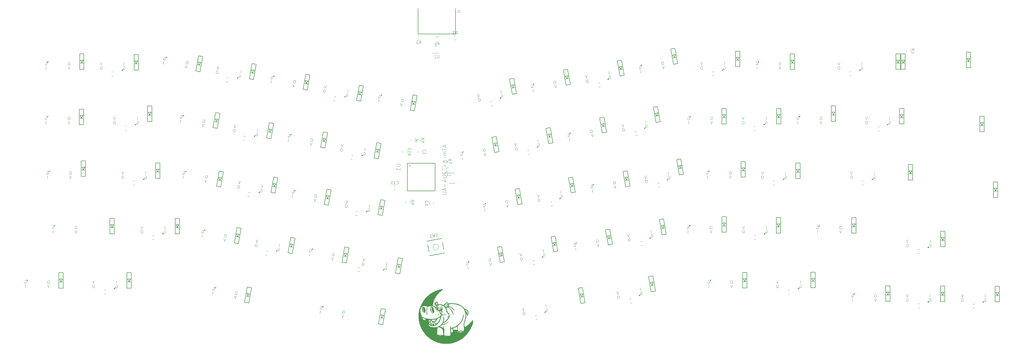
<source format=gbo>
G04 #@! TF.GenerationSoftware,KiCad,Pcbnew,(5.99.0-1351-gc977addfa)*
G04 #@! TF.CreationDate,2020-07-04T18:22:27-07:00*
G04 #@! TF.ProjectId,trifecta,74726966-6563-4746-912e-6b696361645f,rev?*
G04 #@! TF.SameCoordinates,Original*
G04 #@! TF.FileFunction,Legend,Bot*
G04 #@! TF.FilePolarity,Positive*
%FSLAX46Y46*%
G04 Gerber Fmt 4.6, Leading zero omitted, Abs format (unit mm)*
G04 Created by KiCad (PCBNEW (5.99.0-1351-gc977addfa)) date 2020-07-04 18:22:27*
%MOMM*%
%LPD*%
G01*
G04 APERTURE LIST*
%ADD10C,0.100000*%
%ADD11C,0.203200*%
%ADD12C,0.254000*%
%ADD13C,-0.000002*%
%ADD14C,0.150000*%
%ADD15C,0.120000*%
%ADD16R,2.000000X2.000000*%
%ADD17C,2.000000*%
%ADD18R,2.000000X3.200000*%
%ADD19C,2.250000*%
%ADD20C,3.987800*%
%ADD21C,1.750000*%
%ADD22C,3.048000*%
%ADD23R,1.000000X1.400000*%
%ADD24R,1.800000X0.820000*%
%ADD25R,0.700000X2.300000*%
%ADD26O,1.200000X2.300000*%
%ADD27C,0.600000*%
%ADD28R,0.550000X1.700000*%
%ADD29R,0.300000X1.700000*%
%ADD30R,1.060000X0.650000*%
G04 APERTURE END LIST*
X344646428Y-45053571D02*
X346146428Y-45053571D01*
X346146428Y-44696428D01*
X346075000Y-44482142D01*
X345932142Y-44339285D01*
X345789285Y-44267857D01*
X345503571Y-44196428D01*
X345289285Y-44196428D01*
X345003571Y-44267857D01*
X344860714Y-44339285D01*
X344717857Y-44482142D01*
X344646428Y-44696428D01*
X344646428Y-45053571D01*
X344717857Y-42982142D02*
X344646428Y-43125000D01*
X344646428Y-43410714D01*
X344717857Y-43553571D01*
X344860714Y-43625000D01*
X345432142Y-43625000D01*
X345575000Y-43553571D01*
X345646428Y-43410714D01*
X345646428Y-43125000D01*
X345575000Y-42982142D01*
X345432142Y-42910714D01*
X345289285Y-42910714D01*
X345146428Y-43625000D01*
X344717857Y-42339285D02*
X344646428Y-42196428D01*
X344646428Y-41910714D01*
X344717857Y-41767857D01*
X344860714Y-41696428D01*
X344932142Y-41696428D01*
X345075000Y-41767857D01*
X345146428Y-41910714D01*
X345146428Y-42125000D01*
X345217857Y-42267857D01*
X345360714Y-42339285D01*
X345432142Y-42339285D01*
X345575000Y-42267857D01*
X345646428Y-42125000D01*
X345646428Y-41910714D01*
X345575000Y-41767857D01*
X344646428Y-41053571D02*
X345646428Y-41053571D01*
X346146428Y-41053571D02*
X346075000Y-41125000D01*
X346003571Y-41053571D01*
X346075000Y-40982142D01*
X346146428Y-41053571D01*
X346003571Y-41053571D01*
X345646428Y-39696428D02*
X344432142Y-39696428D01*
X344289285Y-39767857D01*
X344217857Y-39839285D01*
X344146428Y-39982142D01*
X344146428Y-40196428D01*
X344217857Y-40339285D01*
X344717857Y-39696428D02*
X344646428Y-39839285D01*
X344646428Y-40125000D01*
X344717857Y-40267857D01*
X344789285Y-40339285D01*
X344932142Y-40410714D01*
X345360714Y-40410714D01*
X345503571Y-40339285D01*
X345575000Y-40267857D01*
X345646428Y-40125000D01*
X345646428Y-39839285D01*
X345575000Y-39696428D01*
X345646428Y-38982142D02*
X344646428Y-38982142D01*
X345503571Y-38982142D02*
X345575000Y-38910714D01*
X345646428Y-38767857D01*
X345646428Y-38553571D01*
X345575000Y-38410714D01*
X345432142Y-38339285D01*
X344646428Y-38339285D01*
X344717857Y-37053571D02*
X344646428Y-37196428D01*
X344646428Y-37482142D01*
X344717857Y-37625000D01*
X344860714Y-37696428D01*
X345432142Y-37696428D01*
X345575000Y-37625000D01*
X345646428Y-37482142D01*
X345646428Y-37196428D01*
X345575000Y-37053571D01*
X345432142Y-36982142D01*
X345289285Y-36982142D01*
X345146428Y-37696428D01*
X344646428Y-35696428D02*
X346146428Y-35696428D01*
X344717857Y-35696428D02*
X344646428Y-35839285D01*
X344646428Y-36125000D01*
X344717857Y-36267857D01*
X344789285Y-36339285D01*
X344932142Y-36410714D01*
X345360714Y-36410714D01*
X345503571Y-36339285D01*
X345575000Y-36267857D01*
X345646428Y-36125000D01*
X345646428Y-35839285D01*
X345575000Y-35696428D01*
X344646428Y-33839285D02*
X346146428Y-33839285D01*
X345575000Y-33839285D02*
X345646428Y-33696428D01*
X345646428Y-33410714D01*
X345575000Y-33267857D01*
X345503571Y-33196428D01*
X345360714Y-33125000D01*
X344932142Y-33125000D01*
X344789285Y-33196428D01*
X344717857Y-33267857D01*
X344646428Y-33410714D01*
X344646428Y-33696428D01*
X344717857Y-33839285D01*
X345646428Y-32625000D02*
X344646428Y-32267857D01*
X345646428Y-31910714D02*
X344646428Y-32267857D01*
X344289285Y-32410714D01*
X344217857Y-32482142D01*
X344146428Y-32625000D01*
X344717857Y-30267857D02*
X344646428Y-30053571D01*
X344646428Y-29696428D01*
X344717857Y-29553571D01*
X344789285Y-29482142D01*
X344932142Y-29410714D01*
X345075000Y-29410714D01*
X345217857Y-29482142D01*
X345289285Y-29553571D01*
X345360714Y-29696428D01*
X345432142Y-29982142D01*
X345503571Y-30125000D01*
X345575000Y-30196428D01*
X345717857Y-30267857D01*
X345860714Y-30267857D01*
X346003571Y-30196428D01*
X346075000Y-30125000D01*
X346146428Y-29982142D01*
X346146428Y-29625000D01*
X346075000Y-29410714D01*
X345646428Y-28910714D02*
X344646428Y-28625000D01*
X345360714Y-28339285D01*
X344646428Y-28053571D01*
X345646428Y-27767857D01*
X344646428Y-27196428D02*
X345646428Y-27196428D01*
X346146428Y-27196428D02*
X346075000Y-27267857D01*
X346003571Y-27196428D01*
X346075000Y-27125000D01*
X346146428Y-27196428D01*
X346003571Y-27196428D01*
X345646428Y-26696428D02*
X345646428Y-26125000D01*
X344646428Y-26482142D02*
X345932142Y-26482142D01*
X346075000Y-26410714D01*
X346146428Y-26267857D01*
X346146428Y-26125000D01*
X345646428Y-25839285D02*
X345646428Y-25267857D01*
X346146428Y-25625000D02*
X344860714Y-25625000D01*
X344717857Y-25553571D01*
X344646428Y-25410714D01*
X344646428Y-25267857D01*
X344646428Y-24767857D02*
X345646428Y-24767857D01*
X345360714Y-24767857D02*
X345503571Y-24696428D01*
X345575000Y-24625000D01*
X345646428Y-24482142D01*
X345646428Y-24339285D01*
X344646428Y-23196428D02*
X345432142Y-23196428D01*
X345575000Y-23267857D01*
X345646428Y-23410714D01*
X345646428Y-23696428D01*
X345575000Y-23839285D01*
X344717857Y-23196428D02*
X344646428Y-23339285D01*
X344646428Y-23696428D01*
X344717857Y-23839285D01*
X344860714Y-23910714D01*
X345003571Y-23910714D01*
X345146428Y-23839285D01*
X345217857Y-23696428D01*
X345217857Y-23339285D01*
X345289285Y-23196428D01*
X344646428Y-22625000D02*
X345646428Y-21839285D01*
X345646428Y-22625000D02*
X344646428Y-21839285D01*
X344646428Y-19482142D02*
X345432142Y-19482142D01*
X345575000Y-19553571D01*
X345646428Y-19696428D01*
X345646428Y-19982142D01*
X345575000Y-20125000D01*
X344717857Y-19482142D02*
X344646428Y-19625000D01*
X344646428Y-19982142D01*
X344717857Y-20125000D01*
X344860714Y-20196428D01*
X345003571Y-20196428D01*
X345146428Y-20125000D01*
X345217857Y-19982142D01*
X345217857Y-19625000D01*
X345289285Y-19482142D01*
X345646428Y-18767857D02*
X344646428Y-18767857D01*
X345503571Y-18767857D02*
X345575000Y-18696428D01*
X345646428Y-18553571D01*
X345646428Y-18339285D01*
X345575000Y-18196428D01*
X345432142Y-18125000D01*
X344646428Y-18125000D01*
X344646428Y-16767857D02*
X346146428Y-16767857D01*
X344717857Y-16767857D02*
X344646428Y-16910714D01*
X344646428Y-17196428D01*
X344717857Y-17339285D01*
X344789285Y-17410714D01*
X344932142Y-17482142D01*
X345360714Y-17482142D01*
X345503571Y-17410714D01*
X345575000Y-17339285D01*
X345646428Y-17196428D01*
X345646428Y-16910714D01*
X345575000Y-16767857D01*
X346003571Y-14982142D02*
X346075000Y-14910714D01*
X346146428Y-14767857D01*
X346146428Y-14410714D01*
X346075000Y-14267857D01*
X346003571Y-14196428D01*
X345860714Y-14125000D01*
X345717857Y-14125000D01*
X345503571Y-14196428D01*
X344646428Y-15053571D01*
X344646428Y-14125000D01*
X344646428Y-13482142D02*
X346146428Y-13482142D01*
X345075000Y-12982142D01*
X346146428Y-12482142D01*
X344646428Y-12482142D01*
X344646428Y-11553571D02*
X344717857Y-11696428D01*
X344789285Y-11767857D01*
X344932142Y-11839285D01*
X345360714Y-11839285D01*
X345503571Y-11767857D01*
X345575000Y-11696428D01*
X345646428Y-11553571D01*
X345646428Y-11339285D01*
X345575000Y-11196428D01*
X345503571Y-11125000D01*
X345360714Y-11053571D01*
X344932142Y-11053571D01*
X344789285Y-11125000D01*
X344717857Y-11196428D01*
X344646428Y-11339285D01*
X344646428Y-11553571D01*
X344646428Y-10196428D02*
X344717857Y-10339285D01*
X344789285Y-10410714D01*
X344932142Y-10482142D01*
X345360714Y-10482142D01*
X345503571Y-10410714D01*
X345575000Y-10339285D01*
X345646428Y-10196428D01*
X345646428Y-9982142D01*
X345575000Y-9839285D01*
X345503571Y-9767857D01*
X345360714Y-9696428D01*
X344932142Y-9696428D01*
X344789285Y-9767857D01*
X344717857Y-9839285D01*
X344646428Y-9982142D01*
X344646428Y-10196428D01*
X345646428Y-9053571D02*
X344646428Y-9053571D01*
X345503571Y-9053571D02*
X345575000Y-8982142D01*
X345646428Y-8839285D01*
X345646428Y-8625000D01*
X345575000Y-8482142D01*
X345432142Y-8410714D01*
X344646428Y-8410714D01*
X344717857Y-7767857D02*
X344646428Y-7625000D01*
X344646428Y-7339285D01*
X344717857Y-7196428D01*
X344860714Y-7125000D01*
X344932142Y-7125000D01*
X345075000Y-7196428D01*
X345146428Y-7339285D01*
X345146428Y-7553571D01*
X345217857Y-7696428D01*
X345360714Y-7767857D01*
X345432142Y-7767857D01*
X345575000Y-7696428D01*
X345646428Y-7553571D01*
X345646428Y-7339285D01*
X345575000Y-7196428D01*
X48971505Y-103276140D02*
X48971505Y-102276140D01*
X48400077Y-103276140D02*
X48828648Y-102704712D01*
X48400077Y-102276140D02*
X48971505Y-102847569D01*
X47590553Y-103228521D02*
X47685791Y-103276140D01*
X47876267Y-103276140D01*
X47971505Y-103228521D01*
X48019124Y-103133283D01*
X48019124Y-102752331D01*
X47971505Y-102657093D01*
X47876267Y-102609474D01*
X47685791Y-102609474D01*
X47590553Y-102657093D01*
X47542934Y-102752331D01*
X47542934Y-102847569D01*
X48019124Y-102942807D01*
X46733410Y-103228521D02*
X46828648Y-103276140D01*
X47019124Y-103276140D01*
X47114362Y-103228521D01*
X47161981Y-103133283D01*
X47161981Y-102752331D01*
X47114362Y-102657093D01*
X47019124Y-102609474D01*
X46828648Y-102609474D01*
X46733410Y-102657093D01*
X46685791Y-102752331D01*
X46685791Y-102847569D01*
X47161981Y-102942807D01*
X46257220Y-102609474D02*
X46257220Y-103609474D01*
X46257220Y-102657093D02*
X46161981Y-102609474D01*
X45971505Y-102609474D01*
X45876267Y-102657093D01*
X45828648Y-102704712D01*
X45781029Y-102799950D01*
X45781029Y-103085664D01*
X45828648Y-103180902D01*
X45876267Y-103228521D01*
X45971505Y-103276140D01*
X46161981Y-103276140D01*
X46257220Y-103228521D01*
X44638172Y-102990426D02*
X44161981Y-102990426D01*
X44733410Y-103276140D02*
X44400077Y-102276140D01*
X44066743Y-103276140D01*
X43828648Y-102609474D02*
X43638172Y-103276140D01*
X43447696Y-102799950D01*
X43257220Y-103276140D01*
X43066743Y-102609474D01*
X42257220Y-103276140D02*
X42257220Y-102752331D01*
X42304839Y-102657093D01*
X42400077Y-102609474D01*
X42590553Y-102609474D01*
X42685791Y-102657093D01*
X42257220Y-103228521D02*
X42352458Y-103276140D01*
X42590553Y-103276140D01*
X42685791Y-103228521D01*
X42733410Y-103133283D01*
X42733410Y-103038045D01*
X42685791Y-102942807D01*
X42590553Y-102895188D01*
X42352458Y-102895188D01*
X42257220Y-102847569D01*
X41876267Y-102609474D02*
X41638172Y-103276140D01*
X41400077Y-102609474D02*
X41638172Y-103276140D01*
X41733410Y-103514236D01*
X41781029Y-103561855D01*
X41876267Y-103609474D01*
X39923886Y-102752331D02*
X40257220Y-102752331D01*
X40257220Y-103276140D02*
X40257220Y-102276140D01*
X39781029Y-102276140D01*
X39400077Y-103276140D02*
X39400077Y-102609474D01*
X39400077Y-102799950D02*
X39352458Y-102704712D01*
X39304839Y-102657093D01*
X39209600Y-102609474D01*
X39114362Y-102609474D01*
X38638172Y-103276140D02*
X38733410Y-103228521D01*
X38781029Y-103180902D01*
X38828648Y-103085664D01*
X38828648Y-102799950D01*
X38781029Y-102704712D01*
X38733410Y-102657093D01*
X38638172Y-102609474D01*
X38495315Y-102609474D01*
X38400077Y-102657093D01*
X38352458Y-102704712D01*
X38304839Y-102799950D01*
X38304839Y-103085664D01*
X38352458Y-103180902D01*
X38400077Y-103228521D01*
X38495315Y-103276140D01*
X38638172Y-103276140D01*
X37876267Y-103276140D02*
X37876267Y-102609474D01*
X37876267Y-102704712D02*
X37828648Y-102657093D01*
X37733410Y-102609474D01*
X37590553Y-102609474D01*
X37495315Y-102657093D01*
X37447696Y-102752331D01*
X37447696Y-103276140D01*
X37447696Y-102752331D02*
X37400077Y-102657093D01*
X37304839Y-102609474D01*
X37161981Y-102609474D01*
X37066743Y-102657093D01*
X37019124Y-102752331D01*
X37019124Y-103276140D01*
X35590553Y-102276140D02*
X35400077Y-102276140D01*
X35304839Y-102323760D01*
X35209600Y-102418998D01*
X35161981Y-102609474D01*
X35161981Y-102942807D01*
X35209600Y-103133283D01*
X35304839Y-103228521D01*
X35400077Y-103276140D01*
X35590553Y-103276140D01*
X35685791Y-103228521D01*
X35781029Y-103133283D01*
X35828648Y-102942807D01*
X35828648Y-102609474D01*
X35781029Y-102418998D01*
X35685791Y-102323760D01*
X35590553Y-102276140D01*
X34733410Y-103276140D02*
X34733410Y-102609474D01*
X34733410Y-102799950D02*
X34685791Y-102704712D01*
X34638172Y-102657093D01*
X34542934Y-102609474D01*
X34447696Y-102609474D01*
X33685791Y-103276140D02*
X33685791Y-102752331D01*
X33733410Y-102657093D01*
X33828648Y-102609474D01*
X34019124Y-102609474D01*
X34114362Y-102657093D01*
X33685791Y-103228521D02*
X33781029Y-103276140D01*
X34019124Y-103276140D01*
X34114362Y-103228521D01*
X34161981Y-103133283D01*
X34161981Y-103038045D01*
X34114362Y-102942807D01*
X34019124Y-102895188D01*
X33781029Y-102895188D01*
X33685791Y-102847569D01*
X33209600Y-102609474D02*
X33209600Y-103276140D01*
X33209600Y-102704712D02*
X33161981Y-102657093D01*
X33066743Y-102609474D01*
X32923886Y-102609474D01*
X32828648Y-102657093D01*
X32781029Y-102752331D01*
X32781029Y-103276140D01*
X31876267Y-102609474D02*
X31876267Y-103418998D01*
X31923886Y-103514236D01*
X31971505Y-103561855D01*
X32066743Y-103609474D01*
X32209600Y-103609474D01*
X32304839Y-103561855D01*
X31876267Y-103228521D02*
X31971505Y-103276140D01*
X32161981Y-103276140D01*
X32257220Y-103228521D01*
X32304839Y-103180902D01*
X32352458Y-103085664D01*
X32352458Y-102799950D01*
X32304839Y-102704712D01*
X32257220Y-102657093D01*
X32161981Y-102609474D01*
X31971505Y-102609474D01*
X31876267Y-102657093D01*
X31019124Y-103228521D02*
X31114362Y-103276140D01*
X31304839Y-103276140D01*
X31400077Y-103228521D01*
X31447696Y-103133283D01*
X31447696Y-102752331D01*
X31400077Y-102657093D01*
X31304839Y-102609474D01*
X31114362Y-102609474D01*
X31019124Y-102657093D01*
X30971505Y-102752331D01*
X30971505Y-102847569D01*
X31447696Y-102942807D01*
X29828648Y-103228521D02*
X29685791Y-103276140D01*
X29447696Y-103276140D01*
X29352458Y-103228521D01*
X29304839Y-103180902D01*
X29257220Y-103085664D01*
X29257220Y-102990426D01*
X29304839Y-102895188D01*
X29352458Y-102847569D01*
X29447696Y-102799950D01*
X29638172Y-102752331D01*
X29733410Y-102704712D01*
X29781029Y-102657093D01*
X29828648Y-102561855D01*
X29828648Y-102466617D01*
X29781029Y-102371379D01*
X29733410Y-102323760D01*
X29638172Y-102276140D01*
X29400077Y-102276140D01*
X29257220Y-102323760D01*
X28828648Y-102609474D02*
X28828648Y-103276140D01*
X28828648Y-102704712D02*
X28781029Y-102657093D01*
X28685791Y-102609474D01*
X28542934Y-102609474D01*
X28447696Y-102657093D01*
X28400077Y-102752331D01*
X28400077Y-103276140D01*
X27495315Y-103276140D02*
X27495315Y-102752331D01*
X27542934Y-102657093D01*
X27638172Y-102609474D01*
X27828648Y-102609474D01*
X27923886Y-102657093D01*
X27495315Y-103228521D02*
X27590553Y-103276140D01*
X27828648Y-103276140D01*
X27923886Y-103228521D01*
X27971505Y-103133283D01*
X27971505Y-103038045D01*
X27923886Y-102942807D01*
X27828648Y-102895188D01*
X27590553Y-102895188D01*
X27495315Y-102847569D01*
X26590553Y-103228521D02*
X26685791Y-103276140D01*
X26876267Y-103276140D01*
X26971505Y-103228521D01*
X27019124Y-103180902D01*
X27066743Y-103085664D01*
X27066743Y-102799950D01*
X27019124Y-102704712D01*
X26971505Y-102657093D01*
X26876267Y-102609474D01*
X26685791Y-102609474D01*
X26590553Y-102657093D01*
X26161981Y-103276140D02*
X26161981Y-102276140D01*
X26066743Y-102895188D02*
X25781029Y-103276140D01*
X25781029Y-102609474D02*
X26161981Y-102990426D01*
X25400077Y-103228521D02*
X25304839Y-103276140D01*
X25114362Y-103276140D01*
X25019124Y-103228521D01*
X24971505Y-103133283D01*
X24971505Y-103085664D01*
X25019124Y-102990426D01*
X25114362Y-102942807D01*
X25257220Y-102942807D01*
X25352458Y-102895188D01*
X25400077Y-102799950D01*
X25400077Y-102752331D01*
X25352458Y-102657093D01*
X25257220Y-102609474D01*
X25114362Y-102609474D01*
X25019124Y-102657093D01*
X24542934Y-103180902D02*
X24495315Y-103228521D01*
X24542934Y-103276140D01*
X24590553Y-103228521D01*
X24542934Y-103180902D01*
X24542934Y-103276140D01*
G36*
X137535203Y-100756806D02*
G01*
X137340502Y-100874813D01*
X137109708Y-100833543D01*
X136857806Y-100635490D01*
X136683156Y-100395556D01*
X136541410Y-100067384D01*
X136467147Y-99720926D01*
X136465392Y-99633156D01*
X136604070Y-99633156D01*
X136661219Y-99998920D01*
X136794006Y-100334118D01*
X136796195Y-100337979D01*
X136988998Y-100594211D01*
X137184922Y-100702379D01*
X137383802Y-100730840D01*
X137200544Y-100534135D01*
X137149095Y-100470605D01*
X136995019Y-100182550D01*
X136871753Y-99819448D01*
X136800210Y-99453449D01*
X136801302Y-99156702D01*
X136828282Y-98987475D01*
X136808209Y-98956700D01*
X136725100Y-99054869D01*
X136625780Y-99296628D01*
X136604070Y-99633156D01*
X136465392Y-99633156D01*
X136460548Y-99390945D01*
X136521792Y-99112204D01*
X136651060Y-98919467D01*
X136848533Y-98847496D01*
X136972948Y-98891308D01*
X137169591Y-99045543D01*
X137371553Y-99270289D01*
X137535236Y-99522680D01*
X137589434Y-99672965D01*
X137636481Y-99965076D01*
X137644410Y-100284614D01*
X137612889Y-100567404D01*
X137548811Y-100730840D01*
X137541585Y-100749273D01*
X137535203Y-100756806D01*
G37*
D10*
X137535203Y-100756806D02*
X137340502Y-100874813D01*
X137109708Y-100833543D01*
X136857806Y-100635490D01*
X136683156Y-100395556D01*
X136541410Y-100067384D01*
X136467147Y-99720926D01*
X136465392Y-99633156D01*
X136604070Y-99633156D01*
X136661219Y-99998920D01*
X136794006Y-100334118D01*
X136796195Y-100337979D01*
X136988998Y-100594211D01*
X137184922Y-100702379D01*
X137383802Y-100730840D01*
X137200544Y-100534135D01*
X137149095Y-100470605D01*
X136995019Y-100182550D01*
X136871753Y-99819448D01*
X136800210Y-99453449D01*
X136801302Y-99156702D01*
X136828282Y-98987475D01*
X136808209Y-98956700D01*
X136725100Y-99054869D01*
X136625780Y-99296628D01*
X136604070Y-99633156D01*
X136465392Y-99633156D01*
X136460548Y-99390945D01*
X136521792Y-99112204D01*
X136651060Y-98919467D01*
X136848533Y-98847496D01*
X136972948Y-98891308D01*
X137169591Y-99045543D01*
X137371553Y-99270289D01*
X137535236Y-99522680D01*
X137589434Y-99672965D01*
X137636481Y-99965076D01*
X137644410Y-100284614D01*
X137612889Y-100567404D01*
X137548811Y-100730840D01*
X137541585Y-100749273D01*
X137535203Y-100756806D01*
G36*
X140279410Y-101047368D02*
G01*
X140031714Y-100987187D01*
X139784263Y-100780140D01*
X139554672Y-100434692D01*
X139428766Y-100120218D01*
X139360759Y-99757982D01*
X139363226Y-99504966D01*
X139489611Y-99504966D01*
X139517749Y-99833998D01*
X139599685Y-100172071D01*
X139732604Y-100483084D01*
X139913692Y-100730935D01*
X139962538Y-100778097D01*
X140129995Y-100915840D01*
X140240470Y-100971242D01*
X140348660Y-100935576D01*
X140345156Y-100820341D01*
X140208113Y-100646737D01*
X139996054Y-100353820D01*
X139861093Y-99916380D01*
X139845765Y-99390150D01*
X139857928Y-99150485D01*
X139837403Y-98982511D01*
X139773534Y-98932446D01*
X139756112Y-98933134D01*
X139605979Y-99018432D01*
X139518083Y-99221077D01*
X139489611Y-99504966D01*
X139363226Y-99504966D01*
X139364099Y-99415514D01*
X139431620Y-99122089D01*
X139556161Y-98906983D01*
X139730556Y-98799470D01*
X139947641Y-98828826D01*
X140166510Y-98978041D01*
X140410339Y-99295742D01*
X140581738Y-99716192D01*
X140662171Y-100203725D01*
X140667385Y-100307772D01*
X140667363Y-100605736D01*
X140631228Y-100792843D01*
X140552023Y-100913950D01*
X140528126Y-100935576D01*
X140509737Y-100952219D01*
X140279410Y-101047368D01*
G37*
X140279410Y-101047368D02*
X140031714Y-100987187D01*
X139784263Y-100780140D01*
X139554672Y-100434692D01*
X139428766Y-100120218D01*
X139360759Y-99757982D01*
X139363226Y-99504966D01*
X139489611Y-99504966D01*
X139517749Y-99833998D01*
X139599685Y-100172071D01*
X139732604Y-100483084D01*
X139913692Y-100730935D01*
X139962538Y-100778097D01*
X140129995Y-100915840D01*
X140240470Y-100971242D01*
X140348660Y-100935576D01*
X140345156Y-100820341D01*
X140208113Y-100646737D01*
X139996054Y-100353820D01*
X139861093Y-99916380D01*
X139845765Y-99390150D01*
X139857928Y-99150485D01*
X139837403Y-98982511D01*
X139773534Y-98932446D01*
X139756112Y-98933134D01*
X139605979Y-99018432D01*
X139518083Y-99221077D01*
X139489611Y-99504966D01*
X139363226Y-99504966D01*
X139364099Y-99415514D01*
X139431620Y-99122089D01*
X139556161Y-98906983D01*
X139730556Y-98799470D01*
X139947641Y-98828826D01*
X140166510Y-98978041D01*
X140410339Y-99295742D01*
X140581738Y-99716192D01*
X140662171Y-100203725D01*
X140667385Y-100307772D01*
X140667363Y-100605736D01*
X140631228Y-100792843D01*
X140552023Y-100913950D01*
X140528126Y-100935576D01*
X140509737Y-100952219D01*
X140279410Y-101047368D01*
G36*
X152475799Y-101656649D02*
G01*
X152401852Y-101837316D01*
X152298576Y-101877330D01*
X152157454Y-101789540D01*
X152149262Y-101781821D01*
X152024804Y-101562200D01*
X151955061Y-101217383D01*
X151922033Y-100948220D01*
X151878472Y-100758713D01*
X151837815Y-100723302D01*
X151805992Y-100833315D01*
X151788937Y-101080082D01*
X151791673Y-101361654D01*
X151792579Y-101454929D01*
X151798902Y-101806073D01*
X151774752Y-102336945D01*
X151700171Y-102858901D01*
X151566471Y-103425481D01*
X151364964Y-104090225D01*
X151286445Y-104336492D01*
X151197721Y-104654434D01*
X151156021Y-104901809D01*
X151153672Y-105134140D01*
X151183002Y-105406947D01*
X151204589Y-105553994D01*
X151255020Y-105790029D01*
X151317086Y-105903863D01*
X151404917Y-105928719D01*
X151558563Y-105880973D01*
X151831776Y-105725405D01*
X152167572Y-105485833D01*
X152537959Y-105186278D01*
X152914945Y-104850760D01*
X153270538Y-104503300D01*
X153576746Y-104167919D01*
X153805576Y-103868638D01*
X153888226Y-103750368D01*
X154024414Y-103584748D01*
X154110129Y-103519737D01*
X154124228Y-103528563D01*
X154157741Y-103649187D01*
X154177029Y-103871374D01*
X154182052Y-104144124D01*
X154172768Y-104416438D01*
X154149138Y-104637315D01*
X154111120Y-104755757D01*
X154067993Y-104830775D01*
X153983643Y-105034675D01*
X153890991Y-105303683D01*
X153767213Y-105660020D01*
X153328747Y-106614358D01*
X152752021Y-107548267D01*
X152745418Y-107556720D01*
X152059486Y-108434890D01*
X151354784Y-109163433D01*
X151273595Y-109247369D01*
X150416799Y-109958847D01*
X149511550Y-110542467D01*
X149276780Y-110665403D01*
X148824718Y-110876055D01*
X148335152Y-111079480D01*
X147855006Y-111257631D01*
X147431204Y-111392459D01*
X147110672Y-111465915D01*
X146978769Y-111488670D01*
X146764692Y-111544336D01*
X146659672Y-111599773D01*
X146580846Y-111622223D01*
X146358597Y-111642554D01*
X146024360Y-111657734D01*
X145608732Y-111667789D01*
X145142308Y-111672743D01*
X144655687Y-111672621D01*
X144179464Y-111667449D01*
X143744237Y-111657253D01*
X143380602Y-111642056D01*
X143119157Y-111621884D01*
X142990497Y-111596762D01*
X142838197Y-111539737D01*
X142575406Y-111463607D01*
X142260607Y-111385542D01*
X142035804Y-111328401D01*
X141246756Y-111049429D01*
X140423554Y-110650762D01*
X139603673Y-110154403D01*
X138824586Y-109582352D01*
X138123767Y-108956615D01*
X137999469Y-108819214D01*
X141789995Y-108819214D01*
X141874486Y-108856454D01*
X142090195Y-108900889D01*
X142378513Y-108938434D01*
X142685655Y-108963664D01*
X142957831Y-108971155D01*
X143058588Y-108962546D01*
X144032285Y-108962546D01*
X144244660Y-109083951D01*
X144426211Y-109163770D01*
X144626934Y-109205663D01*
X144722093Y-109203580D01*
X144745570Y-109174897D01*
X144971015Y-109174897D01*
X145042557Y-109195226D01*
X145264058Y-109199877D01*
X145353000Y-109199506D01*
X145524026Y-109190849D01*
X145551480Y-109163433D01*
X145455195Y-109107695D01*
X145309678Y-109061040D01*
X145072921Y-109107695D01*
X145029602Y-109129327D01*
X144971470Y-109174543D01*
X144971015Y-109174897D01*
X144745570Y-109174897D01*
X144745860Y-109174543D01*
X144631935Y-109081249D01*
X144486917Y-109006164D01*
X144249661Y-108959536D01*
X144032285Y-108962546D01*
X143058588Y-108962546D01*
X143141252Y-108955483D01*
X143179251Y-108946270D01*
X143282484Y-108911544D01*
X143249582Y-108872841D01*
X143068218Y-108804709D01*
X142851913Y-108753729D01*
X142638774Y-108782259D01*
X142591615Y-108799819D01*
X142380715Y-108824698D01*
X142116220Y-108811549D01*
X141999608Y-108799172D01*
X141832756Y-108795574D01*
X141789995Y-108819214D01*
X137999469Y-108819214D01*
X137517227Y-108286137D01*
X141746896Y-108286137D01*
X141749890Y-108519736D01*
X141758718Y-108614353D01*
X141765640Y-108618500D01*
X141889233Y-108635072D01*
X142129971Y-108644362D01*
X142444182Y-108644455D01*
X142769726Y-108650562D01*
X143100037Y-108685335D01*
X143311188Y-108744719D01*
X143409230Y-108789828D01*
X143557350Y-108799632D01*
X143723381Y-108693972D01*
X143753354Y-108669212D01*
X143844049Y-108572836D01*
X143886620Y-108451378D01*
X143889937Y-108257020D01*
X143862870Y-107941948D01*
X143826235Y-107635257D01*
X143766883Y-107245438D01*
X143705527Y-106929809D01*
X143657007Y-106740538D01*
X143590190Y-106589075D01*
X143476792Y-106468294D01*
X143281853Y-106342308D01*
X142970412Y-106175232D01*
X142755813Y-106064374D01*
X142509974Y-105949275D01*
X142342045Y-105899224D01*
X142208733Y-105903493D01*
X142066743Y-105951358D01*
X141800197Y-106060933D01*
X141763553Y-107317592D01*
X141757949Y-107525241D01*
X141749621Y-107944367D01*
X141746896Y-108286137D01*
X137517227Y-108286137D01*
X137369461Y-108122795D01*
X136679014Y-107144583D01*
X136127978Y-106088549D01*
X135708296Y-104939020D01*
X135696206Y-104887674D01*
X138647858Y-104887674D01*
X138674837Y-105014253D01*
X138766853Y-105269621D01*
X139002279Y-105579013D01*
X139376946Y-105821564D01*
X139476048Y-105863368D01*
X139862151Y-105965238D01*
X140333766Y-106028844D01*
X140830094Y-106050633D01*
X141290335Y-106027053D01*
X141653690Y-105954555D01*
X142215069Y-105715242D01*
X142588138Y-105715242D01*
X143249704Y-106030115D01*
X143376468Y-106089375D01*
X143657875Y-106212392D01*
X143861818Y-106289268D01*
X143950923Y-106305335D01*
X143954268Y-106300323D01*
X143949121Y-106187065D01*
X143895422Y-105992721D01*
X143886897Y-105967453D01*
X143841594Y-105775550D01*
X143850187Y-105669839D01*
X143904339Y-105669344D01*
X143973490Y-105796647D01*
X144040669Y-106035596D01*
X144101584Y-106353964D01*
X144151940Y-106719523D01*
X144187442Y-107100046D01*
X144203797Y-107463306D01*
X144196711Y-107777076D01*
X144161888Y-108009129D01*
X144124935Y-108152579D01*
X144109441Y-108257020D01*
X144072756Y-108504323D01*
X144114554Y-108715924D01*
X144250245Y-108786626D01*
X144382026Y-108803573D01*
X144601717Y-108880812D01*
X144622060Y-108890059D01*
X144712106Y-108911544D01*
X144814879Y-108936066D01*
X145111732Y-108972503D01*
X145457292Y-108992169D01*
X145528650Y-108993787D01*
X145886268Y-108989272D01*
X146144347Y-108945261D01*
X146314927Y-108840389D01*
X146410051Y-108653289D01*
X146441761Y-108362594D01*
X146422100Y-107946938D01*
X146363108Y-107384954D01*
X146352517Y-107286393D01*
X146322422Y-106861674D01*
X146320124Y-106747992D01*
X146545695Y-106747992D01*
X146546773Y-107034536D01*
X146549141Y-107144523D01*
X146572437Y-107515567D01*
X146622841Y-107744896D01*
X146708017Y-107854592D01*
X146835630Y-107866740D01*
X146881941Y-107857039D01*
X147066870Y-107785740D01*
X147085574Y-107761859D01*
X149299175Y-107761859D01*
X149766399Y-107759159D01*
X149945508Y-107752650D01*
X150239308Y-107720495D01*
X150445998Y-107671039D01*
X150572476Y-107615099D01*
X150601669Y-107556720D01*
X150493474Y-107464049D01*
X150449128Y-107434589D01*
X150154142Y-107346102D01*
X149829816Y-107387181D01*
X149537524Y-107552169D01*
X149502604Y-107582890D01*
X149299175Y-107761859D01*
X147085574Y-107761859D01*
X147170379Y-107653583D01*
X147191463Y-107526817D01*
X148761439Y-107526817D01*
X148812094Y-107659380D01*
X148987413Y-107752790D01*
X149040305Y-107758754D01*
X149150710Y-107728541D01*
X149157312Y-107582890D01*
X149106658Y-107450327D01*
X148931339Y-107356917D01*
X148878446Y-107350953D01*
X148768041Y-107381166D01*
X148766038Y-107425353D01*
X148761439Y-107526817D01*
X147191463Y-107526817D01*
X147208340Y-107425353D01*
X147196627Y-107065836D01*
X147196349Y-107061966D01*
X147170043Y-106766577D01*
X147142349Y-106556693D01*
X147318963Y-106556693D01*
X147345329Y-106875255D01*
X148004976Y-106900089D01*
X148305535Y-106907173D01*
X148535175Y-106895955D01*
X148660594Y-106858216D01*
X148716998Y-106788437D01*
X148722319Y-106770241D01*
X148734808Y-106603202D01*
X148727229Y-106355829D01*
X148704601Y-106090680D01*
X148671944Y-105870314D01*
X148634276Y-105757290D01*
X148632350Y-105756103D01*
X148534844Y-105778679D01*
X148329680Y-105859041D01*
X148058226Y-105981118D01*
X148048814Y-105985563D01*
X147763792Y-106112909D01*
X147532390Y-106203530D01*
X147403913Y-106238064D01*
X147390578Y-106239160D01*
X147323483Y-106324864D01*
X147318963Y-106556693D01*
X147142349Y-106556693D01*
X147140898Y-106545697D01*
X147115173Y-106446883D01*
X147112966Y-106445039D01*
X147003150Y-106434611D01*
X146806723Y-106460535D01*
X146759114Y-106470210D01*
X146632058Y-106509568D01*
X146567521Y-106587582D01*
X146545695Y-106747992D01*
X146320124Y-106747992D01*
X146314123Y-106451256D01*
X146329671Y-106131944D01*
X146370913Y-105865219D01*
X146418441Y-105694111D01*
X146458669Y-105645870D01*
X146479510Y-105734281D01*
X146468883Y-105973131D01*
X146437446Y-106302779D01*
X146883952Y-106221624D01*
X147668135Y-105997824D01*
X148432336Y-105613913D01*
X149140541Y-105084971D01*
X149773299Y-104423108D01*
X149900870Y-104261520D01*
X150301187Y-103659891D01*
X150566195Y-103067363D01*
X150714890Y-102444011D01*
X150775099Y-102067244D01*
X150835008Y-101758849D01*
X150882074Y-101589842D01*
X150913147Y-101567373D01*
X150925077Y-101698589D01*
X150914713Y-101990640D01*
X150889383Y-102276202D01*
X150732891Y-103022145D01*
X150441020Y-103713185D01*
X150002437Y-104372085D01*
X149405813Y-105021603D01*
X148871592Y-105534589D01*
X148866751Y-106353584D01*
X148868407Y-106603202D01*
X148869151Y-106715408D01*
X148885515Y-106985085D01*
X148919320Y-107129629D01*
X148973636Y-107172579D01*
X149060663Y-107204930D01*
X149186418Y-107334397D01*
X149219462Y-107385700D01*
X149289618Y-107450289D01*
X149393764Y-107433188D01*
X149589391Y-107334397D01*
X149890587Y-107208846D01*
X150211912Y-107189633D01*
X150550246Y-107309984D01*
X150553364Y-107311595D01*
X150736016Y-107395131D01*
X150838002Y-107391439D01*
X150924817Y-107298513D01*
X151016417Y-107110148D01*
X151088814Y-106731475D01*
X151098817Y-106233689D01*
X151044755Y-105639901D01*
X151001468Y-105302550D01*
X150982331Y-105030324D01*
X150998959Y-104806971D01*
X151056601Y-104569730D01*
X151160507Y-104255844D01*
X151197455Y-104146944D01*
X151473208Y-103148237D01*
X151614310Y-102217369D01*
X151621872Y-101361654D01*
X151497001Y-100588407D01*
X151294832Y-100049067D01*
X151479056Y-100049067D01*
X151554382Y-100197817D01*
X151774792Y-100424699D01*
X151967441Y-100627460D01*
X152075417Y-100841500D01*
X152125569Y-101138764D01*
X152131781Y-101198411D01*
X152183962Y-101493544D01*
X152247856Y-101634156D01*
X152311599Y-101631927D01*
X152363330Y-101498538D01*
X152391185Y-101245667D01*
X152383302Y-100884996D01*
X152345293Y-100609120D01*
X152211456Y-100250525D01*
X151995789Y-100028154D01*
X151705437Y-99951844D01*
X151547601Y-99970189D01*
X151479056Y-100049067D01*
X151294832Y-100049067D01*
X151240807Y-99904944D01*
X150854399Y-99318577D01*
X150338886Y-98836623D01*
X149775264Y-98476794D01*
X148925303Y-98105426D01*
X147998113Y-97879414D01*
X147005530Y-97802430D01*
X146884268Y-97802379D01*
X146448992Y-97807302D01*
X146151483Y-97828635D01*
X145965595Y-97877189D01*
X145865187Y-97963777D01*
X145824113Y-98099212D01*
X145816232Y-98294306D01*
X145819386Y-98397477D01*
X145819468Y-98400180D01*
X145851495Y-98600594D01*
X145908851Y-98677596D01*
X145993006Y-98690006D01*
X146241847Y-98786305D01*
X146553220Y-98955293D01*
X146883552Y-99169745D01*
X147189272Y-99402432D01*
X147426809Y-99626128D01*
X147535437Y-99749146D01*
X147723464Y-99979341D01*
X147800680Y-100101185D01*
X147769212Y-100107856D01*
X147631184Y-99992530D01*
X147388723Y-99748385D01*
X147232525Y-99593548D01*
X146799822Y-99244155D01*
X146347183Y-98973528D01*
X145927625Y-98815517D01*
X145787242Y-98800688D01*
X145664267Y-98834055D01*
X145645464Y-98900979D01*
X145762652Y-98971396D01*
X145861324Y-99022972D01*
X146076666Y-99199084D01*
X146330610Y-99456606D01*
X146589494Y-99757889D01*
X146819653Y-100065284D01*
X146987422Y-100341141D01*
X147067743Y-100510073D01*
X147194685Y-100816993D01*
X147303206Y-101123439D01*
X147381150Y-101390501D01*
X147416357Y-101579271D01*
X147396671Y-101650840D01*
X147373393Y-101636089D01*
X147300859Y-101507542D01*
X147222621Y-101289803D01*
X147123895Y-100992769D01*
X146759929Y-100230485D01*
X146272743Y-99574021D01*
X146255962Y-99555758D01*
X146025872Y-99323095D01*
X145821205Y-99144916D01*
X145684503Y-99058504D01*
X145537131Y-99048521D01*
X145241377Y-99104372D01*
X144863198Y-99231325D01*
X144880668Y-99299426D01*
X144948666Y-99484304D01*
X145052318Y-99743897D01*
X145146904Y-99993305D01*
X145229484Y-100257907D01*
X145262042Y-100429903D01*
X145287043Y-100550009D01*
X145405001Y-100727228D01*
X145464052Y-100785033D01*
X145636782Y-101044774D01*
X145790278Y-101391228D01*
X145900355Y-101762765D01*
X145937034Y-102052056D01*
X145942827Y-102097753D01*
X145907109Y-102441293D01*
X145715613Y-102951721D01*
X145363352Y-103441603D01*
X144855685Y-103904074D01*
X144197972Y-104332270D01*
X143913624Y-104509149D01*
X143671491Y-104692282D01*
X143528487Y-104839375D01*
X143446291Y-104975428D01*
X143455279Y-105037640D01*
X143584340Y-105046817D01*
X143709870Y-105031571D01*
X144025767Y-104936672D01*
X144417102Y-104770497D01*
X144843369Y-104551135D01*
X145264058Y-104296677D01*
X145478892Y-104155811D01*
X145651107Y-104046531D01*
X145700786Y-104025439D01*
X145638904Y-104089354D01*
X145476433Y-104235094D01*
X145413794Y-104288329D01*
X145078460Y-104526363D01*
X144676038Y-104758521D01*
X144256763Y-104960112D01*
X143870870Y-105106444D01*
X143568594Y-105172827D01*
X143298214Y-105231831D01*
X142909325Y-105456642D01*
X142588138Y-105715242D01*
X142215069Y-105715242D01*
X142259898Y-105696132D01*
X142871516Y-105295985D01*
X143370811Y-104804353D01*
X143732810Y-104241810D01*
X143748652Y-104208544D01*
X143844880Y-103971192D01*
X143903193Y-103726257D01*
X143932691Y-103419743D01*
X143942472Y-102997656D01*
X143946441Y-102768670D01*
X143960906Y-102486135D01*
X143982971Y-102311429D01*
X144009747Y-102275583D01*
X144013094Y-102281349D01*
X144048673Y-102438694D01*
X144067819Y-102710875D01*
X144071090Y-103047464D01*
X144059048Y-103398035D01*
X144032252Y-103712163D01*
X143991263Y-103939420D01*
X143980364Y-103978513D01*
X143937925Y-104166885D01*
X143934975Y-104257766D01*
X143950892Y-104255348D01*
X144073252Y-104188632D01*
X144286870Y-104051958D01*
X144558418Y-103866255D01*
X144811571Y-103674665D01*
X145262560Y-103237890D01*
X145574073Y-102783004D01*
X145731500Y-102329151D01*
X145749358Y-102052056D01*
X145666604Y-101564148D01*
X145459340Y-101088976D01*
X145146168Y-100678981D01*
X144983127Y-100505075D01*
X144898972Y-100380921D01*
X144941027Y-100356364D01*
X145025596Y-100369651D01*
X145052056Y-100327647D01*
X145017590Y-100196158D01*
X144920525Y-99941291D01*
X144845159Y-99759436D01*
X144705669Y-99457221D01*
X144583704Y-99229770D01*
X144433789Y-99017017D01*
X144370262Y-98950009D01*
X144552839Y-98950009D01*
X144655104Y-99015314D01*
X144839182Y-98959422D01*
X145077518Y-98766117D01*
X145220432Y-98594727D01*
X145355024Y-98357319D01*
X145417387Y-98145312D01*
X145386878Y-98009211D01*
X145348577Y-98014154D01*
X145224198Y-98109249D01*
X145051886Y-98279043D01*
X144865119Y-98485778D01*
X144697372Y-98691690D01*
X144582120Y-98859021D01*
X144552839Y-98950009D01*
X144370262Y-98950009D01*
X144156253Y-98724274D01*
X143974626Y-98590777D01*
X144232162Y-98590777D01*
X144285301Y-98669694D01*
X144304823Y-98687970D01*
X144382023Y-98723042D01*
X144480923Y-98684358D01*
X144631190Y-98553541D01*
X144862494Y-98312218D01*
X144908966Y-98262919D01*
X145133496Y-98042037D01*
X145318292Y-97886754D01*
X145427161Y-97828098D01*
X145445385Y-97830085D01*
X145512767Y-97917675D01*
X145512695Y-98101723D01*
X145502088Y-98145312D01*
X145455645Y-98336169D01*
X145352089Y-98574956D01*
X145212502Y-98772025D01*
X145102168Y-98901941D01*
X145062148Y-98997460D01*
X145123175Y-99004462D01*
X145260939Y-98924329D01*
X145451127Y-98758445D01*
X145614033Y-98571368D01*
X145676937Y-98397477D01*
X145664167Y-98157203D01*
X145641728Y-98034684D01*
X145525462Y-97740841D01*
X145351396Y-97554111D01*
X145144502Y-97505796D01*
X145130531Y-97509081D01*
X144985382Y-97601303D01*
X144784130Y-97789211D01*
X144565877Y-98036912D01*
X144516160Y-98098950D01*
X144332648Y-98339106D01*
X144242963Y-98491815D01*
X144232162Y-98590777D01*
X143974626Y-98590777D01*
X143860259Y-98506717D01*
X143580698Y-98388084D01*
X143352461Y-98392113D01*
X143271798Y-98403513D01*
X143272767Y-98312846D01*
X143275600Y-98304939D01*
X143249326Y-98198732D01*
X143072259Y-98129133D01*
X142874735Y-98107782D01*
X142636449Y-98125950D01*
X142450665Y-98181089D01*
X142375764Y-98262056D01*
X142310452Y-98314234D01*
X142139816Y-98337797D01*
X141948713Y-98367296D01*
X141717556Y-98468295D01*
X141555313Y-98651923D01*
X141435860Y-98917400D01*
X141385072Y-99192737D01*
X141424438Y-99408970D01*
X141479345Y-99492382D01*
X141525144Y-99477474D01*
X141572199Y-99313519D01*
X141610760Y-99179865D01*
X141715948Y-98935601D01*
X141836713Y-98750791D01*
X141942667Y-98677596D01*
X141968723Y-98682151D01*
X142068531Y-98792085D01*
X142105977Y-98905631D01*
X142141718Y-99014012D01*
X142177220Y-99301424D01*
X142166439Y-99550721D01*
X142163971Y-99607813D01*
X142137684Y-99817529D01*
X142138723Y-99967880D01*
X142192350Y-100026699D01*
X142313484Y-100036793D01*
X142385416Y-100033110D01*
X142480329Y-99988346D01*
X142524732Y-99882177D01*
X142669813Y-99882177D01*
X142687876Y-100071572D01*
X142756739Y-100151965D01*
X142793345Y-100161180D01*
X142843303Y-100109878D01*
X142830770Y-99925577D01*
X142829756Y-99737452D01*
X142989001Y-99737452D01*
X143034494Y-99880006D01*
X143075265Y-99911133D01*
X143161648Y-99899653D01*
X143194871Y-99790090D01*
X143150623Y-99633955D01*
X143118148Y-99577935D01*
X143061622Y-99531418D01*
X143007320Y-99638992D01*
X142989001Y-99737452D01*
X142829756Y-99737452D01*
X142829539Y-99697267D01*
X142904113Y-99491926D01*
X143035271Y-99383204D01*
X143197117Y-99407709D01*
X143303519Y-99507747D01*
X143412805Y-99705034D01*
X143439247Y-99769063D01*
X143455791Y-99720600D01*
X143446415Y-99505903D01*
X143386648Y-99155690D01*
X143256964Y-98924392D01*
X143059315Y-98847496D01*
X143024944Y-98850647D01*
X142871396Y-98964607D01*
X142757250Y-99238803D01*
X142684652Y-99668532D01*
X142669813Y-99882177D01*
X142524732Y-99882177D01*
X142534636Y-99858497D01*
X142573576Y-99601300D01*
X142596311Y-99455212D01*
X142669175Y-99168019D01*
X142757266Y-98964176D01*
X142800184Y-98907820D01*
X143006981Y-98778774D01*
X143236286Y-98792934D01*
X143432820Y-98951347D01*
X143464132Y-99004633D01*
X143542936Y-99279645D01*
X143562649Y-99619551D01*
X143550728Y-99720600D01*
X143542530Y-99790090D01*
X143523656Y-99950099D01*
X143488606Y-100039041D01*
X143426344Y-100197036D01*
X143375780Y-100273460D01*
X143336014Y-100391834D01*
X143405107Y-100469895D01*
X143469032Y-100499252D01*
X143628774Y-100505791D01*
X143674177Y-100497101D01*
X143734961Y-100549159D01*
X143731764Y-100571003D01*
X143714741Y-100583020D01*
X143646150Y-100631442D01*
X143497845Y-100698805D01*
X143331332Y-100864612D01*
X143196096Y-101069551D01*
X143140312Y-101254303D01*
X143159493Y-101401148D01*
X143260152Y-101545730D01*
X143473047Y-101648392D01*
X143564003Y-101669122D01*
X143827004Y-101729064D01*
X144287135Y-101809962D01*
X143741612Y-101794114D01*
X143196090Y-101778265D01*
X143051619Y-102449528D01*
X143042250Y-102493062D01*
X142969488Y-102796182D01*
X142709829Y-103560319D01*
X142369548Y-104216108D01*
X141959333Y-104745396D01*
X141949962Y-104753073D01*
X141489871Y-105130025D01*
X141325467Y-105213911D01*
X141019375Y-105333910D01*
X140688661Y-105434730D01*
X140333136Y-105501572D01*
X139782888Y-105498774D01*
X139301043Y-105357106D01*
X139020151Y-105159685D01*
X139432868Y-105159685D01*
X139501584Y-105229254D01*
X139525560Y-105241541D01*
X139693194Y-105280657D01*
X139924793Y-105299071D01*
X140162210Y-105296753D01*
X140347300Y-105273667D01*
X140421917Y-105229781D01*
X140420614Y-105223361D01*
X140328368Y-105172631D01*
X140132227Y-105128543D01*
X139890865Y-105098663D01*
X139662956Y-105090560D01*
X139507173Y-105111802D01*
X139432868Y-105159685D01*
X139020151Y-105159685D01*
X138907526Y-105080529D01*
X138770700Y-104945293D01*
X138671429Y-104862299D01*
X138647858Y-104887674D01*
X135696206Y-104887674D01*
X135656614Y-104719528D01*
X138832519Y-104719528D01*
X138927224Y-104866523D01*
X139037781Y-104966823D01*
X139241610Y-105048488D01*
X139412960Y-105002535D01*
X139509203Y-104831529D01*
X139518990Y-104773447D01*
X139508287Y-104659402D01*
X139412919Y-104661838D01*
X139391249Y-104668985D01*
X139343531Y-104667607D01*
X139436362Y-104584473D01*
X139470093Y-104557308D01*
X139547935Y-104448154D01*
X139489673Y-104329415D01*
X139346782Y-104240507D01*
X139127365Y-104199335D01*
X138994506Y-104206008D01*
X138906158Y-104261145D01*
X138913046Y-104408746D01*
X138916210Y-104553905D01*
X138859236Y-104651185D01*
X138832519Y-104719528D01*
X135656614Y-104719528D01*
X135528854Y-104176953D01*
X138749092Y-104176953D01*
X138774244Y-104245362D01*
X138798016Y-104222191D01*
X138851428Y-104143449D01*
X139009963Y-104066900D01*
X139108680Y-104004464D01*
X139375255Y-104004464D01*
X139394548Y-104096313D01*
X139488848Y-104175882D01*
X139608005Y-104336873D01*
X139635300Y-104448154D01*
X139673555Y-104604126D01*
X139677233Y-104646592D01*
X139712652Y-104834623D01*
X139808065Y-104916770D01*
X140018406Y-104947774D01*
X140090067Y-104952405D01*
X140279228Y-104935246D01*
X140327385Y-104869481D01*
X140479908Y-104869481D01*
X140526120Y-104991284D01*
X140676767Y-105057773D01*
X140801318Y-105093937D01*
X140825306Y-105115982D01*
X140692991Y-105125316D01*
X140578186Y-105151340D01*
X140549342Y-105218733D01*
X140557115Y-105229781D01*
X140578732Y-105260510D01*
X140639885Y-105289423D01*
X140762058Y-105269295D01*
X140995329Y-105197772D01*
X141197409Y-105095838D01*
X141271416Y-104941193D01*
X141270967Y-104924398D01*
X141356366Y-104924398D01*
X141369208Y-104941193D01*
X141388413Y-104966312D01*
X141495203Y-104933438D01*
X141622051Y-104822551D01*
X141676786Y-104753073D01*
X141676599Y-104720771D01*
X141547503Y-104783065D01*
X141421969Y-104859727D01*
X141356366Y-104924398D01*
X141270967Y-104924398D01*
X141269889Y-104884158D01*
X141235618Y-104820457D01*
X141122754Y-104889770D01*
X141057434Y-104940045D01*
X141017821Y-104957194D01*
X141094219Y-104853433D01*
X141123208Y-104815076D01*
X141169834Y-104692824D01*
X141087694Y-104573855D01*
X141078357Y-104564742D01*
X140934617Y-104491573D01*
X140733954Y-104533541D01*
X140574720Y-104616598D01*
X140494125Y-104706932D01*
X140479908Y-104869481D01*
X140327385Y-104869481D01*
X140336968Y-104856395D01*
X140374280Y-104742226D01*
X140520712Y-104569510D01*
X140721470Y-104427929D01*
X140915134Y-104369235D01*
X141048583Y-104403986D01*
X141206181Y-104539135D01*
X141287901Y-104645164D01*
X141382732Y-104709034D01*
X141386456Y-104708971D01*
X141553599Y-104645399D01*
X141781226Y-104488315D01*
X142025315Y-104275913D01*
X142241843Y-104046386D01*
X142386788Y-103837927D01*
X142393264Y-103825149D01*
X142521942Y-103544040D01*
X142653694Y-103215272D01*
X142770326Y-102889497D01*
X142853646Y-102617365D01*
X142885463Y-102449528D01*
X142879048Y-102436223D01*
X142775419Y-102451960D01*
X142564074Y-102550177D01*
X142269576Y-102720084D01*
X141979322Y-102906831D01*
X141777132Y-103064228D01*
X141672293Y-103196501D01*
X141636454Y-103331007D01*
X141621049Y-103407270D01*
X141620562Y-103409682D01*
X141491767Y-103644026D01*
X141278727Y-103872464D01*
X141033562Y-104045687D01*
X140808395Y-104114385D01*
X140727852Y-104127870D01*
X140508469Y-104226872D01*
X140277415Y-104390472D01*
X140126760Y-104519079D01*
X140027557Y-104593807D01*
X140025900Y-104564582D01*
X140104559Y-104435936D01*
X140173324Y-104327051D01*
X140237500Y-104192688D01*
X140197847Y-104127195D01*
X140046244Y-104081158D01*
X139868196Y-103969458D01*
X139734603Y-103710912D01*
X139679379Y-103544718D01*
X139845234Y-103544718D01*
X139959510Y-103755684D01*
X139966624Y-103765679D01*
X140081642Y-103876899D01*
X140251514Y-103928266D01*
X140532922Y-103937779D01*
X140695231Y-103934098D01*
X140962553Y-103910267D01*
X141110241Y-103846256D01*
X141173233Y-103718939D01*
X141186466Y-103505191D01*
X141186466Y-103201175D01*
X141277387Y-103201175D01*
X141292754Y-103289814D01*
X141353218Y-103477262D01*
X141365243Y-103505191D01*
X141381330Y-103542556D01*
X141430462Y-103595935D01*
X141483761Y-103498499D01*
X141507465Y-103407270D01*
X141495545Y-103222412D01*
X141416343Y-103118752D01*
X141319240Y-103105103D01*
X141277387Y-103201175D01*
X141186466Y-103201175D01*
X141186466Y-103165003D01*
X141026153Y-103188565D01*
X140846667Y-103214945D01*
X140829939Y-103217404D01*
X140496041Y-103266478D01*
X140167068Y-103314829D01*
X140051886Y-103335533D01*
X140042707Y-103339478D01*
X139872218Y-103412755D01*
X139845234Y-103544718D01*
X139679379Y-103544718D01*
X139628736Y-103392312D01*
X139479583Y-103728617D01*
X139429777Y-103842834D01*
X139375255Y-104004464D01*
X139108680Y-104004464D01*
X139183457Y-103957170D01*
X139344963Y-103677828D01*
X139477871Y-103339478D01*
X139249058Y-103365895D01*
X139199604Y-103374188D01*
X139018391Y-103475513D01*
X138865134Y-103709729D01*
X138835016Y-103775972D01*
X138759868Y-104008827D01*
X138749092Y-104176953D01*
X135528854Y-104176953D01*
X135411913Y-103680324D01*
X135379013Y-103489516D01*
X135281356Y-102709234D01*
X135278081Y-102601721D01*
X136507992Y-102601721D01*
X136562429Y-102784642D01*
X136624677Y-102952690D01*
X136822707Y-103258639D01*
X137076372Y-103438578D01*
X137235512Y-103488154D01*
X137487580Y-103516244D01*
X137646890Y-103463103D01*
X137683768Y-103399727D01*
X137703580Y-103237020D01*
X137689575Y-103167545D01*
X137802471Y-103167545D01*
X137805991Y-103237020D01*
X137810292Y-103321951D01*
X137824423Y-103378948D01*
X137857630Y-103431350D01*
X137913245Y-103324936D01*
X137940574Y-103188565D01*
X137904367Y-103096407D01*
X137823438Y-103116655D01*
X137802471Y-103167545D01*
X137689575Y-103167545D01*
X137671843Y-103079586D01*
X137597336Y-103008021D01*
X137494953Y-102984858D01*
X137275005Y-102910814D01*
X136999570Y-102803863D01*
X136507992Y-102601721D01*
X135278081Y-102601721D01*
X135258824Y-101969710D01*
X135314330Y-101224239D01*
X135437098Y-100506205D01*
X135858291Y-100506205D01*
X135953740Y-101121136D01*
X136185587Y-101714533D01*
X136304373Y-101945601D01*
X136361280Y-102078737D01*
X136343114Y-102100181D01*
X136254060Y-102029168D01*
X136129142Y-101921585D01*
X136086395Y-101919440D01*
X136101165Y-102033115D01*
X136135634Y-102105066D01*
X136308782Y-102265642D01*
X136595377Y-102444235D01*
X136962357Y-102623702D01*
X137376659Y-102786900D01*
X137805221Y-102916685D01*
X138032065Y-102968895D01*
X138728920Y-103077936D01*
X139463285Y-103128395D01*
X140185965Y-103120130D01*
X140847764Y-103053004D01*
X141399484Y-102926875D01*
X141602779Y-102854591D01*
X142053536Y-102648387D01*
X142451589Y-102405748D01*
X142769336Y-102147663D01*
X142979173Y-101895125D01*
X143053497Y-101669122D01*
X143047998Y-101601721D01*
X142951288Y-101295899D01*
X142755521Y-100936939D01*
X142488597Y-100564962D01*
X142178414Y-100220091D01*
X142113657Y-100164862D01*
X142389278Y-100164862D01*
X142389328Y-100187598D01*
X142458303Y-100308410D01*
X142598070Y-100488054D01*
X142655727Y-100556687D01*
X142820666Y-100764128D01*
X142927938Y-100915179D01*
X142990402Y-100990519D01*
X143071044Y-100972543D01*
X143207295Y-100832452D01*
X143231304Y-100804493D01*
X143343489Y-100657128D01*
X143375056Y-100583020D01*
X143306940Y-100539053D01*
X143127716Y-100450141D01*
X142894485Y-100346270D01*
X142721107Y-100274945D01*
X143055888Y-100274945D01*
X143115752Y-100291643D01*
X143191599Y-100262250D01*
X143321048Y-100142981D01*
X143377772Y-100068615D01*
X143383267Y-100039041D01*
X143267737Y-100118943D01*
X143150947Y-100204163D01*
X143062441Y-100267605D01*
X143055888Y-100274945D01*
X142721107Y-100274945D01*
X142659099Y-100249436D01*
X142473412Y-100181635D01*
X142389278Y-100164862D01*
X142113657Y-100164862D01*
X141852871Y-99942449D01*
X141610950Y-99770186D01*
X141696032Y-99993970D01*
X141748206Y-100184453D01*
X141776343Y-100445835D01*
X141776010Y-100456902D01*
X141754084Y-100517675D01*
X141698415Y-100418310D01*
X141607350Y-100155971D01*
X141428831Y-99732579D01*
X141354199Y-99623191D01*
X141636815Y-99623191D01*
X141686749Y-99696994D01*
X141724479Y-99681287D01*
X141729406Y-99576138D01*
X141737993Y-99510104D01*
X141866065Y-99510104D01*
X141871624Y-99614364D01*
X141914035Y-99691832D01*
X141998064Y-99604642D01*
X142013695Y-99550721D01*
X141960603Y-99417753D01*
X141958631Y-99415794D01*
X141886877Y-99386861D01*
X141866065Y-99510104D01*
X141737993Y-99510104D01*
X141746710Y-99443072D01*
X141859496Y-99278813D01*
X141912157Y-99220186D01*
X142013508Y-99046587D01*
X142031122Y-98905631D01*
X141954003Y-98847496D01*
X141860330Y-98902102D01*
X141749956Y-99101369D01*
X141656991Y-99420907D01*
X141636815Y-99623191D01*
X141354199Y-99623191D01*
X141092696Y-99239911D01*
X140902298Y-99035273D01*
X140632176Y-98805146D01*
X140349904Y-98660758D01*
X140017232Y-98590655D01*
X139595914Y-98583383D01*
X139047701Y-98627487D01*
X138395558Y-98696392D01*
X138291453Y-99130353D01*
X138289709Y-99137705D01*
X138231319Y-99519164D01*
X138201490Y-100000593D01*
X138200405Y-100516023D01*
X138228248Y-100999488D01*
X138285201Y-101385020D01*
X138308931Y-101501930D01*
X138324906Y-101654953D01*
X138300520Y-101682345D01*
X138242586Y-101592269D01*
X138156047Y-101319840D01*
X138095623Y-100941317D01*
X138063561Y-100496882D01*
X138062108Y-100026718D01*
X138093512Y-99571008D01*
X138160020Y-99169936D01*
X138274064Y-98685353D01*
X137888711Y-98554050D01*
X137832476Y-98535459D01*
X137347645Y-98435666D01*
X136938934Y-98480040D01*
X136584472Y-98674938D01*
X136262389Y-99026717D01*
X136072608Y-99350977D01*
X135898245Y-99904549D01*
X135858291Y-100506205D01*
X135437098Y-100506205D01*
X135450792Y-100426116D01*
X135671125Y-99528636D01*
X135781180Y-99162713D01*
X136207658Y-98110386D01*
X136779621Y-97091280D01*
X137478924Y-96131385D01*
X138287419Y-95256692D01*
X139186959Y-94493190D01*
X139664836Y-94169960D01*
X140277023Y-93816428D01*
X140927563Y-93490613D01*
X141560758Y-93220235D01*
X142120914Y-93033012D01*
X142403202Y-92953982D01*
X142685438Y-92869190D01*
X142868222Y-92807496D01*
X142871977Y-92806048D01*
X143097387Y-92753071D01*
X143363763Y-92731108D01*
X143406359Y-92731703D01*
X143587407Y-92763845D01*
X143617551Y-92848679D01*
X143495199Y-92991319D01*
X143218759Y-93196883D01*
X142909691Y-93425163D01*
X142301855Y-93984979D01*
X141725648Y-94655897D01*
X141212471Y-95399330D01*
X140793728Y-96176692D01*
X140766365Y-96237944D01*
X140641251Y-96556590D01*
X140508115Y-96944128D01*
X140380574Y-97354993D01*
X140272241Y-97743620D01*
X140196733Y-98064445D01*
X140167663Y-98271903D01*
X140170477Y-98282264D01*
X140262158Y-98366147D01*
X140443155Y-98472738D01*
X140444753Y-98473546D01*
X140707473Y-98635757D01*
X140951968Y-98829763D01*
X140994851Y-98868855D01*
X141139562Y-98983351D01*
X141211361Y-99011202D01*
X141250380Y-98936004D01*
X141324239Y-98768797D01*
X141361238Y-98645651D01*
X141327410Y-98509559D01*
X141177150Y-98344048D01*
X141162999Y-98330382D01*
X140990419Y-98098696D01*
X140888547Y-97849512D01*
X140875453Y-97725684D01*
X141105166Y-97725684D01*
X141139407Y-97998702D01*
X141272378Y-98234309D01*
X141408286Y-98367342D01*
X141488718Y-98422747D01*
X141496890Y-98419993D01*
X141504012Y-98328639D01*
X141462926Y-98150349D01*
X141390056Y-97942979D01*
X141301826Y-97764385D01*
X141239883Y-97633253D01*
X141255103Y-97573248D01*
X141268390Y-97575539D01*
X141365363Y-97672865D01*
X141474297Y-97879105D01*
X141569126Y-98146660D01*
X141569345Y-98147440D01*
X141641482Y-98312184D01*
X141709940Y-98321392D01*
X141761042Y-98189084D01*
X141781115Y-97929284D01*
X141765797Y-97669683D01*
X141686251Y-97393633D01*
X141542909Y-97265142D01*
X141340374Y-97290875D01*
X141315863Y-97303429D01*
X141165402Y-97474260D01*
X141105166Y-97725684D01*
X140875453Y-97725684D01*
X140870266Y-97676634D01*
X140924326Y-97509759D01*
X141088271Y-97318575D01*
X141146589Y-97264208D01*
X141349281Y-97120988D01*
X141514914Y-97063549D01*
X141591576Y-97074505D01*
X141775444Y-97204148D01*
X141903167Y-97449387D01*
X141951014Y-97771692D01*
X141951517Y-97872431D01*
X141958490Y-97929284D01*
X141970743Y-98029207D01*
X142048790Y-98073362D01*
X142227101Y-98046083D01*
X142601569Y-97974081D01*
X142864211Y-97942507D01*
X143067654Y-97954705D01*
X143265212Y-98013881D01*
X143510194Y-98123240D01*
X143988102Y-98349327D01*
X144465330Y-97833863D01*
X144650769Y-97642733D01*
X144925004Y-97415294D01*
X145150081Y-97323957D01*
X145349410Y-97361985D01*
X145546402Y-97522637D01*
X145644891Y-97619852D01*
X145762545Y-97681232D01*
X145928162Y-97684637D01*
X146200706Y-97640709D01*
X146272024Y-97628775D01*
X146764726Y-97592315D01*
X147343852Y-97609442D01*
X147946948Y-97676162D01*
X148511558Y-97788482D01*
X149063831Y-97965661D01*
X149737122Y-98277595D01*
X150353723Y-98666528D01*
X150875909Y-99107960D01*
X151265956Y-99577388D01*
X151292295Y-99614932D01*
X151456618Y-99745376D01*
X151711113Y-99781944D01*
X151945185Y-99806733D01*
X152248762Y-99956030D01*
X152449167Y-100240164D01*
X152546302Y-100658970D01*
X152540072Y-101212284D01*
X152536697Y-101245667D01*
X152528934Y-101322479D01*
X152475799Y-101656649D01*
G37*
X152475799Y-101656649D02*
X152401852Y-101837316D01*
X152298576Y-101877330D01*
X152157454Y-101789540D01*
X152149262Y-101781821D01*
X152024804Y-101562200D01*
X151955061Y-101217383D01*
X151922033Y-100948220D01*
X151878472Y-100758713D01*
X151837815Y-100723302D01*
X151805992Y-100833315D01*
X151788937Y-101080082D01*
X151791673Y-101361654D01*
X151792579Y-101454929D01*
X151798902Y-101806073D01*
X151774752Y-102336945D01*
X151700171Y-102858901D01*
X151566471Y-103425481D01*
X151364964Y-104090225D01*
X151286445Y-104336492D01*
X151197721Y-104654434D01*
X151156021Y-104901809D01*
X151153672Y-105134140D01*
X151183002Y-105406947D01*
X151204589Y-105553994D01*
X151255020Y-105790029D01*
X151317086Y-105903863D01*
X151404917Y-105928719D01*
X151558563Y-105880973D01*
X151831776Y-105725405D01*
X152167572Y-105485833D01*
X152537959Y-105186278D01*
X152914945Y-104850760D01*
X153270538Y-104503300D01*
X153576746Y-104167919D01*
X153805576Y-103868638D01*
X153888226Y-103750368D01*
X154024414Y-103584748D01*
X154110129Y-103519737D01*
X154124228Y-103528563D01*
X154157741Y-103649187D01*
X154177029Y-103871374D01*
X154182052Y-104144124D01*
X154172768Y-104416438D01*
X154149138Y-104637315D01*
X154111120Y-104755757D01*
X154067993Y-104830775D01*
X153983643Y-105034675D01*
X153890991Y-105303683D01*
X153767213Y-105660020D01*
X153328747Y-106614358D01*
X152752021Y-107548267D01*
X152745418Y-107556720D01*
X152059486Y-108434890D01*
X151354784Y-109163433D01*
X151273595Y-109247369D01*
X150416799Y-109958847D01*
X149511550Y-110542467D01*
X149276780Y-110665403D01*
X148824718Y-110876055D01*
X148335152Y-111079480D01*
X147855006Y-111257631D01*
X147431204Y-111392459D01*
X147110672Y-111465915D01*
X146978769Y-111488670D01*
X146764692Y-111544336D01*
X146659672Y-111599773D01*
X146580846Y-111622223D01*
X146358597Y-111642554D01*
X146024360Y-111657734D01*
X145608732Y-111667789D01*
X145142308Y-111672743D01*
X144655687Y-111672621D01*
X144179464Y-111667449D01*
X143744237Y-111657253D01*
X143380602Y-111642056D01*
X143119157Y-111621884D01*
X142990497Y-111596762D01*
X142838197Y-111539737D01*
X142575406Y-111463607D01*
X142260607Y-111385542D01*
X142035804Y-111328401D01*
X141246756Y-111049429D01*
X140423554Y-110650762D01*
X139603673Y-110154403D01*
X138824586Y-109582352D01*
X138123767Y-108956615D01*
X137999469Y-108819214D01*
X141789995Y-108819214D01*
X141874486Y-108856454D01*
X142090195Y-108900889D01*
X142378513Y-108938434D01*
X142685655Y-108963664D01*
X142957831Y-108971155D01*
X143058588Y-108962546D01*
X144032285Y-108962546D01*
X144244660Y-109083951D01*
X144426211Y-109163770D01*
X144626934Y-109205663D01*
X144722093Y-109203580D01*
X144745570Y-109174897D01*
X144971015Y-109174897D01*
X145042557Y-109195226D01*
X145264058Y-109199877D01*
X145353000Y-109199506D01*
X145524026Y-109190849D01*
X145551480Y-109163433D01*
X145455195Y-109107695D01*
X145309678Y-109061040D01*
X145072921Y-109107695D01*
X145029602Y-109129327D01*
X144971470Y-109174543D01*
X144971015Y-109174897D01*
X144745570Y-109174897D01*
X144745860Y-109174543D01*
X144631935Y-109081249D01*
X144486917Y-109006164D01*
X144249661Y-108959536D01*
X144032285Y-108962546D01*
X143058588Y-108962546D01*
X143141252Y-108955483D01*
X143179251Y-108946270D01*
X143282484Y-108911544D01*
X143249582Y-108872841D01*
X143068218Y-108804709D01*
X142851913Y-108753729D01*
X142638774Y-108782259D01*
X142591615Y-108799819D01*
X142380715Y-108824698D01*
X142116220Y-108811549D01*
X141999608Y-108799172D01*
X141832756Y-108795574D01*
X141789995Y-108819214D01*
X137999469Y-108819214D01*
X137517227Y-108286137D01*
X141746896Y-108286137D01*
X141749890Y-108519736D01*
X141758718Y-108614353D01*
X141765640Y-108618500D01*
X141889233Y-108635072D01*
X142129971Y-108644362D01*
X142444182Y-108644455D01*
X142769726Y-108650562D01*
X143100037Y-108685335D01*
X143311188Y-108744719D01*
X143409230Y-108789828D01*
X143557350Y-108799632D01*
X143723381Y-108693972D01*
X143753354Y-108669212D01*
X143844049Y-108572836D01*
X143886620Y-108451378D01*
X143889937Y-108257020D01*
X143862870Y-107941948D01*
X143826235Y-107635257D01*
X143766883Y-107245438D01*
X143705527Y-106929809D01*
X143657007Y-106740538D01*
X143590190Y-106589075D01*
X143476792Y-106468294D01*
X143281853Y-106342308D01*
X142970412Y-106175232D01*
X142755813Y-106064374D01*
X142509974Y-105949275D01*
X142342045Y-105899224D01*
X142208733Y-105903493D01*
X142066743Y-105951358D01*
X141800197Y-106060933D01*
X141763553Y-107317592D01*
X141757949Y-107525241D01*
X141749621Y-107944367D01*
X141746896Y-108286137D01*
X137517227Y-108286137D01*
X137369461Y-108122795D01*
X136679014Y-107144583D01*
X136127978Y-106088549D01*
X135708296Y-104939020D01*
X135696206Y-104887674D01*
X138647858Y-104887674D01*
X138674837Y-105014253D01*
X138766853Y-105269621D01*
X139002279Y-105579013D01*
X139376946Y-105821564D01*
X139476048Y-105863368D01*
X139862151Y-105965238D01*
X140333766Y-106028844D01*
X140830094Y-106050633D01*
X141290335Y-106027053D01*
X141653690Y-105954555D01*
X142215069Y-105715242D01*
X142588138Y-105715242D01*
X143249704Y-106030115D01*
X143376468Y-106089375D01*
X143657875Y-106212392D01*
X143861818Y-106289268D01*
X143950923Y-106305335D01*
X143954268Y-106300323D01*
X143949121Y-106187065D01*
X143895422Y-105992721D01*
X143886897Y-105967453D01*
X143841594Y-105775550D01*
X143850187Y-105669839D01*
X143904339Y-105669344D01*
X143973490Y-105796647D01*
X144040669Y-106035596D01*
X144101584Y-106353964D01*
X144151940Y-106719523D01*
X144187442Y-107100046D01*
X144203797Y-107463306D01*
X144196711Y-107777076D01*
X144161888Y-108009129D01*
X144124935Y-108152579D01*
X144109441Y-108257020D01*
X144072756Y-108504323D01*
X144114554Y-108715924D01*
X144250245Y-108786626D01*
X144382026Y-108803573D01*
X144601717Y-108880812D01*
X144622060Y-108890059D01*
X144712106Y-108911544D01*
X144814879Y-108936066D01*
X145111732Y-108972503D01*
X145457292Y-108992169D01*
X145528650Y-108993787D01*
X145886268Y-108989272D01*
X146144347Y-108945261D01*
X146314927Y-108840389D01*
X146410051Y-108653289D01*
X146441761Y-108362594D01*
X146422100Y-107946938D01*
X146363108Y-107384954D01*
X146352517Y-107286393D01*
X146322422Y-106861674D01*
X146320124Y-106747992D01*
X146545695Y-106747992D01*
X146546773Y-107034536D01*
X146549141Y-107144523D01*
X146572437Y-107515567D01*
X146622841Y-107744896D01*
X146708017Y-107854592D01*
X146835630Y-107866740D01*
X146881941Y-107857039D01*
X147066870Y-107785740D01*
X147085574Y-107761859D01*
X149299175Y-107761859D01*
X149766399Y-107759159D01*
X149945508Y-107752650D01*
X150239308Y-107720495D01*
X150445998Y-107671039D01*
X150572476Y-107615099D01*
X150601669Y-107556720D01*
X150493474Y-107464049D01*
X150449128Y-107434589D01*
X150154142Y-107346102D01*
X149829816Y-107387181D01*
X149537524Y-107552169D01*
X149502604Y-107582890D01*
X149299175Y-107761859D01*
X147085574Y-107761859D01*
X147170379Y-107653583D01*
X147191463Y-107526817D01*
X148761439Y-107526817D01*
X148812094Y-107659380D01*
X148987413Y-107752790D01*
X149040305Y-107758754D01*
X149150710Y-107728541D01*
X149157312Y-107582890D01*
X149106658Y-107450327D01*
X148931339Y-107356917D01*
X148878446Y-107350953D01*
X148768041Y-107381166D01*
X148766038Y-107425353D01*
X148761439Y-107526817D01*
X147191463Y-107526817D01*
X147208340Y-107425353D01*
X147196627Y-107065836D01*
X147196349Y-107061966D01*
X147170043Y-106766577D01*
X147142349Y-106556693D01*
X147318963Y-106556693D01*
X147345329Y-106875255D01*
X148004976Y-106900089D01*
X148305535Y-106907173D01*
X148535175Y-106895955D01*
X148660594Y-106858216D01*
X148716998Y-106788437D01*
X148722319Y-106770241D01*
X148734808Y-106603202D01*
X148727229Y-106355829D01*
X148704601Y-106090680D01*
X148671944Y-105870314D01*
X148634276Y-105757290D01*
X148632350Y-105756103D01*
X148534844Y-105778679D01*
X148329680Y-105859041D01*
X148058226Y-105981118D01*
X148048814Y-105985563D01*
X147763792Y-106112909D01*
X147532390Y-106203530D01*
X147403913Y-106238064D01*
X147390578Y-106239160D01*
X147323483Y-106324864D01*
X147318963Y-106556693D01*
X147142349Y-106556693D01*
X147140898Y-106545697D01*
X147115173Y-106446883D01*
X147112966Y-106445039D01*
X147003150Y-106434611D01*
X146806723Y-106460535D01*
X146759114Y-106470210D01*
X146632058Y-106509568D01*
X146567521Y-106587582D01*
X146545695Y-106747992D01*
X146320124Y-106747992D01*
X146314123Y-106451256D01*
X146329671Y-106131944D01*
X146370913Y-105865219D01*
X146418441Y-105694111D01*
X146458669Y-105645870D01*
X146479510Y-105734281D01*
X146468883Y-105973131D01*
X146437446Y-106302779D01*
X146883952Y-106221624D01*
X147668135Y-105997824D01*
X148432336Y-105613913D01*
X149140541Y-105084971D01*
X149773299Y-104423108D01*
X149900870Y-104261520D01*
X150301187Y-103659891D01*
X150566195Y-103067363D01*
X150714890Y-102444011D01*
X150775099Y-102067244D01*
X150835008Y-101758849D01*
X150882074Y-101589842D01*
X150913147Y-101567373D01*
X150925077Y-101698589D01*
X150914713Y-101990640D01*
X150889383Y-102276202D01*
X150732891Y-103022145D01*
X150441020Y-103713185D01*
X150002437Y-104372085D01*
X149405813Y-105021603D01*
X148871592Y-105534589D01*
X148866751Y-106353584D01*
X148868407Y-106603202D01*
X148869151Y-106715408D01*
X148885515Y-106985085D01*
X148919320Y-107129629D01*
X148973636Y-107172579D01*
X149060663Y-107204930D01*
X149186418Y-107334397D01*
X149219462Y-107385700D01*
X149289618Y-107450289D01*
X149393764Y-107433188D01*
X149589391Y-107334397D01*
X149890587Y-107208846D01*
X150211912Y-107189633D01*
X150550246Y-107309984D01*
X150553364Y-107311595D01*
X150736016Y-107395131D01*
X150838002Y-107391439D01*
X150924817Y-107298513D01*
X151016417Y-107110148D01*
X151088814Y-106731475D01*
X151098817Y-106233689D01*
X151044755Y-105639901D01*
X151001468Y-105302550D01*
X150982331Y-105030324D01*
X150998959Y-104806971D01*
X151056601Y-104569730D01*
X151160507Y-104255844D01*
X151197455Y-104146944D01*
X151473208Y-103148237D01*
X151614310Y-102217369D01*
X151621872Y-101361654D01*
X151497001Y-100588407D01*
X151294832Y-100049067D01*
X151479056Y-100049067D01*
X151554382Y-100197817D01*
X151774792Y-100424699D01*
X151967441Y-100627460D01*
X152075417Y-100841500D01*
X152125569Y-101138764D01*
X152131781Y-101198411D01*
X152183962Y-101493544D01*
X152247856Y-101634156D01*
X152311599Y-101631927D01*
X152363330Y-101498538D01*
X152391185Y-101245667D01*
X152383302Y-100884996D01*
X152345293Y-100609120D01*
X152211456Y-100250525D01*
X151995789Y-100028154D01*
X151705437Y-99951844D01*
X151547601Y-99970189D01*
X151479056Y-100049067D01*
X151294832Y-100049067D01*
X151240807Y-99904944D01*
X150854399Y-99318577D01*
X150338886Y-98836623D01*
X149775264Y-98476794D01*
X148925303Y-98105426D01*
X147998113Y-97879414D01*
X147005530Y-97802430D01*
X146884268Y-97802379D01*
X146448992Y-97807302D01*
X146151483Y-97828635D01*
X145965595Y-97877189D01*
X145865187Y-97963777D01*
X145824113Y-98099212D01*
X145816232Y-98294306D01*
X145819386Y-98397477D01*
X145819468Y-98400180D01*
X145851495Y-98600594D01*
X145908851Y-98677596D01*
X145993006Y-98690006D01*
X146241847Y-98786305D01*
X146553220Y-98955293D01*
X146883552Y-99169745D01*
X147189272Y-99402432D01*
X147426809Y-99626128D01*
X147535437Y-99749146D01*
X147723464Y-99979341D01*
X147800680Y-100101185D01*
X147769212Y-100107856D01*
X147631184Y-99992530D01*
X147388723Y-99748385D01*
X147232525Y-99593548D01*
X146799822Y-99244155D01*
X146347183Y-98973528D01*
X145927625Y-98815517D01*
X145787242Y-98800688D01*
X145664267Y-98834055D01*
X145645464Y-98900979D01*
X145762652Y-98971396D01*
X145861324Y-99022972D01*
X146076666Y-99199084D01*
X146330610Y-99456606D01*
X146589494Y-99757889D01*
X146819653Y-100065284D01*
X146987422Y-100341141D01*
X147067743Y-100510073D01*
X147194685Y-100816993D01*
X147303206Y-101123439D01*
X147381150Y-101390501D01*
X147416357Y-101579271D01*
X147396671Y-101650840D01*
X147373393Y-101636089D01*
X147300859Y-101507542D01*
X147222621Y-101289803D01*
X147123895Y-100992769D01*
X146759929Y-100230485D01*
X146272743Y-99574021D01*
X146255962Y-99555758D01*
X146025872Y-99323095D01*
X145821205Y-99144916D01*
X145684503Y-99058504D01*
X145537131Y-99048521D01*
X145241377Y-99104372D01*
X144863198Y-99231325D01*
X144880668Y-99299426D01*
X144948666Y-99484304D01*
X145052318Y-99743897D01*
X145146904Y-99993305D01*
X145229484Y-100257907D01*
X145262042Y-100429903D01*
X145287043Y-100550009D01*
X145405001Y-100727228D01*
X145464052Y-100785033D01*
X145636782Y-101044774D01*
X145790278Y-101391228D01*
X145900355Y-101762765D01*
X145937034Y-102052056D01*
X145942827Y-102097753D01*
X145907109Y-102441293D01*
X145715613Y-102951721D01*
X145363352Y-103441603D01*
X144855685Y-103904074D01*
X144197972Y-104332270D01*
X143913624Y-104509149D01*
X143671491Y-104692282D01*
X143528487Y-104839375D01*
X143446291Y-104975428D01*
X143455279Y-105037640D01*
X143584340Y-105046817D01*
X143709870Y-105031571D01*
X144025767Y-104936672D01*
X144417102Y-104770497D01*
X144843369Y-104551135D01*
X145264058Y-104296677D01*
X145478892Y-104155811D01*
X145651107Y-104046531D01*
X145700786Y-104025439D01*
X145638904Y-104089354D01*
X145476433Y-104235094D01*
X145413794Y-104288329D01*
X145078460Y-104526363D01*
X144676038Y-104758521D01*
X144256763Y-104960112D01*
X143870870Y-105106444D01*
X143568594Y-105172827D01*
X143298214Y-105231831D01*
X142909325Y-105456642D01*
X142588138Y-105715242D01*
X142215069Y-105715242D01*
X142259898Y-105696132D01*
X142871516Y-105295985D01*
X143370811Y-104804353D01*
X143732810Y-104241810D01*
X143748652Y-104208544D01*
X143844880Y-103971192D01*
X143903193Y-103726257D01*
X143932691Y-103419743D01*
X143942472Y-102997656D01*
X143946441Y-102768670D01*
X143960906Y-102486135D01*
X143982971Y-102311429D01*
X144009747Y-102275583D01*
X144013094Y-102281349D01*
X144048673Y-102438694D01*
X144067819Y-102710875D01*
X144071090Y-103047464D01*
X144059048Y-103398035D01*
X144032252Y-103712163D01*
X143991263Y-103939420D01*
X143980364Y-103978513D01*
X143937925Y-104166885D01*
X143934975Y-104257766D01*
X143950892Y-104255348D01*
X144073252Y-104188632D01*
X144286870Y-104051958D01*
X144558418Y-103866255D01*
X144811571Y-103674665D01*
X145262560Y-103237890D01*
X145574073Y-102783004D01*
X145731500Y-102329151D01*
X145749358Y-102052056D01*
X145666604Y-101564148D01*
X145459340Y-101088976D01*
X145146168Y-100678981D01*
X144983127Y-100505075D01*
X144898972Y-100380921D01*
X144941027Y-100356364D01*
X145025596Y-100369651D01*
X145052056Y-100327647D01*
X145017590Y-100196158D01*
X144920525Y-99941291D01*
X144845159Y-99759436D01*
X144705669Y-99457221D01*
X144583704Y-99229770D01*
X144433789Y-99017017D01*
X144370262Y-98950009D01*
X144552839Y-98950009D01*
X144655104Y-99015314D01*
X144839182Y-98959422D01*
X145077518Y-98766117D01*
X145220432Y-98594727D01*
X145355024Y-98357319D01*
X145417387Y-98145312D01*
X145386878Y-98009211D01*
X145348577Y-98014154D01*
X145224198Y-98109249D01*
X145051886Y-98279043D01*
X144865119Y-98485778D01*
X144697372Y-98691690D01*
X144582120Y-98859021D01*
X144552839Y-98950009D01*
X144370262Y-98950009D01*
X144156253Y-98724274D01*
X143974626Y-98590777D01*
X144232162Y-98590777D01*
X144285301Y-98669694D01*
X144304823Y-98687970D01*
X144382023Y-98723042D01*
X144480923Y-98684358D01*
X144631190Y-98553541D01*
X144862494Y-98312218D01*
X144908966Y-98262919D01*
X145133496Y-98042037D01*
X145318292Y-97886754D01*
X145427161Y-97828098D01*
X145445385Y-97830085D01*
X145512767Y-97917675D01*
X145512695Y-98101723D01*
X145502088Y-98145312D01*
X145455645Y-98336169D01*
X145352089Y-98574956D01*
X145212502Y-98772025D01*
X145102168Y-98901941D01*
X145062148Y-98997460D01*
X145123175Y-99004462D01*
X145260939Y-98924329D01*
X145451127Y-98758445D01*
X145614033Y-98571368D01*
X145676937Y-98397477D01*
X145664167Y-98157203D01*
X145641728Y-98034684D01*
X145525462Y-97740841D01*
X145351396Y-97554111D01*
X145144502Y-97505796D01*
X145130531Y-97509081D01*
X144985382Y-97601303D01*
X144784130Y-97789211D01*
X144565877Y-98036912D01*
X144516160Y-98098950D01*
X144332648Y-98339106D01*
X144242963Y-98491815D01*
X144232162Y-98590777D01*
X143974626Y-98590777D01*
X143860259Y-98506717D01*
X143580698Y-98388084D01*
X143352461Y-98392113D01*
X143271798Y-98403513D01*
X143272767Y-98312846D01*
X143275600Y-98304939D01*
X143249326Y-98198732D01*
X143072259Y-98129133D01*
X142874735Y-98107782D01*
X142636449Y-98125950D01*
X142450665Y-98181089D01*
X142375764Y-98262056D01*
X142310452Y-98314234D01*
X142139816Y-98337797D01*
X141948713Y-98367296D01*
X141717556Y-98468295D01*
X141555313Y-98651923D01*
X141435860Y-98917400D01*
X141385072Y-99192737D01*
X141424438Y-99408970D01*
X141479345Y-99492382D01*
X141525144Y-99477474D01*
X141572199Y-99313519D01*
X141610760Y-99179865D01*
X141715948Y-98935601D01*
X141836713Y-98750791D01*
X141942667Y-98677596D01*
X141968723Y-98682151D01*
X142068531Y-98792085D01*
X142105977Y-98905631D01*
X142141718Y-99014012D01*
X142177220Y-99301424D01*
X142166439Y-99550721D01*
X142163971Y-99607813D01*
X142137684Y-99817529D01*
X142138723Y-99967880D01*
X142192350Y-100026699D01*
X142313484Y-100036793D01*
X142385416Y-100033110D01*
X142480329Y-99988346D01*
X142524732Y-99882177D01*
X142669813Y-99882177D01*
X142687876Y-100071572D01*
X142756739Y-100151965D01*
X142793345Y-100161180D01*
X142843303Y-100109878D01*
X142830770Y-99925577D01*
X142829756Y-99737452D01*
X142989001Y-99737452D01*
X143034494Y-99880006D01*
X143075265Y-99911133D01*
X143161648Y-99899653D01*
X143194871Y-99790090D01*
X143150623Y-99633955D01*
X143118148Y-99577935D01*
X143061622Y-99531418D01*
X143007320Y-99638992D01*
X142989001Y-99737452D01*
X142829756Y-99737452D01*
X142829539Y-99697267D01*
X142904113Y-99491926D01*
X143035271Y-99383204D01*
X143197117Y-99407709D01*
X143303519Y-99507747D01*
X143412805Y-99705034D01*
X143439247Y-99769063D01*
X143455791Y-99720600D01*
X143446415Y-99505903D01*
X143386648Y-99155690D01*
X143256964Y-98924392D01*
X143059315Y-98847496D01*
X143024944Y-98850647D01*
X142871396Y-98964607D01*
X142757250Y-99238803D01*
X142684652Y-99668532D01*
X142669813Y-99882177D01*
X142524732Y-99882177D01*
X142534636Y-99858497D01*
X142573576Y-99601300D01*
X142596311Y-99455212D01*
X142669175Y-99168019D01*
X142757266Y-98964176D01*
X142800184Y-98907820D01*
X143006981Y-98778774D01*
X143236286Y-98792934D01*
X143432820Y-98951347D01*
X143464132Y-99004633D01*
X143542936Y-99279645D01*
X143562649Y-99619551D01*
X143550728Y-99720600D01*
X143542530Y-99790090D01*
X143523656Y-99950099D01*
X143488606Y-100039041D01*
X143426344Y-100197036D01*
X143375780Y-100273460D01*
X143336014Y-100391834D01*
X143405107Y-100469895D01*
X143469032Y-100499252D01*
X143628774Y-100505791D01*
X143674177Y-100497101D01*
X143734961Y-100549159D01*
X143731764Y-100571003D01*
X143714741Y-100583020D01*
X143646150Y-100631442D01*
X143497845Y-100698805D01*
X143331332Y-100864612D01*
X143196096Y-101069551D01*
X143140312Y-101254303D01*
X143159493Y-101401148D01*
X143260152Y-101545730D01*
X143473047Y-101648392D01*
X143564003Y-101669122D01*
X143827004Y-101729064D01*
X144287135Y-101809962D01*
X143741612Y-101794114D01*
X143196090Y-101778265D01*
X143051619Y-102449528D01*
X143042250Y-102493062D01*
X142969488Y-102796182D01*
X142709829Y-103560319D01*
X142369548Y-104216108D01*
X141959333Y-104745396D01*
X141949962Y-104753073D01*
X141489871Y-105130025D01*
X141325467Y-105213911D01*
X141019375Y-105333910D01*
X140688661Y-105434730D01*
X140333136Y-105501572D01*
X139782888Y-105498774D01*
X139301043Y-105357106D01*
X139020151Y-105159685D01*
X139432868Y-105159685D01*
X139501584Y-105229254D01*
X139525560Y-105241541D01*
X139693194Y-105280657D01*
X139924793Y-105299071D01*
X140162210Y-105296753D01*
X140347300Y-105273667D01*
X140421917Y-105229781D01*
X140420614Y-105223361D01*
X140328368Y-105172631D01*
X140132227Y-105128543D01*
X139890865Y-105098663D01*
X139662956Y-105090560D01*
X139507173Y-105111802D01*
X139432868Y-105159685D01*
X139020151Y-105159685D01*
X138907526Y-105080529D01*
X138770700Y-104945293D01*
X138671429Y-104862299D01*
X138647858Y-104887674D01*
X135696206Y-104887674D01*
X135656614Y-104719528D01*
X138832519Y-104719528D01*
X138927224Y-104866523D01*
X139037781Y-104966823D01*
X139241610Y-105048488D01*
X139412960Y-105002535D01*
X139509203Y-104831529D01*
X139518990Y-104773447D01*
X139508287Y-104659402D01*
X139412919Y-104661838D01*
X139391249Y-104668985D01*
X139343531Y-104667607D01*
X139436362Y-104584473D01*
X139470093Y-104557308D01*
X139547935Y-104448154D01*
X139489673Y-104329415D01*
X139346782Y-104240507D01*
X139127365Y-104199335D01*
X138994506Y-104206008D01*
X138906158Y-104261145D01*
X138913046Y-104408746D01*
X138916210Y-104553905D01*
X138859236Y-104651185D01*
X138832519Y-104719528D01*
X135656614Y-104719528D01*
X135528854Y-104176953D01*
X138749092Y-104176953D01*
X138774244Y-104245362D01*
X138798016Y-104222191D01*
X138851428Y-104143449D01*
X139009963Y-104066900D01*
X139108680Y-104004464D01*
X139375255Y-104004464D01*
X139394548Y-104096313D01*
X139488848Y-104175882D01*
X139608005Y-104336873D01*
X139635300Y-104448154D01*
X139673555Y-104604126D01*
X139677233Y-104646592D01*
X139712652Y-104834623D01*
X139808065Y-104916770D01*
X140018406Y-104947774D01*
X140090067Y-104952405D01*
X140279228Y-104935246D01*
X140327385Y-104869481D01*
X140479908Y-104869481D01*
X140526120Y-104991284D01*
X140676767Y-105057773D01*
X140801318Y-105093937D01*
X140825306Y-105115982D01*
X140692991Y-105125316D01*
X140578186Y-105151340D01*
X140549342Y-105218733D01*
X140557115Y-105229781D01*
X140578732Y-105260510D01*
X140639885Y-105289423D01*
X140762058Y-105269295D01*
X140995329Y-105197772D01*
X141197409Y-105095838D01*
X141271416Y-104941193D01*
X141270967Y-104924398D01*
X141356366Y-104924398D01*
X141369208Y-104941193D01*
X141388413Y-104966312D01*
X141495203Y-104933438D01*
X141622051Y-104822551D01*
X141676786Y-104753073D01*
X141676599Y-104720771D01*
X141547503Y-104783065D01*
X141421969Y-104859727D01*
X141356366Y-104924398D01*
X141270967Y-104924398D01*
X141269889Y-104884158D01*
X141235618Y-104820457D01*
X141122754Y-104889770D01*
X141057434Y-104940045D01*
X141017821Y-104957194D01*
X141094219Y-104853433D01*
X141123208Y-104815076D01*
X141169834Y-104692824D01*
X141087694Y-104573855D01*
X141078357Y-104564742D01*
X140934617Y-104491573D01*
X140733954Y-104533541D01*
X140574720Y-104616598D01*
X140494125Y-104706932D01*
X140479908Y-104869481D01*
X140327385Y-104869481D01*
X140336968Y-104856395D01*
X140374280Y-104742226D01*
X140520712Y-104569510D01*
X140721470Y-104427929D01*
X140915134Y-104369235D01*
X141048583Y-104403986D01*
X141206181Y-104539135D01*
X141287901Y-104645164D01*
X141382732Y-104709034D01*
X141386456Y-104708971D01*
X141553599Y-104645399D01*
X141781226Y-104488315D01*
X142025315Y-104275913D01*
X142241843Y-104046386D01*
X142386788Y-103837927D01*
X142393264Y-103825149D01*
X142521942Y-103544040D01*
X142653694Y-103215272D01*
X142770326Y-102889497D01*
X142853646Y-102617365D01*
X142885463Y-102449528D01*
X142879048Y-102436223D01*
X142775419Y-102451960D01*
X142564074Y-102550177D01*
X142269576Y-102720084D01*
X141979322Y-102906831D01*
X141777132Y-103064228D01*
X141672293Y-103196501D01*
X141636454Y-103331007D01*
X141621049Y-103407270D01*
X141620562Y-103409682D01*
X141491767Y-103644026D01*
X141278727Y-103872464D01*
X141033562Y-104045687D01*
X140808395Y-104114385D01*
X140727852Y-104127870D01*
X140508469Y-104226872D01*
X140277415Y-104390472D01*
X140126760Y-104519079D01*
X140027557Y-104593807D01*
X140025900Y-104564582D01*
X140104559Y-104435936D01*
X140173324Y-104327051D01*
X140237500Y-104192688D01*
X140197847Y-104127195D01*
X140046244Y-104081158D01*
X139868196Y-103969458D01*
X139734603Y-103710912D01*
X139679379Y-103544718D01*
X139845234Y-103544718D01*
X139959510Y-103755684D01*
X139966624Y-103765679D01*
X140081642Y-103876899D01*
X140251514Y-103928266D01*
X140532922Y-103937779D01*
X140695231Y-103934098D01*
X140962553Y-103910267D01*
X141110241Y-103846256D01*
X141173233Y-103718939D01*
X141186466Y-103505191D01*
X141186466Y-103201175D01*
X141277387Y-103201175D01*
X141292754Y-103289814D01*
X141353218Y-103477262D01*
X141365243Y-103505191D01*
X141381330Y-103542556D01*
X141430462Y-103595935D01*
X141483761Y-103498499D01*
X141507465Y-103407270D01*
X141495545Y-103222412D01*
X141416343Y-103118752D01*
X141319240Y-103105103D01*
X141277387Y-103201175D01*
X141186466Y-103201175D01*
X141186466Y-103165003D01*
X141026153Y-103188565D01*
X140846667Y-103214945D01*
X140829939Y-103217404D01*
X140496041Y-103266478D01*
X140167068Y-103314829D01*
X140051886Y-103335533D01*
X140042707Y-103339478D01*
X139872218Y-103412755D01*
X139845234Y-103544718D01*
X139679379Y-103544718D01*
X139628736Y-103392312D01*
X139479583Y-103728617D01*
X139429777Y-103842834D01*
X139375255Y-104004464D01*
X139108680Y-104004464D01*
X139183457Y-103957170D01*
X139344963Y-103677828D01*
X139477871Y-103339478D01*
X139249058Y-103365895D01*
X139199604Y-103374188D01*
X139018391Y-103475513D01*
X138865134Y-103709729D01*
X138835016Y-103775972D01*
X138759868Y-104008827D01*
X138749092Y-104176953D01*
X135528854Y-104176953D01*
X135411913Y-103680324D01*
X135379013Y-103489516D01*
X135281356Y-102709234D01*
X135278081Y-102601721D01*
X136507992Y-102601721D01*
X136562429Y-102784642D01*
X136624677Y-102952690D01*
X136822707Y-103258639D01*
X137076372Y-103438578D01*
X137235512Y-103488154D01*
X137487580Y-103516244D01*
X137646890Y-103463103D01*
X137683768Y-103399727D01*
X137703580Y-103237020D01*
X137689575Y-103167545D01*
X137802471Y-103167545D01*
X137805991Y-103237020D01*
X137810292Y-103321951D01*
X137824423Y-103378948D01*
X137857630Y-103431350D01*
X137913245Y-103324936D01*
X137940574Y-103188565D01*
X137904367Y-103096407D01*
X137823438Y-103116655D01*
X137802471Y-103167545D01*
X137689575Y-103167545D01*
X137671843Y-103079586D01*
X137597336Y-103008021D01*
X137494953Y-102984858D01*
X137275005Y-102910814D01*
X136999570Y-102803863D01*
X136507992Y-102601721D01*
X135278081Y-102601721D01*
X135258824Y-101969710D01*
X135314330Y-101224239D01*
X135437098Y-100506205D01*
X135858291Y-100506205D01*
X135953740Y-101121136D01*
X136185587Y-101714533D01*
X136304373Y-101945601D01*
X136361280Y-102078737D01*
X136343114Y-102100181D01*
X136254060Y-102029168D01*
X136129142Y-101921585D01*
X136086395Y-101919440D01*
X136101165Y-102033115D01*
X136135634Y-102105066D01*
X136308782Y-102265642D01*
X136595377Y-102444235D01*
X136962357Y-102623702D01*
X137376659Y-102786900D01*
X137805221Y-102916685D01*
X138032065Y-102968895D01*
X138728920Y-103077936D01*
X139463285Y-103128395D01*
X140185965Y-103120130D01*
X140847764Y-103053004D01*
X141399484Y-102926875D01*
X141602779Y-102854591D01*
X142053536Y-102648387D01*
X142451589Y-102405748D01*
X142769336Y-102147663D01*
X142979173Y-101895125D01*
X143053497Y-101669122D01*
X143047998Y-101601721D01*
X142951288Y-101295899D01*
X142755521Y-100936939D01*
X142488597Y-100564962D01*
X142178414Y-100220091D01*
X142113657Y-100164862D01*
X142389278Y-100164862D01*
X142389328Y-100187598D01*
X142458303Y-100308410D01*
X142598070Y-100488054D01*
X142655727Y-100556687D01*
X142820666Y-100764128D01*
X142927938Y-100915179D01*
X142990402Y-100990519D01*
X143071044Y-100972543D01*
X143207295Y-100832452D01*
X143231304Y-100804493D01*
X143343489Y-100657128D01*
X143375056Y-100583020D01*
X143306940Y-100539053D01*
X143127716Y-100450141D01*
X142894485Y-100346270D01*
X142721107Y-100274945D01*
X143055888Y-100274945D01*
X143115752Y-100291643D01*
X143191599Y-100262250D01*
X143321048Y-100142981D01*
X143377772Y-100068615D01*
X143383267Y-100039041D01*
X143267737Y-100118943D01*
X143150947Y-100204163D01*
X143062441Y-100267605D01*
X143055888Y-100274945D01*
X142721107Y-100274945D01*
X142659099Y-100249436D01*
X142473412Y-100181635D01*
X142389278Y-100164862D01*
X142113657Y-100164862D01*
X141852871Y-99942449D01*
X141610950Y-99770186D01*
X141696032Y-99993970D01*
X141748206Y-100184453D01*
X141776343Y-100445835D01*
X141776010Y-100456902D01*
X141754084Y-100517675D01*
X141698415Y-100418310D01*
X141607350Y-100155971D01*
X141428831Y-99732579D01*
X141354199Y-99623191D01*
X141636815Y-99623191D01*
X141686749Y-99696994D01*
X141724479Y-99681287D01*
X141729406Y-99576138D01*
X141737993Y-99510104D01*
X141866065Y-99510104D01*
X141871624Y-99614364D01*
X141914035Y-99691832D01*
X141998064Y-99604642D01*
X142013695Y-99550721D01*
X141960603Y-99417753D01*
X141958631Y-99415794D01*
X141886877Y-99386861D01*
X141866065Y-99510104D01*
X141737993Y-99510104D01*
X141746710Y-99443072D01*
X141859496Y-99278813D01*
X141912157Y-99220186D01*
X142013508Y-99046587D01*
X142031122Y-98905631D01*
X141954003Y-98847496D01*
X141860330Y-98902102D01*
X141749956Y-99101369D01*
X141656991Y-99420907D01*
X141636815Y-99623191D01*
X141354199Y-99623191D01*
X141092696Y-99239911D01*
X140902298Y-99035273D01*
X140632176Y-98805146D01*
X140349904Y-98660758D01*
X140017232Y-98590655D01*
X139595914Y-98583383D01*
X139047701Y-98627487D01*
X138395558Y-98696392D01*
X138291453Y-99130353D01*
X138289709Y-99137705D01*
X138231319Y-99519164D01*
X138201490Y-100000593D01*
X138200405Y-100516023D01*
X138228248Y-100999488D01*
X138285201Y-101385020D01*
X138308931Y-101501930D01*
X138324906Y-101654953D01*
X138300520Y-101682345D01*
X138242586Y-101592269D01*
X138156047Y-101319840D01*
X138095623Y-100941317D01*
X138063561Y-100496882D01*
X138062108Y-100026718D01*
X138093512Y-99571008D01*
X138160020Y-99169936D01*
X138274064Y-98685353D01*
X137888711Y-98554050D01*
X137832476Y-98535459D01*
X137347645Y-98435666D01*
X136938934Y-98480040D01*
X136584472Y-98674938D01*
X136262389Y-99026717D01*
X136072608Y-99350977D01*
X135898245Y-99904549D01*
X135858291Y-100506205D01*
X135437098Y-100506205D01*
X135450792Y-100426116D01*
X135671125Y-99528636D01*
X135781180Y-99162713D01*
X136207658Y-98110386D01*
X136779621Y-97091280D01*
X137478924Y-96131385D01*
X138287419Y-95256692D01*
X139186959Y-94493190D01*
X139664836Y-94169960D01*
X140277023Y-93816428D01*
X140927563Y-93490613D01*
X141560758Y-93220235D01*
X142120914Y-93033012D01*
X142403202Y-92953982D01*
X142685438Y-92869190D01*
X142868222Y-92807496D01*
X142871977Y-92806048D01*
X143097387Y-92753071D01*
X143363763Y-92731108D01*
X143406359Y-92731703D01*
X143587407Y-92763845D01*
X143617551Y-92848679D01*
X143495199Y-92991319D01*
X143218759Y-93196883D01*
X142909691Y-93425163D01*
X142301855Y-93984979D01*
X141725648Y-94655897D01*
X141212471Y-95399330D01*
X140793728Y-96176692D01*
X140766365Y-96237944D01*
X140641251Y-96556590D01*
X140508115Y-96944128D01*
X140380574Y-97354993D01*
X140272241Y-97743620D01*
X140196733Y-98064445D01*
X140167663Y-98271903D01*
X140170477Y-98282264D01*
X140262158Y-98366147D01*
X140443155Y-98472738D01*
X140444753Y-98473546D01*
X140707473Y-98635757D01*
X140951968Y-98829763D01*
X140994851Y-98868855D01*
X141139562Y-98983351D01*
X141211361Y-99011202D01*
X141250380Y-98936004D01*
X141324239Y-98768797D01*
X141361238Y-98645651D01*
X141327410Y-98509559D01*
X141177150Y-98344048D01*
X141162999Y-98330382D01*
X140990419Y-98098696D01*
X140888547Y-97849512D01*
X140875453Y-97725684D01*
X141105166Y-97725684D01*
X141139407Y-97998702D01*
X141272378Y-98234309D01*
X141408286Y-98367342D01*
X141488718Y-98422747D01*
X141496890Y-98419993D01*
X141504012Y-98328639D01*
X141462926Y-98150349D01*
X141390056Y-97942979D01*
X141301826Y-97764385D01*
X141239883Y-97633253D01*
X141255103Y-97573248D01*
X141268390Y-97575539D01*
X141365363Y-97672865D01*
X141474297Y-97879105D01*
X141569126Y-98146660D01*
X141569345Y-98147440D01*
X141641482Y-98312184D01*
X141709940Y-98321392D01*
X141761042Y-98189084D01*
X141781115Y-97929284D01*
X141765797Y-97669683D01*
X141686251Y-97393633D01*
X141542909Y-97265142D01*
X141340374Y-97290875D01*
X141315863Y-97303429D01*
X141165402Y-97474260D01*
X141105166Y-97725684D01*
X140875453Y-97725684D01*
X140870266Y-97676634D01*
X140924326Y-97509759D01*
X141088271Y-97318575D01*
X141146589Y-97264208D01*
X141349281Y-97120988D01*
X141514914Y-97063549D01*
X141591576Y-97074505D01*
X141775444Y-97204148D01*
X141903167Y-97449387D01*
X141951014Y-97771692D01*
X141951517Y-97872431D01*
X141958490Y-97929284D01*
X141970743Y-98029207D01*
X142048790Y-98073362D01*
X142227101Y-98046083D01*
X142601569Y-97974081D01*
X142864211Y-97942507D01*
X143067654Y-97954705D01*
X143265212Y-98013881D01*
X143510194Y-98123240D01*
X143988102Y-98349327D01*
X144465330Y-97833863D01*
X144650769Y-97642733D01*
X144925004Y-97415294D01*
X145150081Y-97323957D01*
X145349410Y-97361985D01*
X145546402Y-97522637D01*
X145644891Y-97619852D01*
X145762545Y-97681232D01*
X145928162Y-97684637D01*
X146200706Y-97640709D01*
X146272024Y-97628775D01*
X146764726Y-97592315D01*
X147343852Y-97609442D01*
X147946948Y-97676162D01*
X148511558Y-97788482D01*
X149063831Y-97965661D01*
X149737122Y-98277595D01*
X150353723Y-98666528D01*
X150875909Y-99107960D01*
X151265956Y-99577388D01*
X151292295Y-99614932D01*
X151456618Y-99745376D01*
X151711113Y-99781944D01*
X151945185Y-99806733D01*
X152248762Y-99956030D01*
X152449167Y-100240164D01*
X152546302Y-100658970D01*
X152540072Y-101212284D01*
X152536697Y-101245667D01*
X152528934Y-101322479D01*
X152475799Y-101656649D01*
D11*
X131418200Y-48813600D02*
X131418200Y-58413600D01*
X131418200Y-58413600D02*
X141018200Y-58413600D01*
X141018200Y-58413600D02*
X141018200Y-48813600D01*
X141018200Y-48813600D02*
X131418200Y-48813600D01*
D12*
D13*
X132500900Y-49613600D02*
G75*
G03*
X132500900Y-49613600I-282700J0D01*
G01*
D14*
X337406480Y-94926520D02*
X336406480Y-94926520D01*
X336906480Y-94826520D02*
X337406480Y-93926520D01*
X336406480Y-93926520D02*
X336906480Y-94826520D01*
X337406480Y-93926520D02*
X336406480Y-93926520D01*
X337656480Y-91726520D02*
X336156480Y-91726520D01*
X337656480Y-97126520D02*
X336156480Y-97126520D01*
X337656480Y-91726520D02*
X337656480Y-97126520D01*
X336156480Y-97126520D02*
X336156480Y-91726520D01*
X318313300Y-94814760D02*
X317313300Y-94814760D01*
X317813300Y-94714760D02*
X318313300Y-93814760D01*
X317313300Y-93814760D02*
X317813300Y-94714760D01*
X318313300Y-93814760D02*
X317313300Y-93814760D01*
X318563300Y-91614760D02*
X317063300Y-91614760D01*
X318563300Y-97014760D02*
X317063300Y-97014760D01*
X318563300Y-91614760D02*
X318563300Y-97014760D01*
X317063300Y-97014760D02*
X317063300Y-91614760D01*
X299278540Y-94730940D02*
X298278540Y-94730940D01*
X298778540Y-94630940D02*
X299278540Y-93730940D01*
X298278540Y-93730940D02*
X298778540Y-94630940D01*
X299278540Y-93730940D02*
X298278540Y-93730940D01*
X299528540Y-91530940D02*
X298028540Y-91530940D01*
X299528540Y-96930940D02*
X298028540Y-96930940D01*
X299528540Y-91530940D02*
X299528540Y-96930940D01*
X298028540Y-96930940D02*
X298028540Y-91530940D01*
X273177500Y-89981140D02*
X272177500Y-89981140D01*
X272677500Y-89881140D02*
X273177500Y-88981140D01*
X272177500Y-88981140D02*
X272677500Y-89881140D01*
X273177500Y-88981140D02*
X272177500Y-88981140D01*
X273427500Y-86781140D02*
X271927500Y-86781140D01*
X273427500Y-92181140D02*
X271927500Y-92181140D01*
X273427500Y-86781140D02*
X273427500Y-92181140D01*
X271927500Y-92181140D02*
X271927500Y-86781140D01*
X249382780Y-90115760D02*
X248382780Y-90115760D01*
X248882780Y-90015760D02*
X249382780Y-89115760D01*
X248382780Y-89115760D02*
X248882780Y-90015760D01*
X249382780Y-89115760D02*
X248382780Y-89115760D01*
X249632780Y-86915760D02*
X248132780Y-86915760D01*
X249632780Y-92315760D02*
X248132780Y-92315760D01*
X249632780Y-86915760D02*
X249632780Y-92315760D01*
X248132780Y-92315760D02*
X248132780Y-86915760D01*
X217193848Y-91263400D02*
X216209040Y-91437048D01*
X216684079Y-91251743D02*
X217020200Y-90278592D01*
X216035392Y-90452240D02*
X216684079Y-91251743D01*
X217020200Y-90278592D02*
X216035392Y-90452240D01*
X216884376Y-88068603D02*
X215407164Y-88329075D01*
X217822076Y-93386565D02*
X216344864Y-93647037D01*
X216884376Y-88068603D02*
X217822076Y-93386565D01*
X216344864Y-93647037D02*
X215407164Y-88329075D01*
X192680308Y-95309620D02*
X191695500Y-95483268D01*
X192170539Y-95297963D02*
X192506660Y-94324812D01*
X191521852Y-94498460D02*
X192170539Y-95297963D01*
X192506660Y-94324812D02*
X191521852Y-94498460D01*
X192370836Y-92114823D02*
X190893624Y-92375295D01*
X193308536Y-97432785D02*
X191831324Y-97693257D01*
X192370836Y-92114823D02*
X193308536Y-97432785D01*
X191831324Y-97693257D02*
X190893624Y-92375295D01*
X122969080Y-102846728D02*
X121984272Y-102673080D01*
X122494041Y-102661423D02*
X123142728Y-101861920D01*
X122157920Y-101688272D02*
X122494041Y-102661423D01*
X123142728Y-101861920D02*
X122157920Y-101688272D01*
X123770956Y-99738755D02*
X122293744Y-99478283D01*
X122833256Y-105056717D02*
X121356044Y-104796245D01*
X123770956Y-99738755D02*
X122833256Y-105056717D01*
X121356044Y-104796245D02*
X122293744Y-99478283D01*
X76296580Y-95353728D02*
X75311772Y-95180080D01*
X75821541Y-95168423D02*
X76470228Y-94368920D01*
X75485420Y-94195272D02*
X75821541Y-95168423D01*
X76470228Y-94368920D02*
X75485420Y-94195272D01*
X77098456Y-92245755D02*
X75621244Y-91985283D01*
X76160756Y-97563717D02*
X74683544Y-97303245D01*
X77098456Y-92245755D02*
X76160756Y-97563717D01*
X74683544Y-97303245D02*
X75621244Y-91985283D01*
X34925500Y-90194500D02*
X33925500Y-90194500D01*
X34425500Y-90094500D02*
X34925500Y-89194500D01*
X33925500Y-89194500D02*
X34425500Y-90094500D01*
X34925500Y-89194500D02*
X33925500Y-89194500D01*
X35175500Y-86994500D02*
X33675500Y-86994500D01*
X35175500Y-92394500D02*
X33675500Y-92394500D01*
X35175500Y-86994500D02*
X35175500Y-92394500D01*
X33675500Y-92394500D02*
X33675500Y-86994500D01*
X11240000Y-90181800D02*
X10240000Y-90181800D01*
X10740000Y-90081800D02*
X11240000Y-89181800D01*
X10240000Y-89181800D02*
X10740000Y-90081800D01*
X11240000Y-89181800D02*
X10240000Y-89181800D01*
X11490000Y-86981800D02*
X9990000Y-86981800D01*
X11490000Y-92381800D02*
X9990000Y-92381800D01*
X11490000Y-86981800D02*
X11490000Y-92381800D01*
X9990000Y-92381800D02*
X9990000Y-86981800D01*
X336758690Y-58522050D02*
X335758690Y-58522050D01*
X336258690Y-58422050D02*
X336758690Y-57522050D01*
X335758690Y-57522050D02*
X336258690Y-58422050D01*
X336758690Y-57522050D02*
X335758690Y-57522050D01*
X337008690Y-55322050D02*
X335508690Y-55322050D01*
X337008690Y-60722050D02*
X335508690Y-60722050D01*
X337008690Y-55322050D02*
X337008690Y-60722050D01*
X335508690Y-60722050D02*
X335508690Y-55322050D01*
X318399660Y-75691100D02*
X317399660Y-75691100D01*
X317899660Y-75591100D02*
X318399660Y-74691100D01*
X317399660Y-74691100D02*
X317899660Y-75591100D01*
X318399660Y-74691100D02*
X317399660Y-74691100D01*
X318649660Y-72491100D02*
X317149660Y-72491100D01*
X318649660Y-77891100D02*
X317149660Y-77891100D01*
X318649660Y-72491100D02*
X318649660Y-77891100D01*
X317149660Y-77891100D02*
X317149660Y-72491100D01*
X287439600Y-70946380D02*
X286439600Y-70946380D01*
X286939600Y-70846380D02*
X287439600Y-69946380D01*
X286439600Y-69946380D02*
X286939600Y-70846380D01*
X287439600Y-69946380D02*
X286439600Y-69946380D01*
X287689600Y-67746380D02*
X286189600Y-67746380D01*
X287689600Y-73146380D02*
X286189600Y-73146380D01*
X287689600Y-67746380D02*
X287689600Y-73146380D01*
X286189600Y-73146380D02*
X286189600Y-67746380D01*
X261165840Y-70964160D02*
X260165840Y-70964160D01*
X260665840Y-70864160D02*
X261165840Y-69964160D01*
X260165840Y-69964160D02*
X260665840Y-70864160D01*
X261165840Y-69964160D02*
X260165840Y-69964160D01*
X261415840Y-67764160D02*
X259915840Y-67764160D01*
X261415840Y-73164160D02*
X259915840Y-73164160D01*
X261415840Y-67764160D02*
X261415840Y-73164160D01*
X259915840Y-73164160D02*
X259915840Y-67764160D01*
X242209820Y-70588240D02*
X241209820Y-70588240D01*
X241709820Y-70488240D02*
X242209820Y-69588240D01*
X241209820Y-69588240D02*
X241709820Y-70488240D01*
X242209820Y-69588240D02*
X241209820Y-69588240D01*
X242459820Y-67388240D02*
X240959820Y-67388240D01*
X242459820Y-72788240D02*
X240959820Y-72788240D01*
X242459820Y-67388240D02*
X242459820Y-72788240D01*
X240959820Y-72788240D02*
X240959820Y-67388240D01*
X220958128Y-71380280D02*
X219973320Y-71553928D01*
X220448359Y-71368623D02*
X220784480Y-70395472D01*
X219799672Y-70569120D02*
X220448359Y-71368623D01*
X220784480Y-70395472D02*
X219799672Y-70569120D01*
X220648656Y-68185483D02*
X219171444Y-68445955D01*
X221586356Y-73503445D02*
X220109144Y-73763917D01*
X220648656Y-68185483D02*
X221586356Y-73503445D01*
X220109144Y-73763917D02*
X219171444Y-68445955D01*
X202223088Y-74964220D02*
X201238280Y-75137868D01*
X201713319Y-74952563D02*
X202049440Y-73979412D01*
X201064632Y-74153060D02*
X201713319Y-74952563D01*
X202049440Y-73979412D02*
X201064632Y-74153060D01*
X201913616Y-71769423D02*
X200436404Y-72029895D01*
X202851316Y-77087385D02*
X201374104Y-77347857D01*
X201913616Y-71769423D02*
X202851316Y-77087385D01*
X201374104Y-77347857D02*
X200436404Y-72029895D01*
X183211188Y-77331500D02*
X182226380Y-77505148D01*
X182701419Y-77319843D02*
X183037540Y-76346692D01*
X182052732Y-76520340D02*
X182701419Y-77319843D01*
X183037540Y-76346692D02*
X182052732Y-76520340D01*
X182901716Y-74136703D02*
X181424504Y-74397175D01*
X183839416Y-79454665D02*
X182362204Y-79715137D01*
X182901716Y-74136703D02*
X183839416Y-79454665D01*
X182362204Y-79715137D02*
X181424504Y-74397175D01*
X164587908Y-81024660D02*
X163603100Y-81198308D01*
X164078139Y-81013003D02*
X164414260Y-80039852D01*
X163429452Y-80213500D02*
X164078139Y-81013003D01*
X164414260Y-80039852D02*
X163429452Y-80213500D01*
X164278436Y-77829863D02*
X162801224Y-78090335D01*
X165216136Y-83147825D02*
X163738924Y-83408297D01*
X164278436Y-77829863D02*
X165216136Y-83147825D01*
X163738924Y-83408297D02*
X162801224Y-78090335D01*
X128874580Y-85193728D02*
X127889772Y-85020080D01*
X128399541Y-85008423D02*
X129048228Y-84208920D01*
X128063420Y-84035272D02*
X128399541Y-85008423D01*
X129048228Y-84208920D02*
X128063420Y-84035272D01*
X129676456Y-82085755D02*
X128199244Y-81825283D01*
X128738756Y-87403717D02*
X127261544Y-87143245D01*
X129676456Y-82085755D02*
X128738756Y-87403717D01*
X127261544Y-87143245D02*
X128199244Y-81825283D01*
X110248760Y-81371028D02*
X109263952Y-81197380D01*
X109773721Y-81185723D02*
X110422408Y-80386220D01*
X109437600Y-80212572D02*
X109773721Y-81185723D01*
X110422408Y-80386220D02*
X109437600Y-80212572D01*
X111050636Y-78263055D02*
X109573424Y-78002583D01*
X110112936Y-83581017D02*
X108635724Y-83320545D01*
X111050636Y-78263055D02*
X110112936Y-83581017D01*
X108635724Y-83320545D02*
X109573424Y-78002583D01*
X91465460Y-78061408D02*
X90480652Y-77887760D01*
X90990421Y-77876103D02*
X91639108Y-77076600D01*
X90654300Y-76902952D02*
X90990421Y-77876103D01*
X91639108Y-77076600D02*
X90654300Y-76902952D01*
X92267336Y-74953435D02*
X90790124Y-74692963D01*
X91329636Y-80271397D02*
X89852424Y-80010925D01*
X92267336Y-74953435D02*
X91329636Y-80271397D01*
X89852424Y-80010925D02*
X90790124Y-74692963D01*
X72717720Y-74558748D02*
X71732912Y-74385100D01*
X72242681Y-74373443D02*
X72891368Y-73573940D01*
X71906560Y-73400292D02*
X72242681Y-74373443D01*
X72891368Y-73573940D02*
X71906560Y-73400292D01*
X73519596Y-71450775D02*
X72042384Y-71190303D01*
X72581896Y-76768737D02*
X71104684Y-76508265D01*
X73519596Y-71450775D02*
X72581896Y-76768737D01*
X71104684Y-76508265D02*
X72042384Y-71190303D01*
X51753000Y-71208000D02*
X50753000Y-71208000D01*
X51253000Y-71108000D02*
X51753000Y-70208000D01*
X50753000Y-70208000D02*
X51253000Y-71108000D01*
X51753000Y-70208000D02*
X50753000Y-70208000D01*
X52003000Y-68008000D02*
X50503000Y-68008000D01*
X52003000Y-73408000D02*
X50503000Y-73408000D01*
X52003000Y-68008000D02*
X52003000Y-73408000D01*
X50503000Y-73408000D02*
X50503000Y-68008000D01*
X29020000Y-71191546D02*
X28020000Y-71191546D01*
X28520000Y-71091546D02*
X29020000Y-70191546D01*
X28020000Y-70191546D02*
X28520000Y-71091546D01*
X29020000Y-70191546D02*
X28020000Y-70191546D01*
X29270000Y-67991546D02*
X27770000Y-67991546D01*
X29270000Y-73391546D02*
X27770000Y-73391546D01*
X29270000Y-67991546D02*
X29270000Y-73391546D01*
X27770000Y-73391546D02*
X27770000Y-67991546D01*
X332067400Y-35571800D02*
X331067400Y-35571800D01*
X331567400Y-35471800D02*
X332067400Y-34571800D01*
X331067400Y-34571800D02*
X331567400Y-35471800D01*
X332067400Y-34571800D02*
X331067400Y-34571800D01*
X332317400Y-32371800D02*
X330817400Y-32371800D01*
X332317400Y-37771800D02*
X330817400Y-37771800D01*
X332317400Y-32371800D02*
X332317400Y-37771800D01*
X330817400Y-37771800D02*
X330817400Y-32371800D01*
X307134760Y-52439940D02*
X306134760Y-52439940D01*
X306634760Y-52339940D02*
X307134760Y-51439940D01*
X306134760Y-51439940D02*
X306634760Y-52339940D01*
X307134760Y-51439940D02*
X306134760Y-51439940D01*
X307384760Y-49239940D02*
X305884760Y-49239940D01*
X307384760Y-54639940D02*
X305884760Y-54639940D01*
X307384760Y-49239940D02*
X307384760Y-54639940D01*
X305884760Y-54639940D02*
X305884760Y-49239940D01*
X267929860Y-51873520D02*
X266929860Y-51873520D01*
X267429860Y-51773520D02*
X267929860Y-50873520D01*
X266929860Y-50873520D02*
X267429860Y-51773520D01*
X267929860Y-50873520D02*
X266929860Y-50873520D01*
X268179860Y-48673520D02*
X266679860Y-48673520D01*
X268179860Y-54073520D02*
X266679860Y-54073520D01*
X268179860Y-48673520D02*
X268179860Y-54073520D01*
X266679860Y-54073520D02*
X266679860Y-48673520D01*
X248872240Y-51362980D02*
X247872240Y-51362980D01*
X248372240Y-51262980D02*
X248872240Y-50362980D01*
X247872240Y-50362980D02*
X248372240Y-51262980D01*
X248872240Y-50362980D02*
X247872240Y-50362980D01*
X249122240Y-48162980D02*
X247622240Y-48162980D01*
X249122240Y-53562980D02*
X247622240Y-53562980D01*
X249122240Y-48162980D02*
X249122240Y-53562980D01*
X247622240Y-53562980D02*
X247622240Y-48162980D01*
X226952528Y-50450680D02*
X225967720Y-50624328D01*
X226442759Y-50439023D02*
X226778880Y-49465872D01*
X225794072Y-49639520D02*
X226442759Y-50439023D01*
X226778880Y-49465872D02*
X225794072Y-49639520D01*
X226643056Y-47255883D02*
X225165844Y-47516355D01*
X227580756Y-52573845D02*
X226103544Y-52834317D01*
X226643056Y-47255883D02*
X227580756Y-52573845D01*
X226103544Y-52834317D02*
X225165844Y-47516355D01*
X208306388Y-54578180D02*
X207321580Y-54751828D01*
X207796619Y-54566523D02*
X208132740Y-53593372D01*
X207147932Y-53767020D02*
X207796619Y-54566523D01*
X208132740Y-53593372D02*
X207147932Y-53767020D01*
X207996916Y-51383383D02*
X206519704Y-51643855D01*
X208934616Y-56701345D02*
X207457404Y-56961817D01*
X207996916Y-51383383D02*
X208934616Y-56701345D01*
X207457404Y-56961817D02*
X206519704Y-51643855D01*
X189302108Y-56762580D02*
X188317300Y-56936228D01*
X188792339Y-56750923D02*
X189128460Y-55777772D01*
X188143652Y-55951420D02*
X188792339Y-56750923D01*
X189128460Y-55777772D02*
X188143652Y-55951420D01*
X188992636Y-53567783D02*
X187515424Y-53828255D01*
X189930336Y-58885745D02*
X188453124Y-59146217D01*
X188992636Y-53567783D02*
X189930336Y-58885745D01*
X188453124Y-59146217D02*
X187515424Y-53828255D01*
X170706768Y-60783400D02*
X169721960Y-60957048D01*
X170196999Y-60771743D02*
X170533120Y-59798592D01*
X169548312Y-59972240D02*
X170196999Y-60771743D01*
X170533120Y-59798592D02*
X169548312Y-59972240D01*
X170397296Y-57588603D02*
X168920084Y-57849075D01*
X171334996Y-62906565D02*
X169857784Y-63167037D01*
X170397296Y-57588603D02*
X171334996Y-62906565D01*
X169857784Y-63167037D02*
X168920084Y-57849075D01*
X122778580Y-64810228D02*
X121793772Y-64636580D01*
X122303541Y-64624923D02*
X122952228Y-63825420D01*
X121967420Y-63651772D02*
X122303541Y-64624923D01*
X122952228Y-63825420D02*
X121967420Y-63651772D01*
X123580456Y-61702255D02*
X122103244Y-61441783D01*
X122642756Y-67020217D02*
X121165544Y-66759745D01*
X123580456Y-61702255D02*
X122642756Y-67020217D01*
X121165544Y-66759745D02*
X122103244Y-61441783D01*
X104046080Y-61190728D02*
X103061272Y-61017080D01*
X103571041Y-61005423D02*
X104219728Y-60205920D01*
X103234920Y-60032272D02*
X103571041Y-61005423D01*
X104219728Y-60205920D02*
X103234920Y-60032272D01*
X104847956Y-58082755D02*
X103370744Y-57822283D01*
X103910256Y-63400717D02*
X102433044Y-63140245D01*
X104847956Y-58082755D02*
X103910256Y-63400717D01*
X102433044Y-63140245D02*
X103370744Y-57822283D01*
X85506620Y-56966708D02*
X84521812Y-56793060D01*
X85031581Y-56781403D02*
X85680268Y-55981900D01*
X84695460Y-55808252D02*
X85031581Y-56781403D01*
X85680268Y-55981900D02*
X84695460Y-55808252D01*
X86308496Y-53858735D02*
X84831284Y-53598263D01*
X85370796Y-59176697D02*
X83893584Y-58916225D01*
X86308496Y-53858735D02*
X85370796Y-59176697D01*
X83893584Y-58916225D02*
X84831284Y-53598263D01*
X66517580Y-54840728D02*
X65532772Y-54667080D01*
X66042541Y-54655423D02*
X66691228Y-53855920D01*
X65706420Y-53682272D02*
X66042541Y-54655423D01*
X66691228Y-53855920D02*
X65706420Y-53682272D01*
X67319456Y-51732755D02*
X65842244Y-51472283D01*
X66381756Y-57050717D02*
X64904544Y-56790245D01*
X67319456Y-51732755D02*
X66381756Y-57050717D01*
X64904544Y-56790245D02*
X65842244Y-51472283D01*
X44961040Y-51868440D02*
X43961040Y-51868440D01*
X44461040Y-51768440D02*
X44961040Y-50868440D01*
X43961040Y-50868440D02*
X44461040Y-51768440D01*
X44961040Y-50868440D02*
X43961040Y-50868440D01*
X45211040Y-48668440D02*
X43711040Y-48668440D01*
X45211040Y-54068440D02*
X43711040Y-54068440D01*
X45211040Y-48668440D02*
X45211040Y-54068440D01*
X43711040Y-54068440D02*
X43711040Y-48668440D01*
X19002240Y-51129300D02*
X18002240Y-51129300D01*
X18502240Y-51029300D02*
X19002240Y-50129300D01*
X18002240Y-50129300D02*
X18502240Y-51029300D01*
X19002240Y-50129300D02*
X18002240Y-50129300D01*
X19252240Y-47929300D02*
X17752240Y-47929300D01*
X19252240Y-53329300D02*
X17752240Y-53329300D01*
X19252240Y-47929300D02*
X19252240Y-53329300D01*
X17752240Y-53329300D02*
X17752240Y-47929300D01*
X327343000Y-13214720D02*
X326343000Y-13214720D01*
X326843000Y-13114720D02*
X327343000Y-12214720D01*
X326343000Y-12214720D02*
X326843000Y-13114720D01*
X327343000Y-12214720D02*
X326343000Y-12214720D01*
X327593000Y-10014720D02*
X326093000Y-10014720D01*
X327593000Y-15414720D02*
X326093000Y-15414720D01*
X327593000Y-10014720D02*
X327593000Y-15414720D01*
X326093000Y-15414720D02*
X326093000Y-10014720D01*
X304137560Y-32838760D02*
X303137560Y-32838760D01*
X303637560Y-32738760D02*
X304137560Y-31838760D01*
X303137560Y-31838760D02*
X303637560Y-32738760D01*
X304137560Y-31838760D02*
X303137560Y-31838760D01*
X304387560Y-29638760D02*
X302887560Y-29638760D01*
X304387560Y-35038760D02*
X302887560Y-35038760D01*
X304387560Y-29638760D02*
X304387560Y-35038760D01*
X302887560Y-35038760D02*
X302887560Y-29638760D01*
X280289500Y-31896420D02*
X279289500Y-31896420D01*
X279789500Y-31796420D02*
X280289500Y-30896420D01*
X279289500Y-30896420D02*
X279789500Y-31796420D01*
X280289500Y-30896420D02*
X279289500Y-30896420D01*
X280539500Y-28696420D02*
X279039500Y-28696420D01*
X280539500Y-34096420D02*
X279039500Y-34096420D01*
X280539500Y-28696420D02*
X280539500Y-34096420D01*
X279039500Y-34096420D02*
X279039500Y-28696420D01*
X261262360Y-32831140D02*
X260262360Y-32831140D01*
X260762360Y-32731140D02*
X261262360Y-31831140D01*
X260262360Y-31831140D02*
X260762360Y-32731140D01*
X261262360Y-31831140D02*
X260262360Y-31831140D01*
X261512360Y-29631140D02*
X260012360Y-29631140D01*
X261512360Y-35031140D02*
X260012360Y-35031140D01*
X261512360Y-29631140D02*
X261512360Y-35031140D01*
X260012360Y-35031140D02*
X260012360Y-29631140D01*
X242230140Y-32828600D02*
X241230140Y-32828600D01*
X241730140Y-32728600D02*
X242230140Y-31828600D01*
X241230140Y-31828600D02*
X241730140Y-32728600D01*
X242230140Y-31828600D02*
X241230140Y-31828600D01*
X242480140Y-29628600D02*
X240980140Y-29628600D01*
X242480140Y-35028600D02*
X240980140Y-35028600D01*
X242480140Y-29628600D02*
X242480140Y-35028600D01*
X240980140Y-35028600D02*
X240980140Y-29628600D01*
X218857548Y-32172840D02*
X217872740Y-32346488D01*
X218347779Y-32161183D02*
X218683900Y-31188032D01*
X217699092Y-31361680D02*
X218347779Y-32161183D01*
X218683900Y-31188032D02*
X217699092Y-31361680D01*
X218548076Y-28978043D02*
X217070864Y-29238515D01*
X219485776Y-34296005D02*
X218008564Y-34556477D01*
X218548076Y-28978043D02*
X219485776Y-34296005D01*
X218008564Y-34556477D02*
X217070864Y-29238515D01*
X200160608Y-35853300D02*
X199175800Y-36026948D01*
X199650839Y-35841643D02*
X199986960Y-34868492D01*
X199002152Y-35042140D02*
X199650839Y-35841643D01*
X199986960Y-34868492D02*
X199002152Y-35042140D01*
X199851136Y-32658503D02*
X198373924Y-32918975D01*
X200788836Y-37976465D02*
X199311624Y-38236937D01*
X199851136Y-32658503D02*
X200788836Y-37976465D01*
X199311624Y-38236937D02*
X198373924Y-32918975D01*
X181471288Y-39554080D02*
X180486480Y-39727728D01*
X180961519Y-39542423D02*
X181297640Y-38569272D01*
X180312832Y-38742920D02*
X180961519Y-39542423D01*
X181297640Y-38569272D02*
X180312832Y-38742920D01*
X181161816Y-36359283D02*
X179684604Y-36619755D01*
X182099516Y-41677245D02*
X180622304Y-41937717D01*
X181161816Y-36359283D02*
X182099516Y-41677245D01*
X180622304Y-41937717D02*
X179684604Y-36619755D01*
X162680368Y-42630020D02*
X161695560Y-42803668D01*
X162170599Y-42618363D02*
X162506720Y-41645212D01*
X161521912Y-41818860D02*
X162170599Y-42618363D01*
X162506720Y-41645212D02*
X161521912Y-41818860D01*
X162370896Y-39435223D02*
X160893684Y-39695695D01*
X163308596Y-44753185D02*
X161831384Y-45013657D01*
X162370896Y-39435223D02*
X163308596Y-44753185D01*
X161831384Y-45013657D02*
X160893684Y-39695695D01*
X121445080Y-44934728D02*
X120460272Y-44761080D01*
X120970041Y-44749423D02*
X121618728Y-43949920D01*
X120633920Y-43776272D02*
X120970041Y-44749423D01*
X121618728Y-43949920D02*
X120633920Y-43776272D01*
X122246956Y-41826755D02*
X120769744Y-41566283D01*
X121309256Y-47144717D02*
X119832044Y-46884245D01*
X122246956Y-41826755D02*
X121309256Y-47144717D01*
X119832044Y-46884245D02*
X120769744Y-41566283D01*
X102791320Y-41241568D02*
X101806512Y-41067920D01*
X102316281Y-41056263D02*
X102964968Y-40256760D01*
X101980160Y-40083112D02*
X102316281Y-41056263D01*
X102964968Y-40256760D02*
X101980160Y-40083112D01*
X103593196Y-38133595D02*
X102115984Y-37873123D01*
X102655496Y-43451557D02*
X101178284Y-43191085D01*
X103593196Y-38133595D02*
X102655496Y-43451557D01*
X101178284Y-43191085D02*
X102115984Y-37873123D01*
X84000400Y-37990368D02*
X83015592Y-37816720D01*
X83525361Y-37805063D02*
X84174048Y-37005560D01*
X83189240Y-36831912D02*
X83525361Y-37805063D01*
X84174048Y-37005560D02*
X83189240Y-36831912D01*
X84802276Y-34882395D02*
X83325064Y-34621923D01*
X83864576Y-40200357D02*
X82387364Y-39939885D01*
X84802276Y-34882395D02*
X83864576Y-40200357D01*
X82387364Y-39939885D02*
X83325064Y-34621923D01*
X65290760Y-34411508D02*
X64305952Y-34237860D01*
X64815721Y-34226203D02*
X65464408Y-33426700D01*
X64479600Y-33253052D02*
X64815721Y-34226203D01*
X65464408Y-33426700D02*
X64479600Y-33253052D01*
X66092636Y-31303535D02*
X64615424Y-31043063D01*
X65154936Y-36621497D02*
X63677724Y-36361025D01*
X66092636Y-31303535D02*
X65154936Y-36621497D01*
X63677724Y-36361025D02*
X64615424Y-31043063D01*
X42169580Y-32023420D02*
X41169580Y-32023420D01*
X41669580Y-31923420D02*
X42169580Y-31023420D01*
X41169580Y-31023420D02*
X41669580Y-31923420D01*
X42169580Y-31023420D02*
X41169580Y-31023420D01*
X42419580Y-28823420D02*
X40919580Y-28823420D01*
X42419580Y-34223420D02*
X40919580Y-34223420D01*
X42419580Y-28823420D02*
X42419580Y-34223420D01*
X40919580Y-34223420D02*
X40919580Y-28823420D01*
X18352000Y-33108000D02*
X17352000Y-33108000D01*
X17852000Y-33008000D02*
X18352000Y-32108000D01*
X17352000Y-32108000D02*
X17852000Y-33008000D01*
X18352000Y-32108000D02*
X17352000Y-32108000D01*
X18602000Y-29908000D02*
X17102000Y-29908000D01*
X18602000Y-35308000D02*
X17102000Y-35308000D01*
X18602000Y-29908000D02*
X18602000Y-35308000D01*
X17102000Y-35308000D02*
X17102000Y-29908000D01*
X304584600Y-13789220D02*
X303584600Y-13789220D01*
X304084600Y-13689220D02*
X304584600Y-12789220D01*
X303584600Y-12789220D02*
X304084600Y-13689220D01*
X304584600Y-12789220D02*
X303584600Y-12789220D01*
X304834600Y-10589220D02*
X303334600Y-10589220D01*
X304834600Y-15989220D02*
X303334600Y-15989220D01*
X304834600Y-10589220D02*
X304834600Y-15989220D01*
X303334600Y-15989220D02*
X303334600Y-10589220D01*
X302852320Y-13801460D02*
X301852320Y-13801460D01*
X302352320Y-13701460D02*
X302852320Y-12801460D01*
X301852320Y-12801460D02*
X302352320Y-13701460D01*
X302852320Y-12801460D02*
X301852320Y-12801460D01*
X303102320Y-10601460D02*
X301602320Y-10601460D01*
X303102320Y-16001460D02*
X301602320Y-16001460D01*
X303102320Y-10601460D02*
X303102320Y-16001460D01*
X301602320Y-16001460D02*
X301602320Y-10601460D01*
X266009620Y-13786220D02*
X265009620Y-13786220D01*
X265509620Y-13686220D02*
X266009620Y-12786220D01*
X265009620Y-12786220D02*
X265509620Y-13686220D01*
X266009620Y-12786220D02*
X265009620Y-12786220D01*
X266259620Y-10586220D02*
X264759620Y-10586220D01*
X266259620Y-15986220D02*
X264759620Y-15986220D01*
X266259620Y-10586220D02*
X266259620Y-15986220D01*
X264759620Y-15986220D02*
X264759620Y-10586220D01*
X246941840Y-12828640D02*
X245941840Y-12828640D01*
X246441840Y-12728640D02*
X246941840Y-11828640D01*
X245941840Y-11828640D02*
X246441840Y-12728640D01*
X246941840Y-11828640D02*
X245941840Y-11828640D01*
X247191840Y-9628640D02*
X245691840Y-9628640D01*
X247191840Y-15028640D02*
X245691840Y-15028640D01*
X247191840Y-9628640D02*
X247191840Y-15028640D01*
X245691840Y-15028640D02*
X245691840Y-9628640D01*
X224935768Y-11824900D02*
X223950960Y-11998548D01*
X224425999Y-11813243D02*
X224762120Y-10840092D01*
X223777312Y-11013740D02*
X224425999Y-11813243D01*
X224762120Y-10840092D02*
X223777312Y-11013740D01*
X224626296Y-8630103D02*
X223149084Y-8890575D01*
X225563996Y-13948065D02*
X224086784Y-14208537D01*
X224626296Y-8630103D02*
X225563996Y-13948065D01*
X224086784Y-14208537D02*
X223149084Y-8890575D01*
X206307408Y-15962560D02*
X205322600Y-16136208D01*
X205797639Y-15950903D02*
X206133760Y-14977752D01*
X205148952Y-15151400D02*
X205797639Y-15950903D01*
X206133760Y-14977752D02*
X205148952Y-15151400D01*
X205997936Y-12767763D02*
X204520724Y-13028235D01*
X206935636Y-18085725D02*
X205458424Y-18346197D01*
X205997936Y-12767763D02*
X206935636Y-18085725D01*
X205458424Y-18346197D02*
X204520724Y-13028235D01*
X187541888Y-19170580D02*
X186557080Y-19344228D01*
X187032119Y-19158923D02*
X187368240Y-18185772D01*
X186383432Y-18359420D02*
X187032119Y-19158923D01*
X187368240Y-18185772D02*
X186383432Y-18359420D01*
X187232416Y-15975783D02*
X185755204Y-16236255D01*
X188170116Y-21293745D02*
X186692904Y-21554217D01*
X187232416Y-15975783D02*
X188170116Y-21293745D01*
X186692904Y-21554217D02*
X185755204Y-16236255D01*
X168778908Y-22370980D02*
X167794100Y-22544628D01*
X168269139Y-22359323D02*
X168605260Y-21386172D01*
X167620452Y-21559820D02*
X168269139Y-22359323D01*
X168605260Y-21386172D02*
X167620452Y-21559820D01*
X168469436Y-19176183D02*
X166992224Y-19436655D01*
X169407136Y-24494145D02*
X167929924Y-24754617D01*
X168469436Y-19176183D02*
X169407136Y-24494145D01*
X167929924Y-24754617D02*
X166992224Y-19436655D01*
X134018080Y-28297728D02*
X133033272Y-28124080D01*
X133543041Y-28112423D02*
X134191728Y-27312920D01*
X133206920Y-27139272D02*
X133543041Y-28112423D01*
X134191728Y-27312920D02*
X133206920Y-27139272D01*
X134819956Y-25189755D02*
X133342744Y-24929283D01*
X133882256Y-30507717D02*
X132405044Y-30247245D01*
X134819956Y-25189755D02*
X133882256Y-30507717D01*
X132405044Y-30247245D02*
X133342744Y-24929283D01*
X115285580Y-24932228D02*
X114300772Y-24758580D01*
X114810541Y-24746923D02*
X115459228Y-23947420D01*
X114474420Y-23773772D02*
X114810541Y-24746923D01*
X115459228Y-23947420D02*
X114474420Y-23773772D01*
X116087456Y-21824255D02*
X114610244Y-21563783D01*
X115149756Y-27142217D02*
X113672544Y-26881745D01*
X116087456Y-21824255D02*
X115149756Y-27142217D01*
X113672544Y-26881745D02*
X114610244Y-21563783D01*
X96669920Y-21035868D02*
X95685112Y-20862220D01*
X96194881Y-20850563D02*
X96843568Y-20051060D01*
X95858760Y-19877412D02*
X96194881Y-20850563D01*
X96843568Y-20051060D02*
X95858760Y-19877412D01*
X97471796Y-17927895D02*
X95994584Y-17667423D01*
X96534096Y-23245857D02*
X95056884Y-22985385D01*
X97471796Y-17927895D02*
X96534096Y-23245857D01*
X95056884Y-22985385D02*
X95994584Y-17667423D01*
X77962820Y-17332548D02*
X76978012Y-17158900D01*
X77487781Y-17147243D02*
X78136468Y-16347740D01*
X77151660Y-16174092D02*
X77487781Y-17147243D01*
X78136468Y-16347740D02*
X77151660Y-16174092D01*
X78764696Y-14224575D02*
X77287484Y-13964103D01*
X77826996Y-19542537D02*
X76349784Y-19282065D01*
X78764696Y-14224575D02*
X77826996Y-19542537D01*
X76349784Y-19282065D02*
X77287484Y-13964103D01*
X59344620Y-14607128D02*
X58359812Y-14433480D01*
X58869581Y-14421823D02*
X59518268Y-13622320D01*
X58533460Y-13448672D02*
X58869581Y-14421823D01*
X59518268Y-13622320D02*
X58533460Y-13448672D01*
X60146496Y-11499155D02*
X58669284Y-11238683D01*
X59208796Y-16817117D02*
X57731584Y-16556645D01*
X60146496Y-11499155D02*
X59208796Y-16817117D01*
X57731584Y-16556645D02*
X58669284Y-11238683D01*
X37440100Y-14040220D02*
X36440100Y-14040220D01*
X36940100Y-13940220D02*
X37440100Y-13040220D01*
X36440100Y-13040220D02*
X36940100Y-13940220D01*
X37440100Y-13040220D02*
X36440100Y-13040220D01*
X37690100Y-10840220D02*
X36190100Y-10840220D01*
X37690100Y-16240220D02*
X36190100Y-16240220D01*
X37690100Y-10840220D02*
X37690100Y-16240220D01*
X36190100Y-16240220D02*
X36190100Y-10840220D01*
X18494240Y-13796380D02*
X17494240Y-13796380D01*
X17994240Y-13696380D02*
X18494240Y-12796380D01*
X17494240Y-12796380D02*
X17994240Y-13696380D01*
X18494240Y-12796380D02*
X17494240Y-12796380D01*
X18744240Y-10596380D02*
X17244240Y-10596380D01*
X18744240Y-15996380D02*
X17244240Y-15996380D01*
X18744240Y-10596380D02*
X18744240Y-15996380D01*
X17244240Y-15996380D02*
X17244240Y-10596380D01*
D15*
X285436422Y-16785000D02*
X285953578Y-16785000D01*
X285436422Y-18205000D02*
X285953578Y-18205000D01*
X305238960Y-9780518D02*
X305238960Y-9263362D01*
X306658960Y-9780518D02*
X306658960Y-9263362D01*
X147809400Y-52083040D02*
X147809400Y-52233040D01*
X146009400Y-52083040D02*
X146009400Y-52233040D01*
X146009400Y-55683040D02*
X146009400Y-55533040D01*
X147809400Y-55683040D02*
X147809400Y-55533040D01*
X146009400Y-55683040D02*
X147809400Y-55683040D01*
X147809400Y-52083040D02*
X146009400Y-52083040D01*
D14*
D13*
X142290920Y-78025740D02*
G75*
G03*
X142290920Y-78025740I-1000000J0D01*
G01*
D14*
X144302905Y-80134755D02*
X143399935Y-75013755D01*
X139181905Y-81037725D02*
X144302905Y-80134755D01*
X138278935Y-75916725D02*
X139181905Y-81037725D01*
X143399935Y-75013755D02*
X138278935Y-75916725D01*
X331848940Y-97290500D02*
X332148940Y-97290500D01*
X332148940Y-96990500D02*
X331848940Y-97290500D01*
X332148940Y-97290500D02*
X332148940Y-96990500D01*
X312677020Y-97272720D02*
X312977020Y-97272720D01*
X312977020Y-96972720D02*
X312677020Y-97272720D01*
X312977020Y-97272720D02*
X312977020Y-96972720D01*
X287237180Y-94295580D02*
X286937180Y-94295580D01*
X286937180Y-94595580D02*
X287237180Y-94295580D01*
X286937180Y-94295580D02*
X286937180Y-94595580D01*
X267492960Y-92520380D02*
X267792960Y-92520380D01*
X267792960Y-92220380D02*
X267492960Y-92520380D01*
X267792960Y-92520380D02*
X267792960Y-92220380D01*
X237156000Y-89502600D02*
X236856000Y-89502600D01*
X236856000Y-89802600D02*
X237156000Y-89502600D01*
X236856000Y-89502600D02*
X236856000Y-89802600D01*
X212096597Y-95040717D02*
X212392039Y-94988623D01*
X212339945Y-94693181D02*
X212096597Y-95040717D01*
X212392039Y-94988623D02*
X212339945Y-94693181D01*
X179236617Y-100829377D02*
X179532059Y-100777283D01*
X179479965Y-100481841D02*
X179236617Y-100829377D01*
X179532059Y-100777283D02*
X179479965Y-100481841D01*
X102210087Y-98710614D02*
X101914645Y-98658520D01*
X101862551Y-98953962D02*
X102210087Y-98710614D01*
X101914645Y-98658520D02*
X101862551Y-98953962D01*
X64449645Y-92054520D02*
X64397551Y-92349962D01*
X64397551Y-92349962D02*
X64745087Y-92106614D01*
X64745087Y-92106614D02*
X64449645Y-92054520D01*
X29243500Y-92528000D02*
X29543500Y-92528000D01*
X29543500Y-92228000D02*
X29243500Y-92528000D01*
X29543500Y-92528000D02*
X29543500Y-92228000D01*
X-842000Y-89528000D02*
X-1142000Y-89528000D01*
X-1142000Y-89828000D02*
X-842000Y-89528000D01*
X-1142000Y-89528000D02*
X-1142000Y-89828000D01*
X312697340Y-78245580D02*
X312997340Y-78245580D01*
X312997340Y-77945580D02*
X312697340Y-78245580D01*
X312997340Y-78245580D02*
X312997340Y-77945580D01*
X275062960Y-70498320D02*
X274762960Y-70498320D01*
X274762960Y-70798320D02*
X275062960Y-70498320D01*
X274762960Y-70498320D02*
X274762960Y-70798320D01*
X255681960Y-73462760D02*
X255981960Y-73462760D01*
X255981960Y-73162760D02*
X255681960Y-73462760D01*
X255981960Y-73462760D02*
X255981960Y-73162760D01*
X229932240Y-70467840D02*
X229632240Y-70467840D01*
X229632240Y-70767840D02*
X229932240Y-70467840D01*
X229632240Y-70467840D02*
X229632240Y-70767840D01*
X215848177Y-75020437D02*
X216143619Y-74968343D01*
X216091525Y-74672901D02*
X215848177Y-75020437D01*
X216143619Y-74968343D02*
X216091525Y-74672901D01*
X190350383Y-76484443D02*
X190054941Y-76536537D01*
X190107035Y-76831979D02*
X190350383Y-76484443D01*
X190054941Y-76536537D02*
X190107035Y-76831979D01*
X178312057Y-81634597D02*
X178607499Y-81582503D01*
X178555405Y-81287061D02*
X178312057Y-81634597D01*
X178607499Y-81582503D02*
X178555405Y-81287061D01*
X152890463Y-83090983D02*
X152595021Y-83143077D01*
X152647115Y-83438519D02*
X152890463Y-83090983D01*
X152595021Y-83143077D02*
X152647115Y-83438519D01*
X122914413Y-86012386D02*
X123209855Y-86064480D01*
X123261949Y-85769038D02*
X122914413Y-86012386D01*
X123209855Y-86064480D02*
X123261949Y-85769038D01*
X98527087Y-78708114D02*
X98231645Y-78656020D01*
X98179551Y-78951462D02*
X98527087Y-78708114D01*
X98231645Y-78656020D02*
X98179551Y-78951462D01*
X85639913Y-79471886D02*
X85935355Y-79523980D01*
X85987449Y-79228538D02*
X85639913Y-79471886D01*
X85935355Y-79523980D02*
X85987449Y-79228538D01*
X60998587Y-72104114D02*
X60703145Y-72052020D01*
X60651051Y-72347462D02*
X60998587Y-72104114D01*
X60703145Y-72052020D02*
X60651051Y-72347462D01*
X46071000Y-73478000D02*
X46371000Y-73478000D01*
X46371000Y-73178000D02*
X46071000Y-73478000D01*
X46371000Y-73478000D02*
X46371000Y-73178000D01*
X8746500Y-70478000D02*
X8446500Y-70478000D01*
X8446500Y-70778000D02*
X8746500Y-70478000D01*
X8446500Y-70478000D02*
X8446500Y-70778000D01*
X293210460Y-54410220D02*
X293510460Y-54410220D01*
X293510460Y-54110220D02*
X293210460Y-54410220D01*
X293510460Y-54410220D02*
X293510460Y-54110220D01*
X262273260Y-54428000D02*
X262573260Y-54428000D01*
X262573260Y-54128000D02*
X262273260Y-54428000D01*
X262573260Y-54428000D02*
X262573260Y-54128000D01*
X236642920Y-51400060D02*
X236342920Y-51400060D01*
X236342920Y-51700060D02*
X236642920Y-51400060D01*
X236342920Y-51400060D02*
X236342920Y-51700060D01*
X221867977Y-54608997D02*
X222163419Y-54556903D01*
X222111325Y-54261461D02*
X221867977Y-54608997D01*
X222163419Y-54556903D02*
X222111325Y-54261461D01*
X196263503Y-56098403D02*
X195968061Y-56150497D01*
X196020155Y-56445939D02*
X196263503Y-56098403D01*
X195968061Y-56150497D02*
X196020155Y-56445939D01*
X184408057Y-61223157D02*
X184703499Y-61171063D01*
X184651405Y-60875621D02*
X184408057Y-61223157D01*
X184703499Y-61171063D02*
X184651405Y-60875621D01*
X158750243Y-62692243D02*
X158454801Y-62744337D01*
X158506895Y-63039779D02*
X158750243Y-62692243D01*
X158454801Y-62744337D02*
X158506895Y-63039779D01*
X117008913Y-65692386D02*
X117304355Y-65744480D01*
X117356449Y-65449038D02*
X117008913Y-65692386D01*
X117304355Y-65744480D02*
X117356449Y-65449038D01*
X92431087Y-58261114D02*
X92135645Y-58209020D01*
X92083551Y-58504462D02*
X92431087Y-58261114D01*
X92135645Y-58209020D02*
X92083551Y-58504462D01*
X79543913Y-59024886D02*
X79839355Y-59076980D01*
X79891449Y-58781538D02*
X79543913Y-59024886D01*
X79839355Y-59076980D02*
X79891449Y-58781538D01*
X54394587Y-51593614D02*
X54099145Y-51541520D01*
X54047051Y-51836962D02*
X54394587Y-51593614D01*
X54099145Y-51541520D02*
X54047051Y-51836962D01*
X39403500Y-54428000D02*
X39703500Y-54428000D01*
X39703500Y-54128000D02*
X39403500Y-54428000D01*
X39703500Y-54428000D02*
X39703500Y-54128000D01*
X6778000Y-51491500D02*
X6478000Y-51491500D01*
X6478000Y-51791500D02*
X6778000Y-51491500D01*
X6478000Y-51491500D02*
X6478000Y-51791500D01*
X298516520Y-35378000D02*
X298816520Y-35378000D01*
X298816520Y-35078000D02*
X298516520Y-35378000D01*
X298816520Y-35378000D02*
X298816520Y-35078000D01*
X268187180Y-32365300D02*
X267887180Y-32365300D01*
X267887180Y-32665300D02*
X268187180Y-32365300D01*
X267887180Y-32365300D02*
X267887180Y-32665300D01*
X255554960Y-35355140D02*
X255854960Y-35355140D01*
X255854960Y-35055140D02*
X255554960Y-35355140D01*
X255854960Y-35355140D02*
X255854960Y-35055140D01*
X230122740Y-32360220D02*
X229822740Y-32360220D01*
X229822740Y-32660220D02*
X230122740Y-32360220D01*
X229822740Y-32360220D02*
X229822740Y-32660220D01*
X213930477Y-36656277D02*
X214225919Y-36604183D01*
X214173825Y-36308741D02*
X213930477Y-36656277D01*
X214225919Y-36604183D02*
X214173825Y-36308741D01*
X188265043Y-38155843D02*
X187969601Y-38207937D01*
X188021695Y-38503379D02*
X188265043Y-38155843D01*
X187969601Y-38207937D02*
X188021695Y-38503379D01*
X176506117Y-43270437D02*
X176801559Y-43218343D01*
X176749465Y-42922901D02*
X176506117Y-43270437D01*
X176801559Y-43218343D02*
X176749465Y-42922901D01*
X150909263Y-44731903D02*
X150613821Y-44783997D01*
X150665915Y-45079439D02*
X150909263Y-44731903D01*
X150613821Y-44783997D02*
X150665915Y-45079439D01*
X115421413Y-46070886D02*
X115716855Y-46122980D01*
X115768949Y-45827538D02*
X115421413Y-46070886D01*
X115716855Y-46122980D02*
X115768949Y-45827538D01*
X91097587Y-38703114D02*
X90802145Y-38651020D01*
X90750051Y-38946462D02*
X91097587Y-38703114D01*
X90802145Y-38651020D02*
X90750051Y-38946462D01*
X77956413Y-39403386D02*
X78251855Y-39455480D01*
X78303949Y-39160038D02*
X77956413Y-39403386D01*
X78251855Y-39455480D02*
X78303949Y-39160038D01*
X53505587Y-32099114D02*
X53210145Y-32047020D01*
X53158051Y-32342462D02*
X53505587Y-32099114D01*
X53210145Y-32047020D02*
X53158051Y-32342462D01*
X36546000Y-35378000D02*
X36846000Y-35378000D01*
X36846000Y-35078000D02*
X36546000Y-35378000D01*
X36846000Y-35378000D02*
X36846000Y-35078000D01*
X6270000Y-32378000D02*
X5970000Y-32378000D01*
X5970000Y-32678000D02*
X6270000Y-32378000D01*
X5970000Y-32378000D02*
X5970000Y-32678000D01*
X288905160Y-16333080D02*
X289205160Y-16333080D01*
X289205160Y-16033080D02*
X288905160Y-16333080D01*
X289205160Y-16333080D02*
X289205160Y-16033080D01*
X253945400Y-13307680D02*
X253645400Y-13307680D01*
X253645400Y-13607680D02*
X253945400Y-13307680D01*
X253645400Y-13307680D02*
X253645400Y-13607680D01*
X241074420Y-16310220D02*
X241374420Y-16310220D01*
X241374420Y-16010220D02*
X241074420Y-16310220D01*
X241374420Y-16310220D02*
X241374420Y-16010220D01*
X213091003Y-14450023D02*
X212795561Y-14502117D01*
X212847655Y-14797559D02*
X213091003Y-14450023D01*
X212795561Y-14502117D02*
X212847655Y-14797559D01*
X201172057Y-19597637D02*
X201467499Y-19545543D01*
X201415405Y-19250101D02*
X201172057Y-19597637D01*
X201467499Y-19545543D02*
X201415405Y-19250101D01*
X175542183Y-21054023D02*
X175246741Y-21106117D01*
X175298835Y-21401559D02*
X175542183Y-21054023D01*
X175246741Y-21106117D02*
X175298835Y-21401559D01*
X163630857Y-26199097D02*
X163926299Y-26147003D01*
X163874205Y-25851561D02*
X163630857Y-26199097D01*
X163926299Y-26147003D02*
X163874205Y-25851561D01*
X122593587Y-24923614D02*
X122298145Y-24871520D01*
X122246051Y-25166962D02*
X122593587Y-24923614D01*
X122298145Y-24871520D02*
X122246051Y-25166962D01*
X109452413Y-25623886D02*
X109747855Y-25675980D01*
X109799949Y-25380538D02*
X109452413Y-25623886D01*
X109747855Y-25675980D02*
X109799949Y-25380538D01*
X85065087Y-18319614D02*
X84769645Y-18267520D01*
X84717551Y-18562962D02*
X85065087Y-18319614D01*
X84769645Y-18267520D02*
X84717551Y-18562962D01*
X72050913Y-19019886D02*
X72346355Y-19071980D01*
X72398449Y-18776538D02*
X72050913Y-19019886D01*
X72346355Y-19071980D02*
X72398449Y-18776538D01*
X47663587Y-11715614D02*
X47368145Y-11663520D01*
X47316051Y-11958962D02*
X47663587Y-11715614D01*
X47368145Y-11663520D02*
X47316051Y-11958962D01*
X31910500Y-16315300D02*
X32210500Y-16315300D01*
X32210500Y-16015300D02*
X31910500Y-16315300D01*
X32210500Y-16315300D02*
X32210500Y-16015300D01*
X6333500Y-13328000D02*
X6033500Y-13328000D01*
X6033500Y-13628000D02*
X6333500Y-13328000D01*
X6033500Y-13328000D02*
X6033500Y-13628000D01*
D15*
X328370042Y-97856720D02*
X328887198Y-97856720D01*
X328370042Y-99276720D02*
X328887198Y-99276720D01*
X309238762Y-97838940D02*
X309755918Y-97838940D01*
X309238762Y-99258940D02*
X309755918Y-99258940D01*
X309256542Y-78733060D02*
X309773698Y-78733060D01*
X309256542Y-80153060D02*
X309773698Y-80153060D01*
X289736642Y-54920560D02*
X290253798Y-54920560D01*
X289736642Y-56340560D02*
X290253798Y-56340560D01*
X295311942Y-36053440D02*
X295829098Y-36053440D01*
X295311942Y-37473440D02*
X295829098Y-37473440D01*
X264016602Y-93048500D02*
X264533758Y-93048500D01*
X264016602Y-94468500D02*
X264533758Y-94468500D01*
X252238622Y-73973100D02*
X252755778Y-73973100D01*
X252238622Y-75393100D02*
X252755778Y-75393100D01*
X258835002Y-54928180D02*
X259352158Y-54928180D01*
X258835002Y-56348180D02*
X259352158Y-56348180D01*
X252058282Y-35875640D02*
X252575438Y-35875640D01*
X252058282Y-37295640D02*
X252575438Y-37295640D01*
X237605682Y-16828180D02*
X238122838Y-16828180D01*
X237605682Y-18248180D02*
X238122838Y-18248180D01*
X208784320Y-96136948D02*
X209293619Y-96047145D01*
X209030901Y-97535375D02*
X209540200Y-97445572D01*
X212571460Y-76121748D02*
X213080759Y-76031945D01*
X212818041Y-77520175D02*
X213327340Y-77430372D01*
X218631900Y-55692528D02*
X219141199Y-55602725D01*
X218878481Y-57090955D02*
X219387780Y-57001152D01*
X210681700Y-37762668D02*
X211190999Y-37672865D01*
X210928281Y-39161095D02*
X211437580Y-39071292D01*
X197875020Y-20673548D02*
X198384319Y-20583745D01*
X198121601Y-22071975D02*
X198630900Y-21982172D01*
X175964980Y-101915448D02*
X176474279Y-101825645D01*
X176211561Y-103313875D02*
X176720860Y-103224072D01*
X175009940Y-82743528D02*
X175519239Y-82653725D01*
X175256521Y-84141955D02*
X175765820Y-84052152D01*
X181149120Y-62321928D02*
X181658419Y-62232125D01*
X181395701Y-63720355D02*
X181905000Y-63630552D01*
X173224320Y-44366668D02*
X173733619Y-44276865D01*
X173470901Y-45765095D02*
X173980200Y-45675292D01*
X160336360Y-27297868D02*
X160845659Y-27208065D01*
X160582941Y-28696295D02*
X161092240Y-28606492D01*
X114304141Y-85076885D02*
X114813440Y-85166688D01*
X114057560Y-86475312D02*
X114566859Y-86565115D01*
X113542141Y-65518885D02*
X114051440Y-65608688D01*
X113295560Y-66917312D02*
X113804859Y-67007115D01*
X111954641Y-45897385D02*
X112463940Y-45987188D01*
X111708060Y-47295812D02*
X112217359Y-47385615D01*
X105922141Y-25513885D02*
X106431440Y-25603688D01*
X105675560Y-26912312D02*
X106184859Y-27002115D01*
X82173141Y-79361885D02*
X82682440Y-79451688D01*
X81926560Y-80760312D02*
X82435859Y-80850115D01*
X76013641Y-58914885D02*
X76522940Y-59004688D01*
X75767060Y-60313312D02*
X76276359Y-60403115D01*
X74426141Y-39293385D02*
X74935440Y-39383188D01*
X74179560Y-40691812D02*
X74688859Y-40781615D01*
X68520641Y-18909885D02*
X69029940Y-18999688D01*
X68274060Y-20308312D02*
X68783359Y-20398115D01*
X25784922Y-92985000D02*
X26302078Y-92985000D01*
X25784922Y-94405000D02*
X26302078Y-94405000D01*
X42548922Y-73975640D02*
X43066078Y-73975640D01*
X42548922Y-75395640D02*
X43066078Y-75395640D01*
X35944922Y-54885000D02*
X36462078Y-54885000D01*
X35944922Y-56305000D02*
X36462078Y-56305000D01*
X33072422Y-35835000D02*
X33589578Y-35835000D01*
X33072422Y-37255000D02*
X33589578Y-37255000D01*
X28388422Y-16848500D02*
X28905578Y-16848500D01*
X28388422Y-18268500D02*
X28905578Y-18268500D01*
D14*
X148149000Y5233200D02*
X148149000Y-3666800D01*
X148149000Y-3666800D02*
X135149000Y-3666800D01*
X135149000Y-3666800D02*
X135149000Y5233200D01*
D15*
X140749000Y-7080800D02*
X142549000Y-7080800D01*
X142549000Y-10300800D02*
X140099000Y-10300800D01*
X132305400Y-62685978D02*
X132305400Y-62168822D01*
X130885400Y-62685978D02*
X130885400Y-62168822D01*
X133922200Y-40981678D02*
X133922200Y-40464522D01*
X132502200Y-40981678D02*
X132502200Y-40464522D01*
X135903400Y-40981678D02*
X135903400Y-40464522D01*
X134483400Y-40981678D02*
X134483400Y-40464522D01*
X148257578Y-4247000D02*
X147740422Y-4247000D01*
X148257578Y-5667000D02*
X147740422Y-5667000D01*
X135040422Y-5667000D02*
X135557578Y-5667000D01*
X135040422Y-4247000D02*
X135557578Y-4247000D01*
X145361000Y-48360378D02*
X145361000Y-47843222D01*
X143941000Y-48360378D02*
X143941000Y-47843222D01*
X141110436Y-6502000D02*
X142314564Y-6502000D01*
X141110436Y-4682000D02*
X142314564Y-4682000D01*
X131187800Y-45058378D02*
X131187800Y-44541222D01*
X129767800Y-45058378D02*
X129767800Y-44541222D01*
X127231178Y-56586600D02*
X126714022Y-56586600D01*
X127231178Y-58006600D02*
X126714022Y-58006600D01*
X145154422Y-51707400D02*
X145671578Y-51707400D01*
X145154422Y-50287400D02*
X145671578Y-50287400D01*
X139064200Y-62422822D02*
X139064200Y-62939978D01*
X140484200Y-62422822D02*
X140484200Y-62939978D01*
X136420200Y-45058378D02*
X136420200Y-44541222D01*
X135000200Y-45058378D02*
X135000200Y-44541222D01*
X145417331Y-101228640D02*
X145562474Y-101156068D01*
X145780188Y-101156068D01*
X145997902Y-101228640D01*
X146143045Y-101373782D01*
X146215617Y-101518925D01*
X146288188Y-101809211D01*
X146288188Y-102026925D01*
X146215617Y-102317211D01*
X146143045Y-102462354D01*
X145997902Y-102607497D01*
X145780188Y-102680068D01*
X145635045Y-102680068D01*
X145417331Y-102607497D01*
X145344760Y-102534925D01*
X145344760Y-102026925D01*
X145635045Y-102026925D01*
X144473902Y-101156068D02*
X144473902Y-101518925D01*
X144836760Y-101373782D02*
X144473902Y-101518925D01*
X144111045Y-101373782D01*
X144691617Y-101809211D02*
X144473902Y-101518925D01*
X144256188Y-101809211D01*
X143312760Y-101156068D02*
X143312760Y-101518925D01*
X143675617Y-101373782D02*
X143312760Y-101518925D01*
X142949902Y-101373782D01*
X143530474Y-101809211D02*
X143312760Y-101518925D01*
X143095045Y-101809211D01*
X142151617Y-101156068D02*
X142151617Y-101518925D01*
X142514474Y-101373782D02*
X142151617Y-101518925D01*
X141788760Y-101373782D01*
X142369331Y-101809211D02*
X142151617Y-101518925D01*
X141933902Y-101809211D01*
X127437533Y-49072933D02*
X128570866Y-49072933D01*
X128704200Y-49139600D01*
X128770866Y-49206266D01*
X128837533Y-49339600D01*
X128837533Y-49606266D01*
X128770866Y-49739600D01*
X128704200Y-49806266D01*
X128570866Y-49872933D01*
X127437533Y-49872933D01*
X128837533Y-51272933D02*
X128837533Y-50472933D01*
X128837533Y-50872933D02*
X127437533Y-50872933D01*
X127637533Y-50739600D01*
X127770866Y-50606266D01*
X127837533Y-50472933D01*
X144577633Y-42463600D02*
X144577633Y-43130266D01*
X144977633Y-42330266D02*
X143577633Y-42796933D01*
X144977633Y-43263600D01*
X143577633Y-43530266D02*
X143577633Y-44330266D01*
X144977633Y-43930266D02*
X143577633Y-43930266D01*
X144977633Y-44796933D02*
X144044300Y-44796933D01*
X144177633Y-44796933D02*
X144110966Y-44863600D01*
X144044300Y-44996933D01*
X144044300Y-45196933D01*
X144110966Y-45330266D01*
X144244300Y-45396933D01*
X144977633Y-45396933D01*
X144244300Y-45396933D02*
X144110966Y-45463600D01*
X144044300Y-45596933D01*
X144044300Y-45796933D01*
X144110966Y-45930266D01*
X144244300Y-45996933D01*
X144977633Y-45996933D01*
X144910966Y-47196933D02*
X144977633Y-47063600D01*
X144977633Y-46796933D01*
X144910966Y-46663600D01*
X144777633Y-46596933D01*
X144244300Y-46596933D01*
X144110966Y-46663600D01*
X144044300Y-46796933D01*
X144044300Y-47063600D01*
X144110966Y-47196933D01*
X144244300Y-47263600D01*
X144377633Y-47263600D01*
X144510966Y-46596933D01*
X144044300Y-48463600D02*
X145177633Y-48463600D01*
X145310966Y-48396933D01*
X145377633Y-48330266D01*
X145444300Y-48196933D01*
X145444300Y-47996933D01*
X145377633Y-47863600D01*
X144910966Y-48463600D02*
X144977633Y-48330266D01*
X144977633Y-48063600D01*
X144910966Y-47930266D01*
X144844300Y-47863600D01*
X144710966Y-47796933D01*
X144310966Y-47796933D01*
X144177633Y-47863600D01*
X144110966Y-47930266D01*
X144044300Y-48063600D01*
X144044300Y-48330266D01*
X144110966Y-48463600D01*
X144977633Y-49730266D02*
X144244300Y-49730266D01*
X144110966Y-49663600D01*
X144044300Y-49530266D01*
X144044300Y-49263600D01*
X144110966Y-49130266D01*
X144910966Y-49730266D02*
X144977633Y-49596933D01*
X144977633Y-49263600D01*
X144910966Y-49130266D01*
X144777633Y-49063600D01*
X144644300Y-49063600D01*
X144510966Y-49130266D01*
X144444300Y-49263600D01*
X144444300Y-49596933D01*
X144377633Y-49730266D01*
X143577633Y-50263600D02*
X143577633Y-51130266D01*
X144110966Y-50663600D01*
X144110966Y-50863600D01*
X144177633Y-50996933D01*
X144244300Y-51063600D01*
X144377633Y-51130266D01*
X144710966Y-51130266D01*
X144844300Y-51063600D01*
X144910966Y-50996933D01*
X144977633Y-50863600D01*
X144977633Y-50463600D01*
X144910966Y-50330266D01*
X144844300Y-50263600D01*
X143710966Y-51663600D02*
X143644300Y-51730266D01*
X143577633Y-51863600D01*
X143577633Y-52196933D01*
X143644300Y-52330266D01*
X143710966Y-52396933D01*
X143844300Y-52463600D01*
X143977633Y-52463600D01*
X144177633Y-52396933D01*
X144977633Y-51596933D01*
X144977633Y-52463600D01*
X143577633Y-53063600D02*
X144710966Y-53063600D01*
X144844300Y-53130266D01*
X144910966Y-53196933D01*
X144977633Y-53330266D01*
X144977633Y-53596933D01*
X144910966Y-53730266D01*
X144844300Y-53796933D01*
X144710966Y-53863600D01*
X143577633Y-53863600D01*
X144044300Y-55130266D02*
X144977633Y-55130266D01*
X143510966Y-54796933D02*
X144510966Y-54463600D01*
X144510966Y-55330266D01*
X144444300Y-55863600D02*
X144444300Y-56930266D01*
X144577633Y-57530266D02*
X144577633Y-58196933D01*
X144977633Y-57396933D02*
X143577633Y-57863600D01*
X144977633Y-58330266D01*
X143577633Y-58796933D02*
X144710966Y-58796933D01*
X144844300Y-58863600D01*
X144910966Y-58930266D01*
X144977633Y-59063600D01*
X144977633Y-59330266D01*
X144910966Y-59463600D01*
X144844300Y-59530266D01*
X144710966Y-59596933D01*
X143577633Y-59596933D01*
X308051340Y-9355273D02*
X307575150Y-9021940D01*
X308051340Y-8783844D02*
X307051340Y-8783844D01*
X307051340Y-9164797D01*
X307098960Y-9260035D01*
X307146579Y-9307654D01*
X307241817Y-9355273D01*
X307384674Y-9355273D01*
X307479912Y-9307654D01*
X307527531Y-9260035D01*
X307575150Y-9164797D01*
X307575150Y-8783844D01*
X307051340Y-9688606D02*
X307051340Y-10355273D01*
X308051340Y-9926701D01*
X141968577Y-74190562D02*
X141836159Y-74262265D01*
X141601681Y-74303610D01*
X141499621Y-74273252D01*
X141444456Y-74234625D01*
X141381023Y-74149103D01*
X141364485Y-74055312D01*
X141394842Y-73953252D01*
X141433469Y-73898087D01*
X141518991Y-73834653D01*
X141698305Y-73754682D01*
X141783827Y-73691248D01*
X141822454Y-73636084D01*
X141852811Y-73534024D01*
X141836273Y-73440233D01*
X141772840Y-73354710D01*
X141717675Y-73316084D01*
X141615615Y-73285726D01*
X141381137Y-73327071D01*
X141248719Y-73398773D01*
X140912181Y-73409760D02*
X140851351Y-74435913D01*
X140539734Y-73765555D01*
X140476186Y-74502065D01*
X140068060Y-73558602D01*
X139350692Y-74700520D02*
X139913439Y-74601292D01*
X139632065Y-74650906D02*
X139458417Y-73666098D01*
X139577015Y-73790247D01*
X139687344Y-73867500D01*
X139789404Y-73897858D01*
X332387035Y-96040500D02*
X332482273Y-95992880D01*
X332625130Y-95992880D01*
X332767987Y-96040500D01*
X332863225Y-96135738D01*
X332910844Y-96230976D01*
X332958463Y-96421452D01*
X332958463Y-96564309D01*
X332910844Y-96754785D01*
X332863225Y-96850023D01*
X332767987Y-96945261D01*
X332625130Y-96992880D01*
X332529892Y-96992880D01*
X332387035Y-96945261D01*
X332339416Y-96897642D01*
X332339416Y-96564309D01*
X332529892Y-96564309D01*
X332648940Y-95492880D02*
X332648940Y-94492880D01*
X324744178Y-95992880D02*
X324553701Y-95992880D01*
X324458463Y-96040500D01*
X324363225Y-96135738D01*
X324315606Y-96326214D01*
X324315606Y-96659547D01*
X324363225Y-96850023D01*
X324458463Y-96945261D01*
X324553701Y-96992880D01*
X324744178Y-96992880D01*
X324839416Y-96945261D01*
X324934654Y-96850023D01*
X324982273Y-96659547D01*
X324982273Y-96326214D01*
X324934654Y-96135738D01*
X324839416Y-96040500D01*
X324744178Y-95992880D01*
X324982273Y-94492880D02*
X324648940Y-95492880D01*
X324315606Y-94492880D01*
X313215115Y-96022720D02*
X313310353Y-95975100D01*
X313453210Y-95975100D01*
X313596067Y-96022720D01*
X313691305Y-96117958D01*
X313738924Y-96213196D01*
X313786543Y-96403672D01*
X313786543Y-96546529D01*
X313738924Y-96737005D01*
X313691305Y-96832243D01*
X313596067Y-96927481D01*
X313453210Y-96975100D01*
X313357972Y-96975100D01*
X313215115Y-96927481D01*
X313167496Y-96879862D01*
X313167496Y-96546529D01*
X313357972Y-96546529D01*
X313477020Y-95475100D02*
X313477020Y-94475100D01*
X305572258Y-95975100D02*
X305381781Y-95975100D01*
X305286543Y-96022720D01*
X305191305Y-96117958D01*
X305143686Y-96308434D01*
X305143686Y-96641767D01*
X305191305Y-96832243D01*
X305286543Y-96927481D01*
X305381781Y-96975100D01*
X305572258Y-96975100D01*
X305667496Y-96927481D01*
X305762734Y-96832243D01*
X305810353Y-96641767D01*
X305810353Y-96308434D01*
X305762734Y-96117958D01*
X305667496Y-96022720D01*
X305572258Y-95975100D01*
X305810353Y-94475100D02*
X305477020Y-95475100D01*
X305143686Y-94475100D01*
X286175275Y-94545580D02*
X286270513Y-94497960D01*
X286413370Y-94497960D01*
X286556227Y-94545580D01*
X286651465Y-94640818D01*
X286699084Y-94736056D01*
X286746703Y-94926532D01*
X286746703Y-95069389D01*
X286699084Y-95259865D01*
X286651465Y-95355103D01*
X286556227Y-95450341D01*
X286413370Y-95497960D01*
X286318132Y-95497960D01*
X286175275Y-95450341D01*
X286127656Y-95402722D01*
X286127656Y-95069389D01*
X286318132Y-95069389D01*
X286437180Y-96997960D02*
X286437180Y-95997960D01*
X294532418Y-94497960D02*
X294341941Y-94497960D01*
X294246703Y-94545580D01*
X294151465Y-94640818D01*
X294103846Y-94831294D01*
X294103846Y-95164627D01*
X294151465Y-95355103D01*
X294246703Y-95450341D01*
X294341941Y-95497960D01*
X294532418Y-95497960D01*
X294627656Y-95450341D01*
X294722894Y-95355103D01*
X294770513Y-95164627D01*
X294770513Y-94831294D01*
X294722894Y-94640818D01*
X294627656Y-94545580D01*
X294532418Y-94497960D01*
X294770513Y-95997960D02*
X294437180Y-96997960D01*
X294103846Y-95997960D01*
X268031055Y-91270380D02*
X268126293Y-91222760D01*
X268269150Y-91222760D01*
X268412007Y-91270380D01*
X268507245Y-91365618D01*
X268554864Y-91460856D01*
X268602483Y-91651332D01*
X268602483Y-91794189D01*
X268554864Y-91984665D01*
X268507245Y-92079903D01*
X268412007Y-92175141D01*
X268269150Y-92222760D01*
X268173912Y-92222760D01*
X268031055Y-92175141D01*
X267983436Y-92127522D01*
X267983436Y-91794189D01*
X268173912Y-91794189D01*
X268292960Y-90722760D02*
X268292960Y-89722760D01*
X260388198Y-91222760D02*
X260197721Y-91222760D01*
X260102483Y-91270380D01*
X260007245Y-91365618D01*
X259959626Y-91556094D01*
X259959626Y-91889427D01*
X260007245Y-92079903D01*
X260102483Y-92175141D01*
X260197721Y-92222760D01*
X260388198Y-92222760D01*
X260483436Y-92175141D01*
X260578674Y-92079903D01*
X260626293Y-91889427D01*
X260626293Y-91556094D01*
X260578674Y-91365618D01*
X260483436Y-91270380D01*
X260388198Y-91222760D01*
X260626293Y-89722760D02*
X260292960Y-90722760D01*
X259959626Y-89722760D01*
X236094095Y-89752600D02*
X236189333Y-89704980D01*
X236332190Y-89704980D01*
X236475047Y-89752600D01*
X236570285Y-89847838D01*
X236617904Y-89943076D01*
X236665523Y-90133552D01*
X236665523Y-90276409D01*
X236617904Y-90466885D01*
X236570285Y-90562123D01*
X236475047Y-90657361D01*
X236332190Y-90704980D01*
X236236952Y-90704980D01*
X236094095Y-90657361D01*
X236046476Y-90609742D01*
X236046476Y-90276409D01*
X236236952Y-90276409D01*
X236356000Y-92204980D02*
X236356000Y-91204980D01*
X244451238Y-89704980D02*
X244260761Y-89704980D01*
X244165523Y-89752600D01*
X244070285Y-89847838D01*
X244022666Y-90038314D01*
X244022666Y-90371647D01*
X244070285Y-90562123D01*
X244165523Y-90657361D01*
X244260761Y-90704980D01*
X244451238Y-90704980D01*
X244546476Y-90657361D01*
X244641714Y-90562123D01*
X244689333Y-90371647D01*
X244689333Y-90038314D01*
X244641714Y-89847838D01*
X244546476Y-89752600D01*
X244451238Y-89704980D01*
X244689333Y-91204980D02*
X244356000Y-92204980D01*
X244022666Y-91204980D01*
X212409457Y-93716268D02*
X212494979Y-93652834D01*
X212635666Y-93628027D01*
X212784621Y-93650116D01*
X212894951Y-93727370D01*
X212958384Y-93812892D01*
X213038356Y-93992205D01*
X213063162Y-94132892D01*
X213049343Y-94328743D01*
X213018985Y-94430804D01*
X212941732Y-94541133D01*
X212809314Y-94612835D01*
X212715523Y-94629373D01*
X212566567Y-94607284D01*
X212511402Y-94568658D01*
X212453520Y-94240389D01*
X212641102Y-94207313D01*
X212572290Y-93131489D02*
X212398641Y-92146681D01*
X204874443Y-94996541D02*
X204686860Y-95029617D01*
X204601338Y-95093050D01*
X204524085Y-95203380D01*
X204510265Y-95399231D01*
X204568148Y-95727500D01*
X204648119Y-95906814D01*
X204758448Y-95984067D01*
X204860508Y-96014425D01*
X205048091Y-95981349D01*
X205133613Y-95917915D01*
X205210866Y-95807586D01*
X205224686Y-95611735D01*
X205166803Y-95283466D01*
X205086832Y-95104152D01*
X204976503Y-95026899D01*
X204874443Y-94996541D01*
X204848449Y-93477984D02*
X204693828Y-94520675D01*
X204191910Y-93593750D01*
X179549477Y-99504928D02*
X179634999Y-99441494D01*
X179775686Y-99416687D01*
X179924641Y-99438776D01*
X180034971Y-99516030D01*
X180098404Y-99601552D01*
X180178376Y-99780865D01*
X180203182Y-99921552D01*
X180189363Y-100117403D01*
X180159005Y-100219464D01*
X180081752Y-100329793D01*
X179949334Y-100401495D01*
X179855543Y-100418033D01*
X179706587Y-100395944D01*
X179651422Y-100357318D01*
X179593540Y-100029049D01*
X179781122Y-99995973D01*
X179712310Y-98920149D02*
X179538661Y-97935341D01*
X172014463Y-100785201D02*
X171826880Y-100818277D01*
X171741358Y-100881710D01*
X171664105Y-100992040D01*
X171650285Y-101187891D01*
X171708168Y-101516160D01*
X171788139Y-101695474D01*
X171898468Y-101772727D01*
X172000528Y-101803085D01*
X172188111Y-101770009D01*
X172273633Y-101706575D01*
X172350886Y-101596246D01*
X172364706Y-101400395D01*
X172306823Y-101072126D01*
X172226852Y-100892812D01*
X172116523Y-100815559D01*
X172014463Y-100785201D01*
X171988469Y-99266644D02*
X171833848Y-100309335D01*
X171331930Y-99382410D01*
X101120903Y-98772417D02*
X101222963Y-98742060D01*
X101363650Y-98766867D01*
X101496068Y-98838569D01*
X101573321Y-98948898D01*
X101603679Y-99050958D01*
X101617498Y-99246810D01*
X101592691Y-99387497D01*
X101512720Y-99566810D01*
X101449286Y-99652332D01*
X101338957Y-99729586D01*
X101190002Y-99751674D01*
X101096210Y-99735136D01*
X100963792Y-99663434D01*
X100925166Y-99608269D01*
X100983049Y-99280000D01*
X101170631Y-99313076D01*
X100952977Y-101233021D02*
X101126626Y-100248213D01*
X109359351Y-100176725D02*
X109171768Y-100143649D01*
X109069708Y-100174007D01*
X108959379Y-100251260D01*
X108879408Y-100430574D01*
X108821525Y-100758843D01*
X108835345Y-100954694D01*
X108912598Y-101065023D01*
X108998120Y-101128457D01*
X109185703Y-101161533D01*
X109287763Y-101131175D01*
X109398092Y-101053922D01*
X109478063Y-100874608D01*
X109535946Y-100546339D01*
X109522126Y-100350488D01*
X109444873Y-100240158D01*
X109359351Y-100176725D01*
X109333357Y-101695282D02*
X108831439Y-102622207D01*
X108676818Y-101579516D01*
X71868357Y-95091282D02*
X71366439Y-96018207D01*
X71211818Y-94975516D01*
X71894351Y-93572725D02*
X71706768Y-93539649D01*
X71604708Y-93570007D01*
X71494379Y-93647260D01*
X71414408Y-93826574D01*
X71356525Y-94154843D01*
X71370345Y-94350694D01*
X71447598Y-94461023D01*
X71533120Y-94524457D01*
X71720703Y-94557533D01*
X71822763Y-94527175D01*
X71933092Y-94449922D01*
X72013063Y-94270608D01*
X72070946Y-93942339D01*
X72057126Y-93746488D01*
X71979873Y-93636158D01*
X71894351Y-93572725D01*
X63487977Y-94629021D02*
X63661626Y-93644213D01*
X63655903Y-92168417D02*
X63757963Y-92138060D01*
X63898650Y-92162867D01*
X64031068Y-92234569D01*
X64108321Y-92344898D01*
X64138679Y-92446958D01*
X64152498Y-92642810D01*
X64127691Y-92783497D01*
X64047720Y-92962810D01*
X63984286Y-93048332D01*
X63873957Y-93125586D01*
X63725002Y-93147674D01*
X63631210Y-93131136D01*
X63498792Y-93059434D01*
X63460166Y-93004269D01*
X63518049Y-92676000D01*
X63705631Y-92709076D01*
X29781595Y-91278000D02*
X29876833Y-91230380D01*
X30019690Y-91230380D01*
X30162547Y-91278000D01*
X30257785Y-91373238D01*
X30305404Y-91468476D01*
X30353023Y-91658952D01*
X30353023Y-91801809D01*
X30305404Y-91992285D01*
X30257785Y-92087523D01*
X30162547Y-92182761D01*
X30019690Y-92230380D01*
X29924452Y-92230380D01*
X29781595Y-92182761D01*
X29733976Y-92135142D01*
X29733976Y-91801809D01*
X29924452Y-91801809D01*
X30043500Y-90730380D02*
X30043500Y-89730380D01*
X22138738Y-91230380D02*
X21948261Y-91230380D01*
X21853023Y-91278000D01*
X21757785Y-91373238D01*
X21710166Y-91563714D01*
X21710166Y-91897047D01*
X21757785Y-92087523D01*
X21853023Y-92182761D01*
X21948261Y-92230380D01*
X22138738Y-92230380D01*
X22233976Y-92182761D01*
X22329214Y-92087523D01*
X22376833Y-91897047D01*
X22376833Y-91563714D01*
X22329214Y-91373238D01*
X22233976Y-91278000D01*
X22138738Y-91230380D01*
X22376833Y-89730380D02*
X22043500Y-90730380D01*
X21710166Y-89730380D01*
X-1903904Y-89778000D02*
X-1808666Y-89730380D01*
X-1665809Y-89730380D01*
X-1522952Y-89778000D01*
X-1427714Y-89873238D01*
X-1380095Y-89968476D01*
X-1332476Y-90158952D01*
X-1332476Y-90301809D01*
X-1380095Y-90492285D01*
X-1427714Y-90587523D01*
X-1522952Y-90682761D01*
X-1665809Y-90730380D01*
X-1761047Y-90730380D01*
X-1903904Y-90682761D01*
X-1951523Y-90635142D01*
X-1951523Y-90301809D01*
X-1761047Y-90301809D01*
X-1642000Y-92230380D02*
X-1642000Y-91230380D01*
X6453238Y-89730380D02*
X6262761Y-89730380D01*
X6167523Y-89778000D01*
X6072285Y-89873238D01*
X6024666Y-90063714D01*
X6024666Y-90397047D01*
X6072285Y-90587523D01*
X6167523Y-90682761D01*
X6262761Y-90730380D01*
X6453238Y-90730380D01*
X6548476Y-90682761D01*
X6643714Y-90587523D01*
X6691333Y-90397047D01*
X6691333Y-90063714D01*
X6643714Y-89873238D01*
X6548476Y-89778000D01*
X6453238Y-89730380D01*
X6691333Y-91230380D02*
X6358000Y-92230380D01*
X6024666Y-91230380D01*
X313235435Y-76995580D02*
X313330673Y-76947960D01*
X313473530Y-76947960D01*
X313616387Y-76995580D01*
X313711625Y-77090818D01*
X313759244Y-77186056D01*
X313806863Y-77376532D01*
X313806863Y-77519389D01*
X313759244Y-77709865D01*
X313711625Y-77805103D01*
X313616387Y-77900341D01*
X313473530Y-77947960D01*
X313378292Y-77947960D01*
X313235435Y-77900341D01*
X313187816Y-77852722D01*
X313187816Y-77519389D01*
X313378292Y-77519389D01*
X313497340Y-76447960D02*
X313497340Y-75447960D01*
X305592578Y-76947960D02*
X305402101Y-76947960D01*
X305306863Y-76995580D01*
X305211625Y-77090818D01*
X305164006Y-77281294D01*
X305164006Y-77614627D01*
X305211625Y-77805103D01*
X305306863Y-77900341D01*
X305402101Y-77947960D01*
X305592578Y-77947960D01*
X305687816Y-77900341D01*
X305783054Y-77805103D01*
X305830673Y-77614627D01*
X305830673Y-77281294D01*
X305783054Y-77090818D01*
X305687816Y-76995580D01*
X305592578Y-76947960D01*
X305830673Y-75447960D02*
X305497340Y-76447960D01*
X305164006Y-75447960D01*
X274001055Y-70748320D02*
X274096293Y-70700700D01*
X274239150Y-70700700D01*
X274382007Y-70748320D01*
X274477245Y-70843558D01*
X274524864Y-70938796D01*
X274572483Y-71129272D01*
X274572483Y-71272129D01*
X274524864Y-71462605D01*
X274477245Y-71557843D01*
X274382007Y-71653081D01*
X274239150Y-71700700D01*
X274143912Y-71700700D01*
X274001055Y-71653081D01*
X273953436Y-71605462D01*
X273953436Y-71272129D01*
X274143912Y-71272129D01*
X274262960Y-73200700D02*
X274262960Y-72200700D01*
X282358198Y-70700700D02*
X282167721Y-70700700D01*
X282072483Y-70748320D01*
X281977245Y-70843558D01*
X281929626Y-71034034D01*
X281929626Y-71367367D01*
X281977245Y-71557843D01*
X282072483Y-71653081D01*
X282167721Y-71700700D01*
X282358198Y-71700700D01*
X282453436Y-71653081D01*
X282548674Y-71557843D01*
X282596293Y-71367367D01*
X282596293Y-71034034D01*
X282548674Y-70843558D01*
X282453436Y-70748320D01*
X282358198Y-70700700D01*
X282596293Y-72200700D02*
X282262960Y-73200700D01*
X281929626Y-72200700D01*
X256220055Y-72212760D02*
X256315293Y-72165140D01*
X256458150Y-72165140D01*
X256601007Y-72212760D01*
X256696245Y-72307998D01*
X256743864Y-72403236D01*
X256791483Y-72593712D01*
X256791483Y-72736569D01*
X256743864Y-72927045D01*
X256696245Y-73022283D01*
X256601007Y-73117521D01*
X256458150Y-73165140D01*
X256362912Y-73165140D01*
X256220055Y-73117521D01*
X256172436Y-73069902D01*
X256172436Y-72736569D01*
X256362912Y-72736569D01*
X256481960Y-71665140D02*
X256481960Y-70665140D01*
X248577198Y-72165140D02*
X248386721Y-72165140D01*
X248291483Y-72212760D01*
X248196245Y-72307998D01*
X248148626Y-72498474D01*
X248148626Y-72831807D01*
X248196245Y-73022283D01*
X248291483Y-73117521D01*
X248386721Y-73165140D01*
X248577198Y-73165140D01*
X248672436Y-73117521D01*
X248767674Y-73022283D01*
X248815293Y-72831807D01*
X248815293Y-72498474D01*
X248767674Y-72307998D01*
X248672436Y-72212760D01*
X248577198Y-72165140D01*
X248815293Y-70665140D02*
X248481960Y-71665140D01*
X248148626Y-70665140D01*
X228870335Y-70717840D02*
X228965573Y-70670220D01*
X229108430Y-70670220D01*
X229251287Y-70717840D01*
X229346525Y-70813078D01*
X229394144Y-70908316D01*
X229441763Y-71098792D01*
X229441763Y-71241649D01*
X229394144Y-71432125D01*
X229346525Y-71527363D01*
X229251287Y-71622601D01*
X229108430Y-71670220D01*
X229013192Y-71670220D01*
X228870335Y-71622601D01*
X228822716Y-71574982D01*
X228822716Y-71241649D01*
X229013192Y-71241649D01*
X229132240Y-73170220D02*
X229132240Y-72170220D01*
X237227478Y-70670220D02*
X237037001Y-70670220D01*
X236941763Y-70717840D01*
X236846525Y-70813078D01*
X236798906Y-71003554D01*
X236798906Y-71336887D01*
X236846525Y-71527363D01*
X236941763Y-71622601D01*
X237037001Y-71670220D01*
X237227478Y-71670220D01*
X237322716Y-71622601D01*
X237417954Y-71527363D01*
X237465573Y-71336887D01*
X237465573Y-71003554D01*
X237417954Y-70813078D01*
X237322716Y-70717840D01*
X237227478Y-70670220D01*
X237465573Y-72170220D02*
X237132240Y-73170220D01*
X236798906Y-72170220D01*
X216161037Y-73695988D02*
X216246559Y-73632554D01*
X216387246Y-73607747D01*
X216536201Y-73629836D01*
X216646531Y-73707090D01*
X216709964Y-73792612D01*
X216789936Y-73971925D01*
X216814742Y-74112612D01*
X216800923Y-74308463D01*
X216770565Y-74410524D01*
X216693312Y-74520853D01*
X216560894Y-74592555D01*
X216467103Y-74609093D01*
X216318147Y-74587004D01*
X216262982Y-74548378D01*
X216205100Y-74220109D01*
X216392682Y-74187033D01*
X216323870Y-73111209D02*
X216150221Y-72126401D01*
X208626023Y-74976261D02*
X208438440Y-75009337D01*
X208352918Y-75072770D01*
X208275665Y-75183100D01*
X208261845Y-75378951D01*
X208319728Y-75707220D01*
X208399699Y-75886534D01*
X208510028Y-75963787D01*
X208612088Y-75994145D01*
X208799671Y-75961069D01*
X208885193Y-75897635D01*
X208962446Y-75787306D01*
X208976266Y-75591455D01*
X208918383Y-75263186D01*
X208838412Y-75083872D01*
X208728083Y-75006619D01*
X208626023Y-74976261D01*
X208600029Y-73457704D02*
X208445408Y-74500395D01*
X207943490Y-73573470D01*
X189348023Y-76915042D02*
X189433545Y-76851608D01*
X189574232Y-76826801D01*
X189723187Y-76848890D01*
X189833517Y-76926144D01*
X189896950Y-77011666D01*
X189976922Y-77190979D01*
X190001728Y-77331666D01*
X189987909Y-77527517D01*
X189957551Y-77629578D01*
X189880298Y-77739907D01*
X189747880Y-77811609D01*
X189654089Y-77828147D01*
X189505133Y-77806058D01*
X189449968Y-77767432D01*
X189392086Y-77439163D01*
X189579668Y-77406087D01*
X190031800Y-79284687D02*
X189858151Y-78299879D01*
X197569933Y-75416943D02*
X197382350Y-75450019D01*
X197296828Y-75513452D01*
X197219575Y-75623782D01*
X197205755Y-75819633D01*
X197263638Y-76147902D01*
X197343609Y-76327216D01*
X197453938Y-76404469D01*
X197555998Y-76434827D01*
X197743581Y-76401751D01*
X197829103Y-76338317D01*
X197906356Y-76227988D01*
X197920176Y-76032137D01*
X197862293Y-75703868D01*
X197782322Y-75524554D01*
X197671993Y-75447301D01*
X197569933Y-75416943D01*
X198064883Y-76852810D02*
X197910262Y-77895501D01*
X197408344Y-76968576D01*
X178624917Y-80310148D02*
X178710439Y-80246714D01*
X178851126Y-80221907D01*
X179000081Y-80243996D01*
X179110411Y-80321250D01*
X179173844Y-80406772D01*
X179253816Y-80586085D01*
X179278622Y-80726772D01*
X179264803Y-80922623D01*
X179234445Y-81024684D01*
X179157192Y-81135013D01*
X179024774Y-81206715D01*
X178930983Y-81223253D01*
X178782027Y-81201164D01*
X178726862Y-81162538D01*
X178668980Y-80834269D01*
X178856562Y-80801193D01*
X178787750Y-79725369D02*
X178614101Y-78740561D01*
X171089903Y-81590421D02*
X170902320Y-81623497D01*
X170816798Y-81686930D01*
X170739545Y-81797260D01*
X170725725Y-81993111D01*
X170783608Y-82321380D01*
X170863579Y-82500694D01*
X170973908Y-82577947D01*
X171075968Y-82608305D01*
X171263551Y-82575229D01*
X171349073Y-82511795D01*
X171426326Y-82401466D01*
X171440146Y-82205615D01*
X171382263Y-81877346D01*
X171302292Y-81698032D01*
X171191963Y-81620779D01*
X171089903Y-81590421D01*
X171063909Y-80071864D02*
X170909288Y-81114555D01*
X170407370Y-80187630D01*
X151888103Y-83521582D02*
X151973625Y-83458148D01*
X152114312Y-83433341D01*
X152263267Y-83455430D01*
X152373597Y-83532684D01*
X152437030Y-83618206D01*
X152517002Y-83797519D01*
X152541808Y-83938206D01*
X152527989Y-84134057D01*
X152497631Y-84236118D01*
X152420378Y-84346447D01*
X152287960Y-84418149D01*
X152194169Y-84434687D01*
X152045213Y-84412598D01*
X151990048Y-84373972D01*
X151932166Y-84045703D01*
X152119748Y-84012627D01*
X152571880Y-85891227D02*
X152398231Y-84906419D01*
X160110013Y-82023483D02*
X159922430Y-82056559D01*
X159836908Y-82119992D01*
X159759655Y-82230322D01*
X159745835Y-82426173D01*
X159803718Y-82754442D01*
X159883689Y-82933756D01*
X159994018Y-83011009D01*
X160096078Y-83041367D01*
X160283661Y-83008291D01*
X160369183Y-82944857D01*
X160446436Y-82834528D01*
X160460256Y-82638677D01*
X160402373Y-82310408D01*
X160322402Y-82131094D01*
X160212073Y-82053841D01*
X160110013Y-82023483D01*
X160604963Y-83459350D02*
X160450342Y-84502041D01*
X159948424Y-83575116D01*
X123661393Y-84874815D02*
X123763453Y-84844458D01*
X123904140Y-84869265D01*
X124036558Y-84940967D01*
X124113811Y-85051296D01*
X124144169Y-85153356D01*
X124157988Y-85349208D01*
X124133181Y-85489895D01*
X124053210Y-85669208D01*
X123989776Y-85754730D01*
X123879447Y-85831984D01*
X123730492Y-85854072D01*
X123636700Y-85837534D01*
X123504282Y-85765832D01*
X123465656Y-85710667D01*
X123523539Y-85382398D01*
X123711121Y-85415474D01*
X124014411Y-84380995D02*
X124188060Y-83396187D01*
X116142917Y-83500751D02*
X115955334Y-83467675D01*
X115853274Y-83498033D01*
X115742945Y-83575286D01*
X115662974Y-83754600D01*
X115605091Y-84082869D01*
X115618911Y-84278720D01*
X115696164Y-84389049D01*
X115781686Y-84452483D01*
X115969269Y-84485559D01*
X116071329Y-84455201D01*
X116181658Y-84377948D01*
X116261629Y-84198634D01*
X116319512Y-83870365D01*
X116305692Y-83674514D01*
X116228439Y-83564184D01*
X116142917Y-83500751D01*
X116637867Y-82064884D02*
X116135949Y-82991809D01*
X115981328Y-81949118D01*
X97437903Y-78769917D02*
X97539963Y-78739560D01*
X97680650Y-78764367D01*
X97813068Y-78836069D01*
X97890321Y-78946398D01*
X97920679Y-79048458D01*
X97934498Y-79244310D01*
X97909691Y-79384997D01*
X97829720Y-79564310D01*
X97766286Y-79649832D01*
X97655957Y-79727086D01*
X97507002Y-79749174D01*
X97413210Y-79732636D01*
X97280792Y-79660934D01*
X97242166Y-79605769D01*
X97300049Y-79277500D01*
X97487631Y-79310576D01*
X97269977Y-81230521D02*
X97443626Y-80245713D01*
X105676351Y-80174225D02*
X105488768Y-80141149D01*
X105386708Y-80171507D01*
X105276379Y-80248760D01*
X105196408Y-80428074D01*
X105138525Y-80756343D01*
X105152345Y-80952194D01*
X105229598Y-81062523D01*
X105315120Y-81125957D01*
X105502703Y-81159033D01*
X105604763Y-81128675D01*
X105715092Y-81051422D01*
X105795063Y-80872108D01*
X105852946Y-80543839D01*
X105839126Y-80347988D01*
X105761873Y-80237658D01*
X105676351Y-80174225D01*
X105650357Y-81692782D02*
X105148439Y-82619707D01*
X104993818Y-81577016D01*
X86386893Y-78334315D02*
X86488953Y-78303958D01*
X86629640Y-78328765D01*
X86762058Y-78400467D01*
X86839311Y-78510796D01*
X86869669Y-78612856D01*
X86883488Y-78808708D01*
X86858681Y-78949395D01*
X86778710Y-79128708D01*
X86715276Y-79214230D01*
X86604947Y-79291484D01*
X86455992Y-79313572D01*
X86362200Y-79297034D01*
X86229782Y-79225332D01*
X86191156Y-79170167D01*
X86249039Y-78841898D01*
X86436621Y-78874974D01*
X86739911Y-77840495D02*
X86913560Y-76855687D01*
X78868417Y-76960251D02*
X78680834Y-76927175D01*
X78578774Y-76957533D01*
X78468445Y-77034786D01*
X78388474Y-77214100D01*
X78330591Y-77542369D01*
X78344411Y-77738220D01*
X78421664Y-77848549D01*
X78507186Y-77911983D01*
X78694769Y-77945059D01*
X78796829Y-77914701D01*
X78907158Y-77837448D01*
X78987129Y-77658134D01*
X79045012Y-77329865D01*
X79031192Y-77134014D01*
X78953939Y-77023684D01*
X78868417Y-76960251D01*
X79363367Y-75524384D02*
X78861449Y-76451309D01*
X78706828Y-75408618D01*
X59909403Y-72165917D02*
X60011463Y-72135560D01*
X60152150Y-72160367D01*
X60284568Y-72232069D01*
X60361821Y-72342398D01*
X60392179Y-72444458D01*
X60405998Y-72640310D01*
X60381191Y-72780997D01*
X60301220Y-72960310D01*
X60237786Y-73045832D01*
X60127457Y-73123086D01*
X59978502Y-73145174D01*
X59884710Y-73128636D01*
X59752292Y-73056934D01*
X59713666Y-73001769D01*
X59771549Y-72673500D01*
X59959131Y-72706576D01*
X59741477Y-74626521D02*
X59915126Y-73641713D01*
X68147851Y-73570225D02*
X67960268Y-73537149D01*
X67858208Y-73567507D01*
X67747879Y-73644760D01*
X67667908Y-73824074D01*
X67610025Y-74152343D01*
X67623845Y-74348194D01*
X67701098Y-74458523D01*
X67786620Y-74521957D01*
X67974203Y-74555033D01*
X68076263Y-74524675D01*
X68186592Y-74447422D01*
X68266563Y-74268108D01*
X68324446Y-73939839D01*
X68310626Y-73743988D01*
X68233373Y-73633658D01*
X68147851Y-73570225D01*
X68121857Y-75088782D02*
X67619939Y-76015707D01*
X67465318Y-74973016D01*
X46609095Y-72228000D02*
X46704333Y-72180380D01*
X46847190Y-72180380D01*
X46990047Y-72228000D01*
X47085285Y-72323238D01*
X47132904Y-72418476D01*
X47180523Y-72608952D01*
X47180523Y-72751809D01*
X47132904Y-72942285D01*
X47085285Y-73037523D01*
X46990047Y-73132761D01*
X46847190Y-73180380D01*
X46751952Y-73180380D01*
X46609095Y-73132761D01*
X46561476Y-73085142D01*
X46561476Y-72751809D01*
X46751952Y-72751809D01*
X46871000Y-71680380D02*
X46871000Y-70680380D01*
X38966238Y-72180380D02*
X38775761Y-72180380D01*
X38680523Y-72228000D01*
X38585285Y-72323238D01*
X38537666Y-72513714D01*
X38537666Y-72847047D01*
X38585285Y-73037523D01*
X38680523Y-73132761D01*
X38775761Y-73180380D01*
X38966238Y-73180380D01*
X39061476Y-73132761D01*
X39156714Y-73037523D01*
X39204333Y-72847047D01*
X39204333Y-72513714D01*
X39156714Y-72323238D01*
X39061476Y-72228000D01*
X38966238Y-72180380D01*
X39204333Y-70680380D02*
X38871000Y-71680380D01*
X38537666Y-70680380D01*
X7684595Y-70728000D02*
X7779833Y-70680380D01*
X7922690Y-70680380D01*
X8065547Y-70728000D01*
X8160785Y-70823238D01*
X8208404Y-70918476D01*
X8256023Y-71108952D01*
X8256023Y-71251809D01*
X8208404Y-71442285D01*
X8160785Y-71537523D01*
X8065547Y-71632761D01*
X7922690Y-71680380D01*
X7827452Y-71680380D01*
X7684595Y-71632761D01*
X7636976Y-71585142D01*
X7636976Y-71251809D01*
X7827452Y-71251809D01*
X7946500Y-73180380D02*
X7946500Y-72180380D01*
X16041738Y-70680380D02*
X15851261Y-70680380D01*
X15756023Y-70728000D01*
X15660785Y-70823238D01*
X15613166Y-71013714D01*
X15613166Y-71347047D01*
X15660785Y-71537523D01*
X15756023Y-71632761D01*
X15851261Y-71680380D01*
X16041738Y-71680380D01*
X16136976Y-71632761D01*
X16232214Y-71537523D01*
X16279833Y-71347047D01*
X16279833Y-71013714D01*
X16232214Y-70823238D01*
X16136976Y-70728000D01*
X16041738Y-70680380D01*
X16279833Y-72180380D02*
X15946500Y-73180380D01*
X15613166Y-72180380D01*
X293748555Y-53160220D02*
X293843793Y-53112600D01*
X293986650Y-53112600D01*
X294129507Y-53160220D01*
X294224745Y-53255458D01*
X294272364Y-53350696D01*
X294319983Y-53541172D01*
X294319983Y-53684029D01*
X294272364Y-53874505D01*
X294224745Y-53969743D01*
X294129507Y-54064981D01*
X293986650Y-54112600D01*
X293891412Y-54112600D01*
X293748555Y-54064981D01*
X293700936Y-54017362D01*
X293700936Y-53684029D01*
X293891412Y-53684029D01*
X294010460Y-52612600D02*
X294010460Y-51612600D01*
X286105698Y-53112600D02*
X285915221Y-53112600D01*
X285819983Y-53160220D01*
X285724745Y-53255458D01*
X285677126Y-53445934D01*
X285677126Y-53779267D01*
X285724745Y-53969743D01*
X285819983Y-54064981D01*
X285915221Y-54112600D01*
X286105698Y-54112600D01*
X286200936Y-54064981D01*
X286296174Y-53969743D01*
X286343793Y-53779267D01*
X286343793Y-53445934D01*
X286296174Y-53255458D01*
X286200936Y-53160220D01*
X286105698Y-53112600D01*
X286343793Y-51612600D02*
X286010460Y-52612600D01*
X285677126Y-51612600D01*
X262811355Y-53178000D02*
X262906593Y-53130380D01*
X263049450Y-53130380D01*
X263192307Y-53178000D01*
X263287545Y-53273238D01*
X263335164Y-53368476D01*
X263382783Y-53558952D01*
X263382783Y-53701809D01*
X263335164Y-53892285D01*
X263287545Y-53987523D01*
X263192307Y-54082761D01*
X263049450Y-54130380D01*
X262954212Y-54130380D01*
X262811355Y-54082761D01*
X262763736Y-54035142D01*
X262763736Y-53701809D01*
X262954212Y-53701809D01*
X263073260Y-52630380D02*
X263073260Y-51630380D01*
X255168498Y-53130380D02*
X254978021Y-53130380D01*
X254882783Y-53178000D01*
X254787545Y-53273238D01*
X254739926Y-53463714D01*
X254739926Y-53797047D01*
X254787545Y-53987523D01*
X254882783Y-54082761D01*
X254978021Y-54130380D01*
X255168498Y-54130380D01*
X255263736Y-54082761D01*
X255358974Y-53987523D01*
X255406593Y-53797047D01*
X255406593Y-53463714D01*
X255358974Y-53273238D01*
X255263736Y-53178000D01*
X255168498Y-53130380D01*
X255406593Y-51630380D02*
X255073260Y-52630380D01*
X254739926Y-51630380D01*
X235581015Y-51650060D02*
X235676253Y-51602440D01*
X235819110Y-51602440D01*
X235961967Y-51650060D01*
X236057205Y-51745298D01*
X236104824Y-51840536D01*
X236152443Y-52031012D01*
X236152443Y-52173869D01*
X236104824Y-52364345D01*
X236057205Y-52459583D01*
X235961967Y-52554821D01*
X235819110Y-52602440D01*
X235723872Y-52602440D01*
X235581015Y-52554821D01*
X235533396Y-52507202D01*
X235533396Y-52173869D01*
X235723872Y-52173869D01*
X235842920Y-54102440D02*
X235842920Y-53102440D01*
X243938158Y-51602440D02*
X243747681Y-51602440D01*
X243652443Y-51650060D01*
X243557205Y-51745298D01*
X243509586Y-51935774D01*
X243509586Y-52269107D01*
X243557205Y-52459583D01*
X243652443Y-52554821D01*
X243747681Y-52602440D01*
X243938158Y-52602440D01*
X244033396Y-52554821D01*
X244128634Y-52459583D01*
X244176253Y-52269107D01*
X244176253Y-51935774D01*
X244128634Y-51745298D01*
X244033396Y-51650060D01*
X243938158Y-51602440D01*
X244176253Y-53102440D02*
X243842920Y-54102440D01*
X243509586Y-53102440D01*
X222180837Y-53284548D02*
X222266359Y-53221114D01*
X222407046Y-53196307D01*
X222556001Y-53218396D01*
X222666331Y-53295650D01*
X222729764Y-53381172D01*
X222809736Y-53560485D01*
X222834542Y-53701172D01*
X222820723Y-53897023D01*
X222790365Y-53999084D01*
X222713112Y-54109413D01*
X222580694Y-54181115D01*
X222486903Y-54197653D01*
X222337947Y-54175564D01*
X222282782Y-54136938D01*
X222224900Y-53808669D01*
X222412482Y-53775593D01*
X222343670Y-52699769D02*
X222170021Y-51714961D01*
X214645823Y-54564821D02*
X214458240Y-54597897D01*
X214372718Y-54661330D01*
X214295465Y-54771660D01*
X214281645Y-54967511D01*
X214339528Y-55295780D01*
X214419499Y-55475094D01*
X214529828Y-55552347D01*
X214631888Y-55582705D01*
X214819471Y-55549629D01*
X214904993Y-55486195D01*
X214982246Y-55375866D01*
X214996066Y-55180015D01*
X214938183Y-54851746D01*
X214858212Y-54672432D01*
X214747883Y-54595179D01*
X214645823Y-54564821D01*
X214619829Y-53046264D02*
X214465208Y-54088955D01*
X213963290Y-53162030D01*
X195261143Y-56529002D02*
X195346665Y-56465568D01*
X195487352Y-56440761D01*
X195636307Y-56462850D01*
X195746637Y-56540104D01*
X195810070Y-56625626D01*
X195890042Y-56804939D01*
X195914848Y-56945626D01*
X195901029Y-57141477D01*
X195870671Y-57243538D01*
X195793418Y-57353867D01*
X195661000Y-57425569D01*
X195567209Y-57442107D01*
X195418253Y-57420018D01*
X195363088Y-57381392D01*
X195305206Y-57053123D01*
X195492788Y-57020047D01*
X195944920Y-58898647D02*
X195771271Y-57913839D01*
X203483053Y-55030903D02*
X203295470Y-55063979D01*
X203209948Y-55127412D01*
X203132695Y-55237742D01*
X203118875Y-55433593D01*
X203176758Y-55761862D01*
X203256729Y-55941176D01*
X203367058Y-56018429D01*
X203469118Y-56048787D01*
X203656701Y-56015711D01*
X203742223Y-55952277D01*
X203819476Y-55841948D01*
X203833296Y-55646097D01*
X203775413Y-55317828D01*
X203695442Y-55138514D01*
X203585113Y-55061261D01*
X203483053Y-55030903D01*
X203978003Y-56466770D02*
X203823382Y-57509461D01*
X203321464Y-56582536D01*
X184720917Y-59898708D02*
X184806439Y-59835274D01*
X184947126Y-59810467D01*
X185096081Y-59832556D01*
X185206411Y-59909810D01*
X185269844Y-59995332D01*
X185349816Y-60174645D01*
X185374622Y-60315332D01*
X185360803Y-60511183D01*
X185330445Y-60613244D01*
X185253192Y-60723573D01*
X185120774Y-60795275D01*
X185026983Y-60811813D01*
X184878027Y-60789724D01*
X184822862Y-60751098D01*
X184764980Y-60422829D01*
X184952562Y-60389753D01*
X184883750Y-59313929D02*
X184710101Y-58329121D01*
X177185903Y-61178981D02*
X176998320Y-61212057D01*
X176912798Y-61275490D01*
X176835545Y-61385820D01*
X176821725Y-61581671D01*
X176879608Y-61909940D01*
X176959579Y-62089254D01*
X177069908Y-62166507D01*
X177171968Y-62196865D01*
X177359551Y-62163789D01*
X177445073Y-62100355D01*
X177522326Y-61990026D01*
X177536146Y-61794175D01*
X177478263Y-61465906D01*
X177398292Y-61286592D01*
X177287963Y-61209339D01*
X177185903Y-61178981D01*
X177159909Y-59660424D02*
X177005288Y-60703115D01*
X176503370Y-59776190D01*
X157747883Y-63122842D02*
X157833405Y-63059408D01*
X157974092Y-63034601D01*
X158123047Y-63056690D01*
X158233377Y-63133944D01*
X158296810Y-63219466D01*
X158376782Y-63398779D01*
X158401588Y-63539466D01*
X158387769Y-63735317D01*
X158357411Y-63837378D01*
X158280158Y-63947707D01*
X158147740Y-64019409D01*
X158053949Y-64035947D01*
X157904993Y-64013858D01*
X157849828Y-63975232D01*
X157791946Y-63646963D01*
X157979528Y-63613887D01*
X158431660Y-65492487D02*
X158258011Y-64507679D01*
X165969793Y-61624743D02*
X165782210Y-61657819D01*
X165696688Y-61721252D01*
X165619435Y-61831582D01*
X165605615Y-62027433D01*
X165663498Y-62355702D01*
X165743469Y-62535016D01*
X165853798Y-62612269D01*
X165955858Y-62642627D01*
X166143441Y-62609551D01*
X166228963Y-62546117D01*
X166306216Y-62435788D01*
X166320036Y-62239937D01*
X166262153Y-61911668D01*
X166182182Y-61732354D01*
X166071853Y-61655101D01*
X165969793Y-61624743D01*
X166464743Y-63060610D02*
X166310122Y-64103301D01*
X165808204Y-63176376D01*
X117755893Y-64554815D02*
X117857953Y-64524458D01*
X117998640Y-64549265D01*
X118131058Y-64620967D01*
X118208311Y-64731296D01*
X118238669Y-64833356D01*
X118252488Y-65029208D01*
X118227681Y-65169895D01*
X118147710Y-65349208D01*
X118084276Y-65434730D01*
X117973947Y-65511984D01*
X117824992Y-65534072D01*
X117731200Y-65517534D01*
X117598782Y-65445832D01*
X117560156Y-65390667D01*
X117618039Y-65062398D01*
X117805621Y-65095474D01*
X118108911Y-64060995D02*
X118282560Y-63076187D01*
X110237417Y-63180751D02*
X110049834Y-63147675D01*
X109947774Y-63178033D01*
X109837445Y-63255286D01*
X109757474Y-63434600D01*
X109699591Y-63762869D01*
X109713411Y-63958720D01*
X109790664Y-64069049D01*
X109876186Y-64132483D01*
X110063769Y-64165559D01*
X110165829Y-64135201D01*
X110276158Y-64057948D01*
X110356129Y-63878634D01*
X110414012Y-63550365D01*
X110400192Y-63354514D01*
X110322939Y-63244184D01*
X110237417Y-63180751D01*
X110732367Y-61744884D02*
X110230449Y-62671809D01*
X110075828Y-61629118D01*
X91341903Y-58322917D02*
X91443963Y-58292560D01*
X91584650Y-58317367D01*
X91717068Y-58389069D01*
X91794321Y-58499398D01*
X91824679Y-58601458D01*
X91838498Y-58797310D01*
X91813691Y-58937997D01*
X91733720Y-59117310D01*
X91670286Y-59202832D01*
X91559957Y-59280086D01*
X91411002Y-59302174D01*
X91317210Y-59285636D01*
X91184792Y-59213934D01*
X91146166Y-59158769D01*
X91204049Y-58830500D01*
X91391631Y-58863576D01*
X91173977Y-60783521D02*
X91347626Y-59798713D01*
X99580351Y-59727225D02*
X99392768Y-59694149D01*
X99290708Y-59724507D01*
X99180379Y-59801760D01*
X99100408Y-59981074D01*
X99042525Y-60309343D01*
X99056345Y-60505194D01*
X99133598Y-60615523D01*
X99219120Y-60678957D01*
X99406703Y-60712033D01*
X99508763Y-60681675D01*
X99619092Y-60604422D01*
X99699063Y-60425108D01*
X99756946Y-60096839D01*
X99743126Y-59900988D01*
X99665873Y-59790658D01*
X99580351Y-59727225D01*
X99554357Y-61245782D02*
X99052439Y-62172707D01*
X98897818Y-61130016D01*
X80290893Y-57887315D02*
X80392953Y-57856958D01*
X80533640Y-57881765D01*
X80666058Y-57953467D01*
X80743311Y-58063796D01*
X80773669Y-58165856D01*
X80787488Y-58361708D01*
X80762681Y-58502395D01*
X80682710Y-58681708D01*
X80619276Y-58767230D01*
X80508947Y-58844484D01*
X80359992Y-58866572D01*
X80266200Y-58850034D01*
X80133782Y-58778332D01*
X80095156Y-58723167D01*
X80153039Y-58394898D01*
X80340621Y-58427974D01*
X80643911Y-57393495D02*
X80817560Y-56408687D01*
X72772417Y-56513251D02*
X72584834Y-56480175D01*
X72482774Y-56510533D01*
X72372445Y-56587786D01*
X72292474Y-56767100D01*
X72234591Y-57095369D01*
X72248411Y-57291220D01*
X72325664Y-57401549D01*
X72411186Y-57464983D01*
X72598769Y-57498059D01*
X72700829Y-57467701D01*
X72811158Y-57390448D01*
X72891129Y-57211134D01*
X72949012Y-56882865D01*
X72935192Y-56687014D01*
X72857939Y-56576684D01*
X72772417Y-56513251D01*
X73267367Y-55077384D02*
X72765449Y-56004309D01*
X72610828Y-54961618D01*
X53305403Y-51655417D02*
X53407463Y-51625060D01*
X53548150Y-51649867D01*
X53680568Y-51721569D01*
X53757821Y-51831898D01*
X53788179Y-51933958D01*
X53801998Y-52129810D01*
X53777191Y-52270497D01*
X53697220Y-52449810D01*
X53633786Y-52535332D01*
X53523457Y-52612586D01*
X53374502Y-52634674D01*
X53280710Y-52618136D01*
X53148292Y-52546434D01*
X53109666Y-52491269D01*
X53167549Y-52163000D01*
X53355131Y-52196076D01*
X53137477Y-54116021D02*
X53311126Y-53131213D01*
X61543851Y-53059725D02*
X61356268Y-53026649D01*
X61254208Y-53057007D01*
X61143879Y-53134260D01*
X61063908Y-53313574D01*
X61006025Y-53641843D01*
X61019845Y-53837694D01*
X61097098Y-53948023D01*
X61182620Y-54011457D01*
X61370203Y-54044533D01*
X61472263Y-54014175D01*
X61582592Y-53936922D01*
X61662563Y-53757608D01*
X61720446Y-53429339D01*
X61706626Y-53233488D01*
X61629373Y-53123158D01*
X61543851Y-53059725D01*
X61517857Y-54578282D02*
X61015939Y-55505207D01*
X60861318Y-54462516D01*
X39941595Y-53178000D02*
X40036833Y-53130380D01*
X40179690Y-53130380D01*
X40322547Y-53178000D01*
X40417785Y-53273238D01*
X40465404Y-53368476D01*
X40513023Y-53558952D01*
X40513023Y-53701809D01*
X40465404Y-53892285D01*
X40417785Y-53987523D01*
X40322547Y-54082761D01*
X40179690Y-54130380D01*
X40084452Y-54130380D01*
X39941595Y-54082761D01*
X39893976Y-54035142D01*
X39893976Y-53701809D01*
X40084452Y-53701809D01*
X40203500Y-52630380D02*
X40203500Y-51630380D01*
X32298738Y-53130380D02*
X32108261Y-53130380D01*
X32013023Y-53178000D01*
X31917785Y-53273238D01*
X31870166Y-53463714D01*
X31870166Y-53797047D01*
X31917785Y-53987523D01*
X32013023Y-54082761D01*
X32108261Y-54130380D01*
X32298738Y-54130380D01*
X32393976Y-54082761D01*
X32489214Y-53987523D01*
X32536833Y-53797047D01*
X32536833Y-53463714D01*
X32489214Y-53273238D01*
X32393976Y-53178000D01*
X32298738Y-53130380D01*
X32536833Y-51630380D02*
X32203500Y-52630380D01*
X31870166Y-51630380D01*
X5716095Y-51741500D02*
X5811333Y-51693880D01*
X5954190Y-51693880D01*
X6097047Y-51741500D01*
X6192285Y-51836738D01*
X6239904Y-51931976D01*
X6287523Y-52122452D01*
X6287523Y-52265309D01*
X6239904Y-52455785D01*
X6192285Y-52551023D01*
X6097047Y-52646261D01*
X5954190Y-52693880D01*
X5858952Y-52693880D01*
X5716095Y-52646261D01*
X5668476Y-52598642D01*
X5668476Y-52265309D01*
X5858952Y-52265309D01*
X5978000Y-54193880D02*
X5978000Y-53193880D01*
X14073238Y-51693880D02*
X13882761Y-51693880D01*
X13787523Y-51741500D01*
X13692285Y-51836738D01*
X13644666Y-52027214D01*
X13644666Y-52360547D01*
X13692285Y-52551023D01*
X13787523Y-52646261D01*
X13882761Y-52693880D01*
X14073238Y-52693880D01*
X14168476Y-52646261D01*
X14263714Y-52551023D01*
X14311333Y-52360547D01*
X14311333Y-52027214D01*
X14263714Y-51836738D01*
X14168476Y-51741500D01*
X14073238Y-51693880D01*
X14311333Y-53193880D02*
X13978000Y-54193880D01*
X13644666Y-53193880D01*
X299054615Y-34128000D02*
X299149853Y-34080380D01*
X299292710Y-34080380D01*
X299435567Y-34128000D01*
X299530805Y-34223238D01*
X299578424Y-34318476D01*
X299626043Y-34508952D01*
X299626043Y-34651809D01*
X299578424Y-34842285D01*
X299530805Y-34937523D01*
X299435567Y-35032761D01*
X299292710Y-35080380D01*
X299197472Y-35080380D01*
X299054615Y-35032761D01*
X299006996Y-34985142D01*
X299006996Y-34651809D01*
X299197472Y-34651809D01*
X299316520Y-33580380D02*
X299316520Y-32580380D01*
X291411758Y-34080380D02*
X291221281Y-34080380D01*
X291126043Y-34128000D01*
X291030805Y-34223238D01*
X290983186Y-34413714D01*
X290983186Y-34747047D01*
X291030805Y-34937523D01*
X291126043Y-35032761D01*
X291221281Y-35080380D01*
X291411758Y-35080380D01*
X291506996Y-35032761D01*
X291602234Y-34937523D01*
X291649853Y-34747047D01*
X291649853Y-34413714D01*
X291602234Y-34223238D01*
X291506996Y-34128000D01*
X291411758Y-34080380D01*
X291649853Y-32580380D02*
X291316520Y-33580380D01*
X290983186Y-32580380D01*
X267125275Y-32615300D02*
X267220513Y-32567680D01*
X267363370Y-32567680D01*
X267506227Y-32615300D01*
X267601465Y-32710538D01*
X267649084Y-32805776D01*
X267696703Y-32996252D01*
X267696703Y-33139109D01*
X267649084Y-33329585D01*
X267601465Y-33424823D01*
X267506227Y-33520061D01*
X267363370Y-33567680D01*
X267268132Y-33567680D01*
X267125275Y-33520061D01*
X267077656Y-33472442D01*
X267077656Y-33139109D01*
X267268132Y-33139109D01*
X267387180Y-35067680D02*
X267387180Y-34067680D01*
X275482418Y-32567680D02*
X275291941Y-32567680D01*
X275196703Y-32615300D01*
X275101465Y-32710538D01*
X275053846Y-32901014D01*
X275053846Y-33234347D01*
X275101465Y-33424823D01*
X275196703Y-33520061D01*
X275291941Y-33567680D01*
X275482418Y-33567680D01*
X275577656Y-33520061D01*
X275672894Y-33424823D01*
X275720513Y-33234347D01*
X275720513Y-32901014D01*
X275672894Y-32710538D01*
X275577656Y-32615300D01*
X275482418Y-32567680D01*
X275720513Y-34067680D02*
X275387180Y-35067680D01*
X275053846Y-34067680D01*
X256093055Y-34105140D02*
X256188293Y-34057520D01*
X256331150Y-34057520D01*
X256474007Y-34105140D01*
X256569245Y-34200378D01*
X256616864Y-34295616D01*
X256664483Y-34486092D01*
X256664483Y-34628949D01*
X256616864Y-34819425D01*
X256569245Y-34914663D01*
X256474007Y-35009901D01*
X256331150Y-35057520D01*
X256235912Y-35057520D01*
X256093055Y-35009901D01*
X256045436Y-34962282D01*
X256045436Y-34628949D01*
X256235912Y-34628949D01*
X256354960Y-33557520D02*
X256354960Y-32557520D01*
X248450198Y-34057520D02*
X248259721Y-34057520D01*
X248164483Y-34105140D01*
X248069245Y-34200378D01*
X248021626Y-34390854D01*
X248021626Y-34724187D01*
X248069245Y-34914663D01*
X248164483Y-35009901D01*
X248259721Y-35057520D01*
X248450198Y-35057520D01*
X248545436Y-35009901D01*
X248640674Y-34914663D01*
X248688293Y-34724187D01*
X248688293Y-34390854D01*
X248640674Y-34200378D01*
X248545436Y-34105140D01*
X248450198Y-34057520D01*
X248688293Y-32557520D02*
X248354960Y-33557520D01*
X248021626Y-32557520D01*
X229060835Y-32610220D02*
X229156073Y-32562600D01*
X229298930Y-32562600D01*
X229441787Y-32610220D01*
X229537025Y-32705458D01*
X229584644Y-32800696D01*
X229632263Y-32991172D01*
X229632263Y-33134029D01*
X229584644Y-33324505D01*
X229537025Y-33419743D01*
X229441787Y-33514981D01*
X229298930Y-33562600D01*
X229203692Y-33562600D01*
X229060835Y-33514981D01*
X229013216Y-33467362D01*
X229013216Y-33134029D01*
X229203692Y-33134029D01*
X229322740Y-35062600D02*
X229322740Y-34062600D01*
X237417978Y-32562600D02*
X237227501Y-32562600D01*
X237132263Y-32610220D01*
X237037025Y-32705458D01*
X236989406Y-32895934D01*
X236989406Y-33229267D01*
X237037025Y-33419743D01*
X237132263Y-33514981D01*
X237227501Y-33562600D01*
X237417978Y-33562600D01*
X237513216Y-33514981D01*
X237608454Y-33419743D01*
X237656073Y-33229267D01*
X237656073Y-32895934D01*
X237608454Y-32705458D01*
X237513216Y-32610220D01*
X237417978Y-32562600D01*
X237656073Y-34062600D02*
X237322740Y-35062600D01*
X236989406Y-34062600D01*
X214243337Y-35331828D02*
X214328859Y-35268394D01*
X214469546Y-35243587D01*
X214618501Y-35265676D01*
X214728831Y-35342930D01*
X214792264Y-35428452D01*
X214872236Y-35607765D01*
X214897042Y-35748452D01*
X214883223Y-35944303D01*
X214852865Y-36046364D01*
X214775612Y-36156693D01*
X214643194Y-36228395D01*
X214549403Y-36244933D01*
X214400447Y-36222844D01*
X214345282Y-36184218D01*
X214287400Y-35855949D01*
X214474982Y-35822873D01*
X214406170Y-34747049D02*
X214232521Y-33762241D01*
X206708323Y-36612101D02*
X206520740Y-36645177D01*
X206435218Y-36708610D01*
X206357965Y-36818940D01*
X206344145Y-37014791D01*
X206402028Y-37343060D01*
X206481999Y-37522374D01*
X206592328Y-37599627D01*
X206694388Y-37629985D01*
X206881971Y-37596909D01*
X206967493Y-37533475D01*
X207044746Y-37423146D01*
X207058566Y-37227295D01*
X207000683Y-36899026D01*
X206920712Y-36719712D01*
X206810383Y-36642459D01*
X206708323Y-36612101D01*
X206682329Y-35093544D02*
X206527708Y-36136235D01*
X206025790Y-35209310D01*
X187262683Y-38586442D02*
X187348205Y-38523008D01*
X187488892Y-38498201D01*
X187637847Y-38520290D01*
X187748177Y-38597544D01*
X187811610Y-38683066D01*
X187891582Y-38862379D01*
X187916388Y-39003066D01*
X187902569Y-39198917D01*
X187872211Y-39300978D01*
X187794958Y-39411307D01*
X187662540Y-39483009D01*
X187568749Y-39499547D01*
X187419793Y-39477458D01*
X187364628Y-39438832D01*
X187306746Y-39110563D01*
X187494328Y-39077487D01*
X187946460Y-40956087D02*
X187772811Y-39971279D01*
X195484593Y-37088343D02*
X195297010Y-37121419D01*
X195211488Y-37184852D01*
X195134235Y-37295182D01*
X195120415Y-37491033D01*
X195178298Y-37819302D01*
X195258269Y-37998616D01*
X195368598Y-38075869D01*
X195470658Y-38106227D01*
X195658241Y-38073151D01*
X195743763Y-38009717D01*
X195821016Y-37899388D01*
X195834836Y-37703537D01*
X195776953Y-37375268D01*
X195696982Y-37195954D01*
X195586653Y-37118701D01*
X195484593Y-37088343D01*
X195979543Y-38524210D02*
X195824922Y-39566901D01*
X195323004Y-38639976D01*
X176818977Y-41945988D02*
X176904499Y-41882554D01*
X177045186Y-41857747D01*
X177194141Y-41879836D01*
X177304471Y-41957090D01*
X177367904Y-42042612D01*
X177447876Y-42221925D01*
X177472682Y-42362612D01*
X177458863Y-42558463D01*
X177428505Y-42660524D01*
X177351252Y-42770853D01*
X177218834Y-42842555D01*
X177125043Y-42859093D01*
X176976087Y-42837004D01*
X176920922Y-42798378D01*
X176863040Y-42470109D01*
X177050622Y-42437033D01*
X176981810Y-41361209D02*
X176808161Y-40376401D01*
X169283963Y-43226261D02*
X169096380Y-43259337D01*
X169010858Y-43322770D01*
X168933605Y-43433100D01*
X168919785Y-43628951D01*
X168977668Y-43957220D01*
X169057639Y-44136534D01*
X169167968Y-44213787D01*
X169270028Y-44244145D01*
X169457611Y-44211069D01*
X169543133Y-44147635D01*
X169620386Y-44037306D01*
X169634206Y-43841455D01*
X169576323Y-43513186D01*
X169496352Y-43333872D01*
X169386023Y-43256619D01*
X169283963Y-43226261D01*
X169257969Y-41707704D02*
X169103348Y-42750395D01*
X168601430Y-41823470D01*
X149906903Y-45162502D02*
X149992425Y-45099068D01*
X150133112Y-45074261D01*
X150282067Y-45096350D01*
X150392397Y-45173604D01*
X150455830Y-45259126D01*
X150535802Y-45438439D01*
X150560608Y-45579126D01*
X150546789Y-45774977D01*
X150516431Y-45877038D01*
X150439178Y-45987367D01*
X150306760Y-46059069D01*
X150212969Y-46075607D01*
X150064013Y-46053518D01*
X150008848Y-46014892D01*
X149950966Y-45686623D01*
X150138548Y-45653547D01*
X150590680Y-47532147D02*
X150417031Y-46547339D01*
X158128813Y-43664403D02*
X157941230Y-43697479D01*
X157855708Y-43760912D01*
X157778455Y-43871242D01*
X157764635Y-44067093D01*
X157822518Y-44395362D01*
X157902489Y-44574676D01*
X158012818Y-44651929D01*
X158114878Y-44682287D01*
X158302461Y-44649211D01*
X158387983Y-44585777D01*
X158465236Y-44475448D01*
X158479056Y-44279597D01*
X158421173Y-43951328D01*
X158341202Y-43772014D01*
X158230873Y-43694761D01*
X158128813Y-43664403D01*
X158623763Y-45100270D02*
X158469142Y-46142961D01*
X157967224Y-45216036D01*
X116168393Y-44933315D02*
X116270453Y-44902958D01*
X116411140Y-44927765D01*
X116543558Y-44999467D01*
X116620811Y-45109796D01*
X116651169Y-45211856D01*
X116664988Y-45407708D01*
X116640181Y-45548395D01*
X116560210Y-45727708D01*
X116496776Y-45813230D01*
X116386447Y-45890484D01*
X116237492Y-45912572D01*
X116143700Y-45896034D01*
X116011282Y-45824332D01*
X115972656Y-45769167D01*
X116030539Y-45440898D01*
X116218121Y-45473974D01*
X116521411Y-44439495D02*
X116695060Y-43454687D01*
X108649917Y-43559251D02*
X108462334Y-43526175D01*
X108360274Y-43556533D01*
X108249945Y-43633786D01*
X108169974Y-43813100D01*
X108112091Y-44141369D01*
X108125911Y-44337220D01*
X108203164Y-44447549D01*
X108288686Y-44510983D01*
X108476269Y-44544059D01*
X108578329Y-44513701D01*
X108688658Y-44436448D01*
X108768629Y-44257134D01*
X108826512Y-43928865D01*
X108812692Y-43733014D01*
X108735439Y-43622684D01*
X108649917Y-43559251D01*
X109144867Y-42123384D02*
X108642949Y-43050309D01*
X108488328Y-42007618D01*
X90008403Y-38764917D02*
X90110463Y-38734560D01*
X90251150Y-38759367D01*
X90383568Y-38831069D01*
X90460821Y-38941398D01*
X90491179Y-39043458D01*
X90504998Y-39239310D01*
X90480191Y-39379997D01*
X90400220Y-39559310D01*
X90336786Y-39644832D01*
X90226457Y-39722086D01*
X90077502Y-39744174D01*
X89983710Y-39727636D01*
X89851292Y-39655934D01*
X89812666Y-39600769D01*
X89870549Y-39272500D01*
X90058131Y-39305576D01*
X89840477Y-41225521D02*
X90014126Y-40240713D01*
X98246851Y-40169225D02*
X98059268Y-40136149D01*
X97957208Y-40166507D01*
X97846879Y-40243760D01*
X97766908Y-40423074D01*
X97709025Y-40751343D01*
X97722845Y-40947194D01*
X97800098Y-41057523D01*
X97885620Y-41120957D01*
X98073203Y-41154033D01*
X98175263Y-41123675D01*
X98285592Y-41046422D01*
X98365563Y-40867108D01*
X98423446Y-40538839D01*
X98409626Y-40342988D01*
X98332373Y-40232658D01*
X98246851Y-40169225D01*
X98220857Y-41687782D02*
X97718939Y-42614707D01*
X97564318Y-41572016D01*
X78703393Y-38265815D02*
X78805453Y-38235458D01*
X78946140Y-38260265D01*
X79078558Y-38331967D01*
X79155811Y-38442296D01*
X79186169Y-38544356D01*
X79199988Y-38740208D01*
X79175181Y-38880895D01*
X79095210Y-39060208D01*
X79031776Y-39145730D01*
X78921447Y-39222984D01*
X78772492Y-39245072D01*
X78678700Y-39228534D01*
X78546282Y-39156832D01*
X78507656Y-39101667D01*
X78565539Y-38773398D01*
X78753121Y-38806474D01*
X79056411Y-37771995D02*
X79230060Y-36787187D01*
X71184917Y-36891751D02*
X70997334Y-36858675D01*
X70895274Y-36889033D01*
X70784945Y-36966286D01*
X70704974Y-37145600D01*
X70647091Y-37473869D01*
X70660911Y-37669720D01*
X70738164Y-37780049D01*
X70823686Y-37843483D01*
X71011269Y-37876559D01*
X71113329Y-37846201D01*
X71223658Y-37768948D01*
X71303629Y-37589634D01*
X71361512Y-37261365D01*
X71347692Y-37065514D01*
X71270439Y-36955184D01*
X71184917Y-36891751D01*
X71679867Y-35455884D02*
X71177949Y-36382809D01*
X71023328Y-35340118D01*
X52416403Y-32160917D02*
X52518463Y-32130560D01*
X52659150Y-32155367D01*
X52791568Y-32227069D01*
X52868821Y-32337398D01*
X52899179Y-32439458D01*
X52912998Y-32635310D01*
X52888191Y-32775997D01*
X52808220Y-32955310D01*
X52744786Y-33040832D01*
X52634457Y-33118086D01*
X52485502Y-33140174D01*
X52391710Y-33123636D01*
X52259292Y-33051934D01*
X52220666Y-32996769D01*
X52278549Y-32668500D01*
X52466131Y-32701576D01*
X52248477Y-34621521D02*
X52422126Y-33636713D01*
X60654851Y-33565225D02*
X60467268Y-33532149D01*
X60365208Y-33562507D01*
X60254879Y-33639760D01*
X60174908Y-33819074D01*
X60117025Y-34147343D01*
X60130845Y-34343194D01*
X60208098Y-34453523D01*
X60293620Y-34516957D01*
X60481203Y-34550033D01*
X60583263Y-34519675D01*
X60693592Y-34442422D01*
X60773563Y-34263108D01*
X60831446Y-33934839D01*
X60817626Y-33738988D01*
X60740373Y-33628658D01*
X60654851Y-33565225D01*
X60628857Y-35083782D02*
X60126939Y-36010707D01*
X59972318Y-34968016D01*
X37084095Y-34128000D02*
X37179333Y-34080380D01*
X37322190Y-34080380D01*
X37465047Y-34128000D01*
X37560285Y-34223238D01*
X37607904Y-34318476D01*
X37655523Y-34508952D01*
X37655523Y-34651809D01*
X37607904Y-34842285D01*
X37560285Y-34937523D01*
X37465047Y-35032761D01*
X37322190Y-35080380D01*
X37226952Y-35080380D01*
X37084095Y-35032761D01*
X37036476Y-34985142D01*
X37036476Y-34651809D01*
X37226952Y-34651809D01*
X37346000Y-33580380D02*
X37346000Y-32580380D01*
X29441238Y-34080380D02*
X29250761Y-34080380D01*
X29155523Y-34128000D01*
X29060285Y-34223238D01*
X29012666Y-34413714D01*
X29012666Y-34747047D01*
X29060285Y-34937523D01*
X29155523Y-35032761D01*
X29250761Y-35080380D01*
X29441238Y-35080380D01*
X29536476Y-35032761D01*
X29631714Y-34937523D01*
X29679333Y-34747047D01*
X29679333Y-34413714D01*
X29631714Y-34223238D01*
X29536476Y-34128000D01*
X29441238Y-34080380D01*
X29679333Y-32580380D02*
X29346000Y-33580380D01*
X29012666Y-32580380D01*
X5208095Y-32628000D02*
X5303333Y-32580380D01*
X5446190Y-32580380D01*
X5589047Y-32628000D01*
X5684285Y-32723238D01*
X5731904Y-32818476D01*
X5779523Y-33008952D01*
X5779523Y-33151809D01*
X5731904Y-33342285D01*
X5684285Y-33437523D01*
X5589047Y-33532761D01*
X5446190Y-33580380D01*
X5350952Y-33580380D01*
X5208095Y-33532761D01*
X5160476Y-33485142D01*
X5160476Y-33151809D01*
X5350952Y-33151809D01*
X5470000Y-35080380D02*
X5470000Y-34080380D01*
X13565238Y-32580380D02*
X13374761Y-32580380D01*
X13279523Y-32628000D01*
X13184285Y-32723238D01*
X13136666Y-32913714D01*
X13136666Y-33247047D01*
X13184285Y-33437523D01*
X13279523Y-33532761D01*
X13374761Y-33580380D01*
X13565238Y-33580380D01*
X13660476Y-33532761D01*
X13755714Y-33437523D01*
X13803333Y-33247047D01*
X13803333Y-32913714D01*
X13755714Y-32723238D01*
X13660476Y-32628000D01*
X13565238Y-32580380D01*
X13803333Y-34080380D02*
X13470000Y-35080380D01*
X13136666Y-34080380D01*
X289443255Y-15083080D02*
X289538493Y-15035460D01*
X289681350Y-15035460D01*
X289824207Y-15083080D01*
X289919445Y-15178318D01*
X289967064Y-15273556D01*
X290014683Y-15464032D01*
X290014683Y-15606889D01*
X289967064Y-15797365D01*
X289919445Y-15892603D01*
X289824207Y-15987841D01*
X289681350Y-16035460D01*
X289586112Y-16035460D01*
X289443255Y-15987841D01*
X289395636Y-15940222D01*
X289395636Y-15606889D01*
X289586112Y-15606889D01*
X289705160Y-14535460D02*
X289705160Y-13535460D01*
X281800398Y-15035460D02*
X281609921Y-15035460D01*
X281514683Y-15083080D01*
X281419445Y-15178318D01*
X281371826Y-15368794D01*
X281371826Y-15702127D01*
X281419445Y-15892603D01*
X281514683Y-15987841D01*
X281609921Y-16035460D01*
X281800398Y-16035460D01*
X281895636Y-15987841D01*
X281990874Y-15892603D01*
X282038493Y-15702127D01*
X282038493Y-15368794D01*
X281990874Y-15178318D01*
X281895636Y-15083080D01*
X281800398Y-15035460D01*
X282038493Y-13535460D02*
X281705160Y-14535460D01*
X281371826Y-13535460D01*
X252883495Y-13557680D02*
X252978733Y-13510060D01*
X253121590Y-13510060D01*
X253264447Y-13557680D01*
X253359685Y-13652918D01*
X253407304Y-13748156D01*
X253454923Y-13938632D01*
X253454923Y-14081489D01*
X253407304Y-14271965D01*
X253359685Y-14367203D01*
X253264447Y-14462441D01*
X253121590Y-14510060D01*
X253026352Y-14510060D01*
X252883495Y-14462441D01*
X252835876Y-14414822D01*
X252835876Y-14081489D01*
X253026352Y-14081489D01*
X253145400Y-16010060D02*
X253145400Y-15010060D01*
X261240638Y-13510060D02*
X261050161Y-13510060D01*
X260954923Y-13557680D01*
X260859685Y-13652918D01*
X260812066Y-13843394D01*
X260812066Y-14176727D01*
X260859685Y-14367203D01*
X260954923Y-14462441D01*
X261050161Y-14510060D01*
X261240638Y-14510060D01*
X261335876Y-14462441D01*
X261431114Y-14367203D01*
X261478733Y-14176727D01*
X261478733Y-13843394D01*
X261431114Y-13652918D01*
X261335876Y-13557680D01*
X261240638Y-13510060D01*
X261478733Y-15010060D02*
X261145400Y-16010060D01*
X260812066Y-15010060D01*
X241612515Y-15060220D02*
X241707753Y-15012600D01*
X241850610Y-15012600D01*
X241993467Y-15060220D01*
X242088705Y-15155458D01*
X242136324Y-15250696D01*
X242183943Y-15441172D01*
X242183943Y-15584029D01*
X242136324Y-15774505D01*
X242088705Y-15869743D01*
X241993467Y-15964981D01*
X241850610Y-16012600D01*
X241755372Y-16012600D01*
X241612515Y-15964981D01*
X241564896Y-15917362D01*
X241564896Y-15584029D01*
X241755372Y-15584029D01*
X241874420Y-14512600D02*
X241874420Y-13512600D01*
X233969658Y-15012600D02*
X233779181Y-15012600D01*
X233683943Y-15060220D01*
X233588705Y-15155458D01*
X233541086Y-15345934D01*
X233541086Y-15679267D01*
X233588705Y-15869743D01*
X233683943Y-15964981D01*
X233779181Y-16012600D01*
X233969658Y-16012600D01*
X234064896Y-15964981D01*
X234160134Y-15869743D01*
X234207753Y-15679267D01*
X234207753Y-15345934D01*
X234160134Y-15155458D01*
X234064896Y-15060220D01*
X233969658Y-15012600D01*
X234207753Y-13512600D02*
X233874420Y-14512600D01*
X233541086Y-13512600D01*
X212088643Y-14880622D02*
X212174165Y-14817188D01*
X212314852Y-14792381D01*
X212463807Y-14814470D01*
X212574137Y-14891724D01*
X212637570Y-14977246D01*
X212717542Y-15156559D01*
X212742348Y-15297246D01*
X212728529Y-15493097D01*
X212698171Y-15595158D01*
X212620918Y-15705487D01*
X212488500Y-15777189D01*
X212394709Y-15793727D01*
X212245753Y-15771638D01*
X212190588Y-15733012D01*
X212132706Y-15404743D01*
X212320288Y-15371667D01*
X212772420Y-17250267D02*
X212598771Y-16265459D01*
X220310553Y-13382523D02*
X220122970Y-13415599D01*
X220037448Y-13479032D01*
X219960195Y-13589362D01*
X219946375Y-13785213D01*
X220004258Y-14113482D01*
X220084229Y-14292796D01*
X220194558Y-14370049D01*
X220296618Y-14400407D01*
X220484201Y-14367331D01*
X220569723Y-14303897D01*
X220646976Y-14193568D01*
X220660796Y-13997717D01*
X220602913Y-13669448D01*
X220522942Y-13490134D01*
X220412613Y-13412881D01*
X220310553Y-13382523D01*
X220805503Y-14818390D02*
X220650882Y-15861081D01*
X220148964Y-14934156D01*
X201484917Y-18273188D02*
X201570439Y-18209754D01*
X201711126Y-18184947D01*
X201860081Y-18207036D01*
X201970411Y-18284290D01*
X202033844Y-18369812D01*
X202113816Y-18549125D01*
X202138622Y-18689812D01*
X202124803Y-18885663D01*
X202094445Y-18987724D01*
X202017192Y-19098053D01*
X201884774Y-19169755D01*
X201790983Y-19186293D01*
X201642027Y-19164204D01*
X201586862Y-19125578D01*
X201528980Y-18797309D01*
X201716562Y-18764233D01*
X201647750Y-17688409D02*
X201474101Y-16703601D01*
X193949903Y-19553461D02*
X193762320Y-19586537D01*
X193676798Y-19649970D01*
X193599545Y-19760300D01*
X193585725Y-19956151D01*
X193643608Y-20284420D01*
X193723579Y-20463734D01*
X193833908Y-20540987D01*
X193935968Y-20571345D01*
X194123551Y-20538269D01*
X194209073Y-20474835D01*
X194286326Y-20364506D01*
X194300146Y-20168655D01*
X194242263Y-19840386D01*
X194162292Y-19661072D01*
X194051963Y-19583819D01*
X193949903Y-19553461D01*
X193923909Y-18034904D02*
X193769288Y-19077595D01*
X193267370Y-18150670D01*
X174539823Y-21484622D02*
X174625345Y-21421188D01*
X174766032Y-21396381D01*
X174914987Y-21418470D01*
X175025317Y-21495724D01*
X175088750Y-21581246D01*
X175168722Y-21760559D01*
X175193528Y-21901246D01*
X175179709Y-22097097D01*
X175149351Y-22199158D01*
X175072098Y-22309487D01*
X174939680Y-22381189D01*
X174845889Y-22397727D01*
X174696933Y-22375638D01*
X174641768Y-22337012D01*
X174583886Y-22008743D01*
X174771468Y-21975667D01*
X175223600Y-23854267D02*
X175049951Y-22869459D01*
X182761733Y-19986523D02*
X182574150Y-20019599D01*
X182488628Y-20083032D01*
X182411375Y-20193362D01*
X182397555Y-20389213D01*
X182455438Y-20717482D01*
X182535409Y-20896796D01*
X182645738Y-20974049D01*
X182747798Y-21004407D01*
X182935381Y-20971331D01*
X183020903Y-20907897D01*
X183098156Y-20797568D01*
X183111976Y-20601717D01*
X183054093Y-20273448D01*
X182974122Y-20094134D01*
X182863793Y-20016881D01*
X182761733Y-19986523D01*
X183256683Y-21422390D02*
X183102062Y-22465081D01*
X182600144Y-21538156D01*
X163943717Y-24874648D02*
X164029239Y-24811214D01*
X164169926Y-24786407D01*
X164318881Y-24808496D01*
X164429211Y-24885750D01*
X164492644Y-24971272D01*
X164572616Y-25150585D01*
X164597422Y-25291272D01*
X164583603Y-25487123D01*
X164553245Y-25589184D01*
X164475992Y-25699513D01*
X164343574Y-25771215D01*
X164249783Y-25787753D01*
X164100827Y-25765664D01*
X164045662Y-25727038D01*
X163987780Y-25398769D01*
X164175362Y-25365693D01*
X164106550Y-24289869D02*
X163932901Y-23305061D01*
X156408703Y-26154921D02*
X156221120Y-26187997D01*
X156135598Y-26251430D01*
X156058345Y-26361760D01*
X156044525Y-26557611D01*
X156102408Y-26885880D01*
X156182379Y-27065194D01*
X156292708Y-27142447D01*
X156394768Y-27172805D01*
X156582351Y-27139729D01*
X156667873Y-27076295D01*
X156745126Y-26965966D01*
X156758946Y-26770115D01*
X156701063Y-26441846D01*
X156621092Y-26262532D01*
X156510763Y-26185279D01*
X156408703Y-26154921D01*
X156382709Y-24636364D02*
X156228088Y-25679055D01*
X155726170Y-24752130D01*
X121504403Y-24985417D02*
X121606463Y-24955060D01*
X121747150Y-24979867D01*
X121879568Y-25051569D01*
X121956821Y-25161898D01*
X121987179Y-25263958D01*
X122000998Y-25459810D01*
X121976191Y-25600497D01*
X121896220Y-25779810D01*
X121832786Y-25865332D01*
X121722457Y-25942586D01*
X121573502Y-25964674D01*
X121479710Y-25948136D01*
X121347292Y-25876434D01*
X121308666Y-25821269D01*
X121366549Y-25493000D01*
X121554131Y-25526076D01*
X121336477Y-27446021D02*
X121510126Y-26461213D01*
X129742851Y-26389725D02*
X129555268Y-26356649D01*
X129453208Y-26387007D01*
X129342879Y-26464260D01*
X129262908Y-26643574D01*
X129205025Y-26971843D01*
X129218845Y-27167694D01*
X129296098Y-27278023D01*
X129381620Y-27341457D01*
X129569203Y-27374533D01*
X129671263Y-27344175D01*
X129781592Y-27266922D01*
X129861563Y-27087608D01*
X129919446Y-26759339D01*
X129905626Y-26563488D01*
X129828373Y-26453158D01*
X129742851Y-26389725D01*
X129716857Y-27908282D02*
X129214939Y-28835207D01*
X129060318Y-27792516D01*
X110199393Y-24486315D02*
X110301453Y-24455958D01*
X110442140Y-24480765D01*
X110574558Y-24552467D01*
X110651811Y-24662796D01*
X110682169Y-24764856D01*
X110695988Y-24960708D01*
X110671181Y-25101395D01*
X110591210Y-25280708D01*
X110527776Y-25366230D01*
X110417447Y-25443484D01*
X110268492Y-25465572D01*
X110174700Y-25449034D01*
X110042282Y-25377332D01*
X110003656Y-25322167D01*
X110061539Y-24993898D01*
X110249121Y-25026974D01*
X110552411Y-23992495D02*
X110726060Y-23007687D01*
X102680917Y-23112251D02*
X102493334Y-23079175D01*
X102391274Y-23109533D01*
X102280945Y-23186786D01*
X102200974Y-23366100D01*
X102143091Y-23694369D01*
X102156911Y-23890220D01*
X102234164Y-24000549D01*
X102319686Y-24063983D01*
X102507269Y-24097059D01*
X102609329Y-24066701D01*
X102719658Y-23989448D01*
X102799629Y-23810134D01*
X102857512Y-23481865D01*
X102843692Y-23286014D01*
X102766439Y-23175684D01*
X102680917Y-23112251D01*
X103175867Y-21676384D02*
X102673949Y-22603309D01*
X102519328Y-21560618D01*
X83975903Y-18381417D02*
X84077963Y-18351060D01*
X84218650Y-18375867D01*
X84351068Y-18447569D01*
X84428321Y-18557898D01*
X84458679Y-18659958D01*
X84472498Y-18855810D01*
X84447691Y-18996497D01*
X84367720Y-19175810D01*
X84304286Y-19261332D01*
X84193957Y-19338586D01*
X84045002Y-19360674D01*
X83951210Y-19344136D01*
X83818792Y-19272434D01*
X83780166Y-19217269D01*
X83838049Y-18889000D01*
X84025631Y-18922076D01*
X83807977Y-20842021D02*
X83981626Y-19857213D01*
X92214351Y-19785725D02*
X92026768Y-19752649D01*
X91924708Y-19783007D01*
X91814379Y-19860260D01*
X91734408Y-20039574D01*
X91676525Y-20367843D01*
X91690345Y-20563694D01*
X91767598Y-20674023D01*
X91853120Y-20737457D01*
X92040703Y-20770533D01*
X92142763Y-20740175D01*
X92253092Y-20662922D01*
X92333063Y-20483608D01*
X92390946Y-20155339D01*
X92377126Y-19959488D01*
X92299873Y-19849158D01*
X92214351Y-19785725D01*
X92188357Y-21304282D02*
X91686439Y-22231207D01*
X91531818Y-21188516D01*
X72797893Y-17882315D02*
X72899953Y-17851958D01*
X73040640Y-17876765D01*
X73173058Y-17948467D01*
X73250311Y-18058796D01*
X73280669Y-18160856D01*
X73294488Y-18356708D01*
X73269681Y-18497395D01*
X73189710Y-18676708D01*
X73126276Y-18762230D01*
X73015947Y-18839484D01*
X72866992Y-18861572D01*
X72773200Y-18845034D01*
X72640782Y-18773332D01*
X72602156Y-18718167D01*
X72660039Y-18389898D01*
X72847621Y-18422974D01*
X73150911Y-17388495D02*
X73324560Y-16403687D01*
X65279417Y-16508251D02*
X65091834Y-16475175D01*
X64989774Y-16505533D01*
X64879445Y-16582786D01*
X64799474Y-16762100D01*
X64741591Y-17090369D01*
X64755411Y-17286220D01*
X64832664Y-17396549D01*
X64918186Y-17459983D01*
X65105769Y-17493059D01*
X65207829Y-17462701D01*
X65318158Y-17385448D01*
X65398129Y-17206134D01*
X65456012Y-16877865D01*
X65442192Y-16682014D01*
X65364939Y-16571684D01*
X65279417Y-16508251D01*
X65774367Y-15072384D02*
X65272449Y-15999309D01*
X65117828Y-14956618D01*
X46574403Y-11777417D02*
X46676463Y-11747060D01*
X46817150Y-11771867D01*
X46949568Y-11843569D01*
X47026821Y-11953898D01*
X47057179Y-12055958D01*
X47070998Y-12251810D01*
X47046191Y-12392497D01*
X46966220Y-12571810D01*
X46902786Y-12657332D01*
X46792457Y-12734586D01*
X46643502Y-12756674D01*
X46549710Y-12740136D01*
X46417292Y-12668434D01*
X46378666Y-12613269D01*
X46436549Y-12285000D01*
X46624131Y-12318076D01*
X46406477Y-14238021D02*
X46580126Y-13253213D01*
X54812851Y-13181725D02*
X54625268Y-13148649D01*
X54523208Y-13179007D01*
X54412879Y-13256260D01*
X54332908Y-13435574D01*
X54275025Y-13763843D01*
X54288845Y-13959694D01*
X54366098Y-14070023D01*
X54451620Y-14133457D01*
X54639203Y-14166533D01*
X54741263Y-14136175D01*
X54851592Y-14058922D01*
X54931563Y-13879608D01*
X54989446Y-13551339D01*
X54975626Y-13355488D01*
X54898373Y-13245158D01*
X54812851Y-13181725D01*
X54786857Y-14700282D02*
X54284939Y-15627207D01*
X54130318Y-14584516D01*
X32448595Y-15065300D02*
X32543833Y-15017680D01*
X32686690Y-15017680D01*
X32829547Y-15065300D01*
X32924785Y-15160538D01*
X32972404Y-15255776D01*
X33020023Y-15446252D01*
X33020023Y-15589109D01*
X32972404Y-15779585D01*
X32924785Y-15874823D01*
X32829547Y-15970061D01*
X32686690Y-16017680D01*
X32591452Y-16017680D01*
X32448595Y-15970061D01*
X32400976Y-15922442D01*
X32400976Y-15589109D01*
X32591452Y-15589109D01*
X32710500Y-14517680D02*
X32710500Y-13517680D01*
X24805738Y-15017680D02*
X24615261Y-15017680D01*
X24520023Y-15065300D01*
X24424785Y-15160538D01*
X24377166Y-15351014D01*
X24377166Y-15684347D01*
X24424785Y-15874823D01*
X24520023Y-15970061D01*
X24615261Y-16017680D01*
X24805738Y-16017680D01*
X24900976Y-15970061D01*
X24996214Y-15874823D01*
X25043833Y-15684347D01*
X25043833Y-15351014D01*
X24996214Y-15160538D01*
X24900976Y-15065300D01*
X24805738Y-15017680D01*
X25043833Y-13517680D02*
X24710500Y-14517680D01*
X24377166Y-13517680D01*
X5271595Y-13578000D02*
X5366833Y-13530380D01*
X5509690Y-13530380D01*
X5652547Y-13578000D01*
X5747785Y-13673238D01*
X5795404Y-13768476D01*
X5843023Y-13958952D01*
X5843023Y-14101809D01*
X5795404Y-14292285D01*
X5747785Y-14387523D01*
X5652547Y-14482761D01*
X5509690Y-14530380D01*
X5414452Y-14530380D01*
X5271595Y-14482761D01*
X5223976Y-14435142D01*
X5223976Y-14101809D01*
X5414452Y-14101809D01*
X5533500Y-16030380D02*
X5533500Y-15030380D01*
X13628738Y-13530380D02*
X13438261Y-13530380D01*
X13343023Y-13578000D01*
X13247785Y-13673238D01*
X13200166Y-13863714D01*
X13200166Y-14197047D01*
X13247785Y-14387523D01*
X13343023Y-14482761D01*
X13438261Y-14530380D01*
X13628738Y-14530380D01*
X13723976Y-14482761D01*
X13819214Y-14387523D01*
X13866833Y-14197047D01*
X13866833Y-13863714D01*
X13819214Y-13673238D01*
X13723976Y-13578000D01*
X13628738Y-13530380D01*
X13866833Y-15030380D02*
X13533500Y-16030380D01*
X13200166Y-15030380D01*
X148830904Y4529866D02*
X149402333Y4529866D01*
X149516619Y4567961D01*
X149592809Y4644152D01*
X149630904Y4758438D01*
X149630904Y4834628D01*
X149630904Y3729866D02*
X149630904Y4187009D01*
X149630904Y3958438D02*
X148830904Y3958438D01*
X148945190Y4034628D01*
X149021380Y4110819D01*
X149059476Y4187009D01*
X142410904Y-11043180D02*
X142410904Y-11852704D01*
X142363285Y-11947942D01*
X142315666Y-11995561D01*
X142220428Y-12043180D01*
X142029952Y-12043180D01*
X141934714Y-11995561D01*
X141887095Y-11947942D01*
X141839476Y-11852704D01*
X141839476Y-11043180D01*
X141410904Y-11138419D02*
X141363285Y-11090800D01*
X141268047Y-11043180D01*
X141029952Y-11043180D01*
X140934714Y-11090800D01*
X140887095Y-11138419D01*
X140839476Y-11233657D01*
X140839476Y-11328895D01*
X140887095Y-11471752D01*
X141458523Y-12043180D01*
X140839476Y-12043180D01*
X133697780Y-62260733D02*
X133221590Y-61927400D01*
X133697780Y-61689304D02*
X132697780Y-61689304D01*
X132697780Y-62070257D01*
X132745400Y-62165495D01*
X132793019Y-62213114D01*
X132888257Y-62260733D01*
X133031114Y-62260733D01*
X133126352Y-62213114D01*
X133173971Y-62165495D01*
X133221590Y-62070257D01*
X133221590Y-61689304D01*
X132697780Y-63117876D02*
X132697780Y-62927400D01*
X132745400Y-62832161D01*
X132793019Y-62784542D01*
X132935876Y-62689304D01*
X133126352Y-62641685D01*
X133507304Y-62641685D01*
X133602542Y-62689304D01*
X133650161Y-62736923D01*
X133697780Y-62832161D01*
X133697780Y-63022638D01*
X133650161Y-63117876D01*
X133602542Y-63165495D01*
X133507304Y-63213114D01*
X133269209Y-63213114D01*
X133173971Y-63165495D01*
X133126352Y-63117876D01*
X133078733Y-63022638D01*
X133078733Y-62832161D01*
X133126352Y-62736923D01*
X133173971Y-62689304D01*
X133269209Y-62641685D01*
X135314580Y-40556433D02*
X134838390Y-40223100D01*
X135314580Y-39985004D02*
X134314580Y-39985004D01*
X134314580Y-40365957D01*
X134362200Y-40461195D01*
X134409819Y-40508814D01*
X134505057Y-40556433D01*
X134647914Y-40556433D01*
X134743152Y-40508814D01*
X134790771Y-40461195D01*
X134838390Y-40365957D01*
X134838390Y-39985004D01*
X134314580Y-41461195D02*
X134314580Y-40985004D01*
X134790771Y-40937385D01*
X134743152Y-40985004D01*
X134695533Y-41080242D01*
X134695533Y-41318338D01*

... [102985 chars truncated]
</source>
